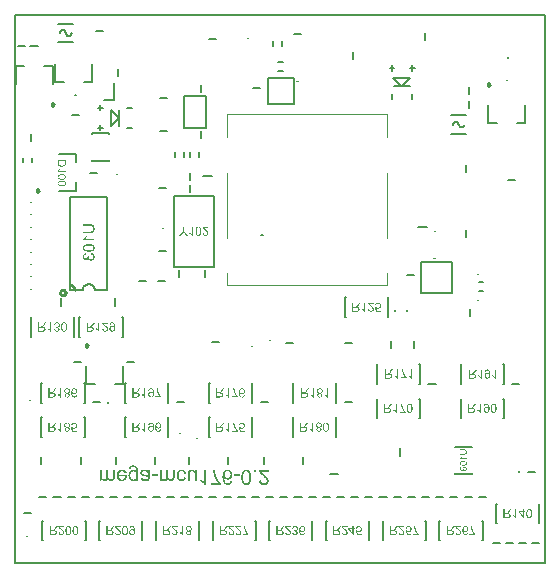
<source format=gbo>
G04*
G04 #@! TF.GenerationSoftware,Altium Limited,Altium Designer,23.8.1 (32)*
G04*
G04 Layer_Color=32896*
%FSLAX25Y25*%
%MOIN*%
G70*
G04*
G04 #@! TF.SameCoordinates,C9C1B49D-FC50-48E7-82B8-0A043EE9E5D5*
G04*
G04*
G04 #@! TF.FilePolarity,Positive*
G04*
G01*
G75*
%ADD10C,0.00394*%
%ADD13C,0.00984*%
%ADD14C,0.00787*%
%ADD15C,0.00669*%
%ADD124C,0.00300*%
%ADD125C,0.00500*%
%ADD126C,0.00800*%
%ADD127C,0.00394*%
G36*
X40136Y32917D02*
X40316Y32895D01*
X40398Y32879D01*
X40469Y32862D01*
X40540Y32846D01*
X40606Y32824D01*
X40666Y32802D01*
X40715Y32786D01*
X40759Y32769D01*
X40797Y32753D01*
X40824Y32737D01*
X40846Y32731D01*
X40857Y32720D01*
X40862D01*
X40993Y32638D01*
X41108Y32546D01*
X41201Y32453D01*
X41277Y32360D01*
X41337Y32283D01*
X41381Y32218D01*
X41397Y32191D01*
X41408Y32174D01*
X41414Y32163D01*
Y32158D01*
X41447Y32087D01*
X41474Y32005D01*
X41496Y31912D01*
X41517Y31819D01*
X41545Y31617D01*
X41567Y31421D01*
X41572Y31328D01*
X41578Y31241D01*
X41583Y31159D01*
X41589Y31088D01*
Y31033D01*
Y30989D01*
Y30962D01*
Y30951D01*
Y27795D01*
X41021D01*
Y28243D01*
X40939Y28150D01*
X40857Y28068D01*
X40764Y27997D01*
X40677Y27937D01*
X40584Y27883D01*
X40497Y27844D01*
X40409Y27806D01*
X40327Y27779D01*
X40251Y27757D01*
X40180Y27741D01*
X40114Y27730D01*
X40060Y27719D01*
X40016D01*
X39978Y27713D01*
X39863D01*
X39776Y27724D01*
X39617Y27752D01*
X39476Y27790D01*
X39410Y27812D01*
X39350Y27834D01*
X39295Y27861D01*
X39252Y27883D01*
X39208Y27904D01*
X39175Y27921D01*
X39148Y27937D01*
X39126Y27948D01*
X39115Y27954D01*
X39110Y27959D01*
X38984Y28057D01*
X38870Y28167D01*
X38777Y28281D01*
X38700Y28390D01*
X38640Y28489D01*
X38613Y28532D01*
X38596Y28571D01*
X38580Y28598D01*
X38569Y28620D01*
X38558Y28636D01*
Y28642D01*
X38498Y28811D01*
X38449Y28980D01*
X38416Y29138D01*
X38394Y29286D01*
X38389Y29357D01*
X38383Y29417D01*
X38378Y29466D01*
Y29515D01*
X38373Y29553D01*
Y29581D01*
Y29597D01*
Y29603D01*
X38378Y29744D01*
X38389Y29876D01*
X38411Y30007D01*
X38438Y30127D01*
X38465Y30241D01*
X38504Y30351D01*
X38542Y30449D01*
X38580Y30542D01*
X38618Y30624D01*
X38651Y30695D01*
X38689Y30760D01*
X38717Y30809D01*
X38744Y30853D01*
X38766Y30880D01*
X38777Y30902D01*
X38782Y30907D01*
X38864Y31000D01*
X38951Y31088D01*
X39044Y31159D01*
X39143Y31219D01*
X39235Y31273D01*
X39334Y31317D01*
X39432Y31350D01*
X39525Y31383D01*
X39612Y31404D01*
X39689Y31421D01*
X39765Y31432D01*
X39825Y31437D01*
X39880Y31443D01*
X39918Y31448D01*
X39950D01*
X40060Y31443D01*
X40169Y31426D01*
X40267Y31404D01*
X40360Y31372D01*
X40453Y31339D01*
X40535Y31295D01*
X40611Y31257D01*
X40682Y31208D01*
X40742Y31164D01*
X40802Y31120D01*
X40846Y31082D01*
X40890Y31049D01*
X40917Y31017D01*
X40944Y30995D01*
X40955Y30979D01*
X40961Y30973D01*
Y31082D01*
Y31181D01*
X40955Y31268D01*
Y31350D01*
X40950Y31421D01*
Y31486D01*
X40944Y31541D01*
X40939Y31590D01*
X40933Y31634D01*
Y31666D01*
X40928Y31699D01*
X40922Y31721D01*
Y31737D01*
X40917Y31748D01*
Y31759D01*
X40879Y31868D01*
X40830Y31967D01*
X40775Y32049D01*
X40726Y32114D01*
X40671Y32169D01*
X40633Y32207D01*
X40606Y32234D01*
X40600Y32240D01*
X40595D01*
X40502Y32300D01*
X40393Y32338D01*
X40284Y32371D01*
X40180Y32393D01*
X40082Y32403D01*
X40043Y32409D01*
X40005D01*
X39978Y32414D01*
X39934D01*
X39792Y32409D01*
X39667Y32387D01*
X39563Y32360D01*
X39470Y32327D01*
X39399Y32294D01*
X39350Y32267D01*
X39317Y32245D01*
X39306Y32240D01*
X39246Y32185D01*
X39202Y32120D01*
X39164Y32054D01*
X39137Y31983D01*
X39121Y31923D01*
X39110Y31874D01*
X39099Y31841D01*
Y31836D01*
Y31830D01*
X38498Y31748D01*
Y31857D01*
X38509Y31956D01*
X38526Y32049D01*
X38553Y32136D01*
X38580Y32212D01*
X38613Y32289D01*
X38646Y32354D01*
X38684Y32409D01*
X38722Y32464D01*
X38755Y32507D01*
X38787Y32546D01*
X38820Y32578D01*
X38842Y32600D01*
X38864Y32616D01*
X38875Y32627D01*
X38880Y32633D01*
X38957Y32682D01*
X39044Y32731D01*
X39126Y32769D01*
X39219Y32802D01*
X39394Y32857D01*
X39563Y32890D01*
X39639Y32900D01*
X39710Y32911D01*
X39776Y32917D01*
X39830Y32922D01*
X39874Y32928D01*
X39940D01*
X40136Y32917D01*
D02*
G37*
G36*
X80966Y30744D02*
X80262D01*
Y31448D01*
X80966D01*
Y30744D01*
D02*
G37*
G36*
X36342Y31525D02*
X36456Y31519D01*
X36560Y31503D01*
X36658Y31481D01*
X36751Y31459D01*
X36833Y31432D01*
X36915Y31404D01*
X36986Y31377D01*
X37051Y31350D01*
X37106Y31323D01*
X37155Y31295D01*
X37199Y31273D01*
X37226Y31251D01*
X37253Y31235D01*
X37264Y31230D01*
X37270Y31224D01*
X37346Y31164D01*
X37412Y31099D01*
X37472Y31028D01*
X37532Y30957D01*
X37630Y30809D01*
X37707Y30673D01*
X37734Y30607D01*
X37761Y30547D01*
X37783Y30492D01*
X37799Y30443D01*
X37816Y30405D01*
X37827Y30378D01*
X37832Y30356D01*
Y30351D01*
X37188Y30269D01*
X37133Y30405D01*
X37068Y30525D01*
X37002Y30629D01*
X36942Y30705D01*
X36887Y30771D01*
X36844Y30815D01*
X36816Y30836D01*
X36811Y30847D01*
X36806D01*
X36713Y30907D01*
X36615Y30946D01*
X36516Y30979D01*
X36429Y31000D01*
X36347Y31011D01*
X36281Y31017D01*
X36260Y31022D01*
X36227D01*
X36145Y31017D01*
X36063Y31006D01*
X35987Y30995D01*
X35916Y30973D01*
X35785Y30924D01*
X35675Y30864D01*
X35626Y30836D01*
X35583Y30804D01*
X35550Y30777D01*
X35517Y30755D01*
X35495Y30733D01*
X35479Y30716D01*
X35468Y30711D01*
X35462Y30705D01*
X35408Y30640D01*
X35359Y30574D01*
X35320Y30498D01*
X35282Y30427D01*
X35222Y30269D01*
X35179Y30121D01*
X35162Y30050D01*
X35151Y29985D01*
X35140Y29930D01*
X35135Y29876D01*
X35129Y29837D01*
X35124Y29805D01*
Y29783D01*
Y29777D01*
X37848D01*
X37854Y29706D01*
Y29652D01*
Y29624D01*
Y29614D01*
X37848Y29450D01*
X37832Y29297D01*
X37810Y29149D01*
X37783Y29013D01*
X37745Y28887D01*
X37707Y28773D01*
X37663Y28669D01*
X37625Y28576D01*
X37581Y28494D01*
X37537Y28418D01*
X37499Y28358D01*
X37461Y28308D01*
X37433Y28265D01*
X37412Y28238D01*
X37395Y28221D01*
X37390Y28216D01*
X37302Y28128D01*
X37204Y28052D01*
X37106Y27981D01*
X37008Y27926D01*
X36909Y27877D01*
X36806Y27834D01*
X36713Y27801D01*
X36620Y27773D01*
X36533Y27757D01*
X36451Y27741D01*
X36380Y27730D01*
X36314Y27719D01*
X36265D01*
X36227Y27713D01*
X36194D01*
X36057Y27719D01*
X35921Y27735D01*
X35801Y27762D01*
X35681Y27795D01*
X35572Y27834D01*
X35468Y27877D01*
X35375Y27921D01*
X35293Y27970D01*
X35217Y28019D01*
X35151Y28063D01*
X35091Y28106D01*
X35047Y28145D01*
X35009Y28177D01*
X34982Y28205D01*
X34966Y28221D01*
X34960Y28227D01*
X34878Y28325D01*
X34807Y28434D01*
X34742Y28549D01*
X34687Y28663D01*
X34643Y28784D01*
X34605Y28904D01*
X34572Y29018D01*
X34551Y29133D01*
X34529Y29237D01*
X34518Y29340D01*
X34507Y29428D01*
X34496Y29504D01*
Y29570D01*
X34490Y29619D01*
Y29646D01*
Y29657D01*
X34496Y29821D01*
X34512Y29974D01*
X34534Y30116D01*
X34561Y30247D01*
X34600Y30372D01*
X34638Y30487D01*
X34682Y30591D01*
X34725Y30684D01*
X34764Y30766D01*
X34807Y30836D01*
X34845Y30897D01*
X34884Y30946D01*
X34911Y30989D01*
X34933Y31017D01*
X34949Y31033D01*
X34955Y31038D01*
X35047Y31126D01*
X35146Y31202D01*
X35244Y31268D01*
X35353Y31323D01*
X35457Y31372D01*
X35566Y31410D01*
X35670Y31443D01*
X35768Y31470D01*
X35861Y31486D01*
X35948Y31503D01*
X36025Y31514D01*
X36096Y31525D01*
X36150D01*
X36194Y31530D01*
X36227D01*
X36342Y31525D01*
D02*
G37*
G36*
X56232D02*
X56336Y31514D01*
X56434Y31497D01*
X56533Y31475D01*
X56620Y31448D01*
X56702Y31415D01*
X56778Y31388D01*
X56849Y31350D01*
X56909Y31317D01*
X56969Y31290D01*
X57013Y31257D01*
X57057Y31230D01*
X57084Y31208D01*
X57111Y31191D01*
X57122Y31181D01*
X57128Y31175D01*
X57199Y31104D01*
X57270Y31033D01*
X57330Y30951D01*
X57379Y30869D01*
X57428Y30787D01*
X57472Y30705D01*
X57537Y30553D01*
X57565Y30476D01*
X57586Y30411D01*
X57603Y30351D01*
X57619Y30296D01*
X57630Y30252D01*
X57635Y30220D01*
X57641Y30198D01*
Y30192D01*
X57035Y30110D01*
X57019Y30198D01*
X57002Y30274D01*
X56980Y30351D01*
X56958Y30416D01*
X56931Y30482D01*
X56909Y30536D01*
X56882Y30585D01*
X56855Y30634D01*
X56827Y30673D01*
X56806Y30705D01*
X56762Y30760D01*
X56735Y30793D01*
X56729Y30798D01*
X56724Y30804D01*
X56625Y30875D01*
X56527Y30929D01*
X56423Y30968D01*
X56331Y30995D01*
X56243Y31011D01*
X56210Y31017D01*
X56178D01*
X56150Y31022D01*
X56118D01*
X56036Y31017D01*
X55954Y31006D01*
X55883Y30989D01*
X55812Y30968D01*
X55686Y30918D01*
X55577Y30853D01*
X55533Y30826D01*
X55495Y30793D01*
X55462Y30766D01*
X55430Y30738D01*
X55408Y30722D01*
X55391Y30705D01*
X55386Y30695D01*
X55380Y30689D01*
X55331Y30624D01*
X55288Y30547D01*
X55250Y30465D01*
X55222Y30383D01*
X55168Y30203D01*
X55135Y30028D01*
X55124Y29947D01*
X55118Y29870D01*
X55113Y29799D01*
X55107Y29739D01*
X55102Y29690D01*
Y29652D01*
Y29624D01*
Y29619D01*
X55107Y29488D01*
X55113Y29362D01*
X55129Y29253D01*
X55146Y29149D01*
X55168Y29051D01*
X55195Y28964D01*
X55222Y28887D01*
X55250Y28816D01*
X55271Y28756D01*
X55299Y28702D01*
X55326Y28658D01*
X55348Y28625D01*
X55364Y28593D01*
X55380Y28576D01*
X55386Y28565D01*
X55391Y28560D01*
X55446Y28500D01*
X55506Y28451D01*
X55572Y28401D01*
X55632Y28363D01*
X55697Y28330D01*
X55757Y28303D01*
X55877Y28265D01*
X55986Y28238D01*
X56030Y28232D01*
X56074Y28227D01*
X56107Y28221D01*
X56150D01*
X56260Y28227D01*
X56363Y28249D01*
X56451Y28281D01*
X56527Y28314D01*
X56587Y28352D01*
X56636Y28379D01*
X56664Y28401D01*
X56674Y28412D01*
X56751Y28489D01*
X56817Y28576D01*
X56866Y28669D01*
X56909Y28756D01*
X56942Y28838D01*
X56964Y28904D01*
X56969Y28931D01*
X56975Y28947D01*
X56980Y28958D01*
Y28964D01*
X57581Y28871D01*
X57559Y28773D01*
X57526Y28674D01*
X57494Y28587D01*
X57461Y28505D01*
X57423Y28429D01*
X57379Y28358D01*
X57341Y28298D01*
X57297Y28238D01*
X57259Y28188D01*
X57221Y28145D01*
X57188Y28106D01*
X57155Y28074D01*
X57133Y28052D01*
X57111Y28036D01*
X57100Y28025D01*
X57095Y28019D01*
X57024Y27965D01*
X56947Y27915D01*
X56866Y27877D01*
X56784Y27844D01*
X56620Y27790D01*
X56467Y27752D01*
X56396Y27741D01*
X56331Y27730D01*
X56270Y27724D01*
X56221Y27719D01*
X56183Y27713D01*
X56123D01*
X55954Y27724D01*
X55790Y27746D01*
X55643Y27784D01*
X55577Y27806D01*
X55511Y27823D01*
X55457Y27844D01*
X55408Y27866D01*
X55364Y27883D01*
X55326Y27904D01*
X55293Y27915D01*
X55271Y27926D01*
X55260Y27937D01*
X55255D01*
X55113Y28030D01*
X54993Y28134D01*
X54889Y28249D01*
X54807Y28352D01*
X54742Y28451D01*
X54720Y28494D01*
X54698Y28532D01*
X54682Y28560D01*
X54671Y28582D01*
X54660Y28598D01*
Y28603D01*
X54594Y28773D01*
X54551Y28953D01*
X54518Y29127D01*
X54491Y29286D01*
X54485Y29362D01*
X54480Y29428D01*
X54474Y29488D01*
Y29542D01*
X54469Y29581D01*
Y29614D01*
Y29635D01*
Y29641D01*
X54474Y29805D01*
X54491Y29963D01*
X54512Y30110D01*
X54540Y30247D01*
X54572Y30372D01*
X54611Y30487D01*
X54654Y30591D01*
X54698Y30684D01*
X54736Y30766D01*
X54780Y30842D01*
X54818Y30902D01*
X54851Y30951D01*
X54878Y30995D01*
X54900Y31022D01*
X54916Y31038D01*
X54922Y31044D01*
X55009Y31131D01*
X55102Y31202D01*
X55200Y31268D01*
X55299Y31323D01*
X55402Y31372D01*
X55501Y31410D01*
X55599Y31443D01*
X55692Y31470D01*
X55779Y31492D01*
X55861Y31503D01*
X55937Y31514D01*
X55998Y31525D01*
X56052D01*
X56090Y31530D01*
X56123D01*
X56232Y31525D01*
D02*
G37*
G36*
X75490Y29313D02*
X73584D01*
Y29936D01*
X75490D01*
Y29313D01*
D02*
G37*
G36*
X48102D02*
X46197D01*
Y29936D01*
X48102D01*
Y29313D01*
D02*
G37*
G36*
X53732Y28942D02*
X53726Y28827D01*
X53721Y28723D01*
X53704Y28625D01*
X53688Y28532D01*
X53666Y28451D01*
X53639Y28374D01*
X53611Y28308D01*
X53584Y28249D01*
X53557Y28194D01*
X53530Y28145D01*
X53508Y28106D01*
X53480Y28074D01*
X53464Y28052D01*
X53448Y28036D01*
X53442Y28025D01*
X53437Y28019D01*
X53382Y27965D01*
X53317Y27915D01*
X53251Y27877D01*
X53186Y27844D01*
X53044Y27790D01*
X52913Y27752D01*
X52847Y27741D01*
X52787Y27730D01*
X52738Y27724D01*
X52689Y27719D01*
X52656Y27713D01*
X52601D01*
X52476Y27719D01*
X52356Y27741D01*
X52241Y27773D01*
X52132Y27812D01*
X52034Y27861D01*
X51941Y27915D01*
X51853Y27975D01*
X51777Y28030D01*
X51706Y28090D01*
X51646Y28150D01*
X51591Y28205D01*
X51553Y28254D01*
X51515Y28292D01*
X51493Y28325D01*
X51477Y28347D01*
X51471Y28352D01*
X51422Y28243D01*
X51367Y28150D01*
X51307Y28074D01*
X51247Y28003D01*
X51187Y27954D01*
X51143Y27915D01*
X51111Y27888D01*
X51105Y27883D01*
X51100D01*
X50996Y27828D01*
X50887Y27784D01*
X50778Y27757D01*
X50674Y27735D01*
X50581Y27724D01*
X50543Y27719D01*
X50505Y27713D01*
X50439D01*
X50308Y27719D01*
X50183Y27741D01*
X50073Y27762D01*
X49975Y27795D01*
X49899Y27823D01*
X49866Y27839D01*
X49839Y27850D01*
X49817Y27861D01*
X49800Y27872D01*
X49795Y27877D01*
X49789D01*
X49686Y27943D01*
X49598Y28014D01*
X49522Y28085D01*
X49456Y28156D01*
X49402Y28216D01*
X49364Y28265D01*
X49342Y28298D01*
X49331Y28303D01*
Y27795D01*
X48779D01*
Y31448D01*
X49396D01*
Y29553D01*
Y29461D01*
X49402Y29379D01*
X49407Y29297D01*
X49413Y29226D01*
X49418Y29155D01*
X49429Y29095D01*
X49435Y29040D01*
X49446Y28986D01*
X49456Y28942D01*
X49462Y28904D01*
X49473Y28871D01*
X49478Y28844D01*
X49484Y28822D01*
X49489Y28805D01*
X49495Y28800D01*
Y28795D01*
X49538Y28702D01*
X49587Y28620D01*
X49642Y28549D01*
X49697Y28494D01*
X49740Y28445D01*
X49779Y28418D01*
X49806Y28396D01*
X49817Y28390D01*
X49904Y28341D01*
X49986Y28308D01*
X50068Y28281D01*
X50144Y28265D01*
X50210Y28254D01*
X50259Y28249D01*
X50303D01*
X50423Y28259D01*
X50526Y28281D01*
X50608Y28314D01*
X50679Y28352D01*
X50729Y28390D01*
X50767Y28423D01*
X50789Y28445D01*
X50794Y28456D01*
X50843Y28543D01*
X50881Y28642D01*
X50909Y28745D01*
X50931Y28844D01*
X50941Y28936D01*
Y28975D01*
X50947Y29007D01*
Y29040D01*
Y29062D01*
Y29073D01*
Y29078D01*
Y31448D01*
X51564D01*
Y29330D01*
X51569Y29226D01*
X51575Y29133D01*
X51586Y29040D01*
X51602Y28958D01*
X51624Y28887D01*
X51646Y28816D01*
X51668Y28756D01*
X51695Y28702D01*
X51717Y28658D01*
X51739Y28614D01*
X51761Y28582D01*
X51782Y28554D01*
X51799Y28532D01*
X51810Y28516D01*
X51821Y28511D01*
Y28505D01*
X51870Y28461D01*
X51924Y28418D01*
X52028Y28358D01*
X52137Y28308D01*
X52241Y28281D01*
X52328Y28259D01*
X52367Y28254D01*
X52399D01*
X52427Y28249D01*
X52465D01*
X52541Y28254D01*
X52612Y28265D01*
X52678Y28281D01*
X52732Y28298D01*
X52776Y28319D01*
X52809Y28336D01*
X52831Y28347D01*
X52836Y28352D01*
X52891Y28390D01*
X52940Y28434D01*
X52973Y28478D01*
X53005Y28521D01*
X53027Y28560D01*
X53044Y28587D01*
X53054Y28609D01*
Y28614D01*
X53076Y28685D01*
X53087Y28767D01*
X53098Y28855D01*
X53109Y28942D01*
Y29024D01*
X53115Y29089D01*
Y29111D01*
Y29133D01*
Y29144D01*
Y29149D01*
Y31448D01*
X53732D01*
Y28942D01*
D02*
G37*
G36*
X33781D02*
X33775Y28827D01*
X33770Y28723D01*
X33753Y28625D01*
X33737Y28532D01*
X33715Y28451D01*
X33688Y28374D01*
X33661Y28308D01*
X33633Y28249D01*
X33606Y28194D01*
X33579Y28145D01*
X33557Y28106D01*
X33530Y28074D01*
X33513Y28052D01*
X33497Y28036D01*
X33491Y28025D01*
X33486Y28019D01*
X33431Y27965D01*
X33366Y27915D01*
X33300Y27877D01*
X33235Y27844D01*
X33093Y27790D01*
X32962Y27752D01*
X32896Y27741D01*
X32836Y27730D01*
X32787Y27724D01*
X32738Y27719D01*
X32705Y27713D01*
X32651D01*
X32525Y27719D01*
X32405Y27741D01*
X32290Y27773D01*
X32181Y27812D01*
X32083Y27861D01*
X31990Y27915D01*
X31903Y27975D01*
X31826Y28030D01*
X31755Y28090D01*
X31695Y28150D01*
X31640Y28205D01*
X31602Y28254D01*
X31564Y28292D01*
X31542Y28325D01*
X31526Y28347D01*
X31520Y28352D01*
X31471Y28243D01*
X31417Y28150D01*
X31356Y28074D01*
X31296Y28003D01*
X31236Y27954D01*
X31193Y27915D01*
X31160Y27888D01*
X31155Y27883D01*
X31149D01*
X31045Y27828D01*
X30936Y27784D01*
X30827Y27757D01*
X30723Y27735D01*
X30630Y27724D01*
X30592Y27719D01*
X30554Y27713D01*
X30488D01*
X30357Y27719D01*
X30232Y27741D01*
X30123Y27762D01*
X30024Y27795D01*
X29948Y27823D01*
X29915Y27839D01*
X29888Y27850D01*
X29866Y27861D01*
X29849Y27872D01*
X29844Y27877D01*
X29839D01*
X29735Y27943D01*
X29647Y28014D01*
X29571Y28085D01*
X29506Y28156D01*
X29451Y28216D01*
X29413Y28265D01*
X29391Y28298D01*
X29380Y28303D01*
Y27795D01*
X28828D01*
Y31448D01*
X29445D01*
Y29553D01*
Y29461D01*
X29451Y29379D01*
X29456Y29297D01*
X29462Y29226D01*
X29467Y29155D01*
X29478Y29095D01*
X29484Y29040D01*
X29495Y28986D01*
X29506Y28942D01*
X29511Y28904D01*
X29522Y28871D01*
X29527Y28844D01*
X29533Y28822D01*
X29538Y28805D01*
X29544Y28800D01*
Y28795D01*
X29588Y28702D01*
X29637Y28620D01*
X29691Y28549D01*
X29746Y28494D01*
X29790Y28445D01*
X29828Y28418D01*
X29855Y28396D01*
X29866Y28390D01*
X29953Y28341D01*
X30035Y28308D01*
X30117Y28281D01*
X30193Y28265D01*
X30259Y28254D01*
X30308Y28249D01*
X30352D01*
X30472Y28259D01*
X30576Y28281D01*
X30658Y28314D01*
X30729Y28352D01*
X30778Y28390D01*
X30816Y28423D01*
X30838Y28445D01*
X30843Y28456D01*
X30892Y28543D01*
X30931Y28642D01*
X30958Y28745D01*
X30980Y28844D01*
X30991Y28936D01*
Y28975D01*
X30996Y29007D01*
Y29040D01*
Y29062D01*
Y29073D01*
Y29078D01*
Y31448D01*
X31613D01*
Y29330D01*
X31619Y29226D01*
X31624Y29133D01*
X31635Y29040D01*
X31651Y28958D01*
X31673Y28887D01*
X31695Y28816D01*
X31717Y28756D01*
X31744Y28702D01*
X31766Y28658D01*
X31788Y28614D01*
X31810Y28582D01*
X31831Y28554D01*
X31848Y28532D01*
X31859Y28516D01*
X31870Y28511D01*
Y28505D01*
X31919Y28461D01*
X31973Y28418D01*
X32077Y28358D01*
X32186Y28308D01*
X32290Y28281D01*
X32377Y28259D01*
X32416Y28254D01*
X32449D01*
X32476Y28249D01*
X32514D01*
X32590Y28254D01*
X32661Y28265D01*
X32727Y28281D01*
X32781Y28298D01*
X32825Y28319D01*
X32858Y28336D01*
X32880Y28347D01*
X32885Y28352D01*
X32940Y28390D01*
X32989Y28434D01*
X33022Y28478D01*
X33055Y28521D01*
X33076Y28560D01*
X33093Y28587D01*
X33104Y28609D01*
Y28614D01*
X33125Y28685D01*
X33136Y28767D01*
X33147Y28855D01*
X33158Y28942D01*
Y29024D01*
X33164Y29089D01*
Y29111D01*
Y29133D01*
Y29144D01*
Y29149D01*
Y31448D01*
X33781D01*
Y28942D01*
D02*
G37*
G36*
X43701Y31525D02*
X43827Y31514D01*
X43942Y31492D01*
X44045Y31470D01*
X44127Y31448D01*
X44166Y31437D01*
X44193Y31426D01*
X44215Y31421D01*
X44231Y31415D01*
X44242Y31410D01*
X44248D01*
X44368Y31355D01*
X44488Y31295D01*
X44597Y31224D01*
X44701Y31153D01*
X44788Y31093D01*
X44821Y31060D01*
X44854Y31038D01*
X44881Y31017D01*
X44897Y31000D01*
X44908Y30995D01*
X44914Y30989D01*
X44925Y31088D01*
X44941Y31175D01*
X44963Y31251D01*
X44985Y31317D01*
X45001Y31372D01*
X45017Y31415D01*
X45028Y31437D01*
X45034Y31448D01*
X45678D01*
X45640Y31372D01*
X45607Y31290D01*
X45580Y31219D01*
X45558Y31153D01*
X45542Y31093D01*
X45531Y31049D01*
X45525Y31022D01*
Y31011D01*
X45520Y30962D01*
X45514Y30897D01*
X45509Y30826D01*
X45503Y30744D01*
X45498Y30656D01*
Y30564D01*
X45492Y30378D01*
Y30290D01*
X45487Y30203D01*
Y30127D01*
Y30056D01*
Y30001D01*
Y29958D01*
Y29930D01*
Y29919D01*
Y29095D01*
Y29018D01*
Y28953D01*
X45482Y28893D01*
Y28833D01*
X45476Y28734D01*
X45471Y28658D01*
X45465Y28598D01*
X45460Y28560D01*
X45454Y28532D01*
Y28527D01*
X45432Y28434D01*
X45400Y28352D01*
X45367Y28281D01*
X45334Y28221D01*
X45307Y28172D01*
X45279Y28134D01*
X45263Y28112D01*
X45258Y28106D01*
X45198Y28047D01*
X45132Y27992D01*
X45061Y27943D01*
X44990Y27904D01*
X44925Y27872D01*
X44875Y27850D01*
X44854Y27839D01*
X44837Y27834D01*
X44832Y27828D01*
X44826D01*
X44712Y27790D01*
X44586Y27762D01*
X44460Y27741D01*
X44340Y27730D01*
X44237Y27719D01*
X44188D01*
X44149Y27713D01*
X44073D01*
X43904Y27719D01*
X43745Y27735D01*
X43603Y27757D01*
X43538Y27768D01*
X43483Y27779D01*
X43429Y27790D01*
X43379Y27801D01*
X43341Y27812D01*
X43308Y27823D01*
X43281Y27834D01*
X43259Y27839D01*
X43248Y27844D01*
X43243D01*
X43117Y27899D01*
X43008Y27959D01*
X42915Y28019D01*
X42839Y28079D01*
X42779Y28134D01*
X42735Y28177D01*
X42708Y28205D01*
X42697Y28210D01*
Y28216D01*
X42631Y28308D01*
X42577Y28412D01*
X42533Y28516D01*
X42495Y28614D01*
X42468Y28702D01*
X42457Y28740D01*
X42446Y28773D01*
X42440Y28800D01*
X42435Y28822D01*
X42429Y28833D01*
Y28838D01*
X43035Y28920D01*
X43057Y28849D01*
X43079Y28784D01*
X43123Y28674D01*
X43177Y28576D01*
X43227Y28505D01*
X43270Y28451D01*
X43308Y28407D01*
X43330Y28385D01*
X43341Y28379D01*
X43429Y28330D01*
X43532Y28292D01*
X43636Y28265D01*
X43740Y28243D01*
X43838Y28232D01*
X43876D01*
X43914Y28227D01*
X43986D01*
X44149Y28238D01*
X44291Y28259D01*
X44411Y28292D01*
X44510Y28330D01*
X44586Y28374D01*
X44613Y28390D01*
X44641Y28407D01*
X44662Y28418D01*
X44673Y28429D01*
X44684Y28440D01*
X44744Y28505D01*
X44788Y28587D01*
X44821Y28674D01*
X44843Y28762D01*
X44854Y28844D01*
X44864Y28909D01*
Y28931D01*
Y28953D01*
Y28964D01*
Y28969D01*
Y28986D01*
Y29007D01*
Y29062D01*
X44859Y29084D01*
Y29106D01*
Y29122D01*
Y29127D01*
X44788Y29149D01*
X44712Y29171D01*
X44624Y29193D01*
X44537Y29215D01*
X44357Y29253D01*
X44177Y29286D01*
X44089Y29297D01*
X44013Y29308D01*
X43942Y29319D01*
X43876Y29330D01*
X43827Y29335D01*
X43789Y29340D01*
X43767Y29346D01*
X43756D01*
X43625Y29362D01*
X43516Y29379D01*
X43418Y29395D01*
X43341Y29406D01*
X43281Y29422D01*
X43238Y29428D01*
X43216Y29439D01*
X43205D01*
X43117Y29466D01*
X43030Y29499D01*
X42954Y29532D01*
X42888Y29564D01*
X42833Y29592D01*
X42795Y29619D01*
X42768Y29635D01*
X42757Y29641D01*
X42686Y29695D01*
X42626Y29750D01*
X42571Y29810D01*
X42528Y29865D01*
X42489Y29919D01*
X42462Y29958D01*
X42446Y29985D01*
X42440Y29996D01*
X42402Y30083D01*
X42369Y30165D01*
X42347Y30247D01*
X42336Y30323D01*
X42326Y30389D01*
X42320Y30443D01*
Y30476D01*
Y30482D01*
Y30487D01*
X42326Y30569D01*
X42336Y30651D01*
X42347Y30727D01*
X42369Y30798D01*
X42424Y30929D01*
X42484Y31033D01*
X42511Y31082D01*
X42539Y31120D01*
X42566Y31159D01*
X42593Y31186D01*
X42615Y31208D01*
X42626Y31224D01*
X42637Y31235D01*
X42642Y31241D01*
X42708Y31290D01*
X42773Y31333D01*
X42850Y31377D01*
X42921Y31410D01*
X43074Y31459D01*
X43227Y31492D01*
X43292Y31508D01*
X43358Y31514D01*
X43418Y31519D01*
X43467Y31525D01*
X43505Y31530D01*
X43565D01*
X43701Y31525D01*
D02*
G37*
G36*
X71624Y31519D02*
X71777Y31497D01*
X71919Y31464D01*
X72039Y31421D01*
X72088Y31404D01*
X72137Y31383D01*
X72176Y31366D01*
X72208Y31350D01*
X72236Y31339D01*
X72257Y31328D01*
X72268Y31317D01*
X72274D01*
X72399Y31230D01*
X72514Y31126D01*
X72612Y31022D01*
X72689Y30924D01*
X72754Y30831D01*
X72776Y30793D01*
X72798Y30760D01*
X72814Y30733D01*
X72825Y30711D01*
X72836Y30700D01*
Y30695D01*
X72907Y30536D01*
X72956Y30383D01*
X72994Y30236D01*
X73016Y30099D01*
X73027Y30039D01*
X73033Y29979D01*
X73038Y29930D01*
Y29892D01*
X73044Y29854D01*
Y29832D01*
Y29816D01*
Y29810D01*
X73038Y29679D01*
X73027Y29553D01*
X73005Y29433D01*
X72978Y29324D01*
X72940Y29220D01*
X72907Y29122D01*
X72863Y29035D01*
X72825Y28953D01*
X72787Y28882D01*
X72743Y28816D01*
X72711Y28762D01*
X72678Y28718D01*
X72645Y28680D01*
X72623Y28658D01*
X72612Y28642D01*
X72607Y28636D01*
X72525Y28554D01*
X72438Y28483D01*
X72350Y28423D01*
X72257Y28369D01*
X72170Y28325D01*
X72083Y28287D01*
X71995Y28259D01*
X71919Y28232D01*
X71842Y28216D01*
X71771Y28199D01*
X71711Y28194D01*
X71657Y28183D01*
X71613D01*
X71580Y28177D01*
X71553D01*
X71422Y28183D01*
X71296Y28205D01*
X71182Y28232D01*
X71078Y28259D01*
X70991Y28292D01*
X70958Y28308D01*
X70925Y28319D01*
X70903Y28330D01*
X70887Y28341D01*
X70876Y28347D01*
X70871D01*
X70756Y28418D01*
X70652Y28494D01*
X70559Y28576D01*
X70477Y28658D01*
X70417Y28734D01*
X70368Y28795D01*
X70352Y28816D01*
X70341Y28833D01*
X70330Y28843D01*
X70335Y28713D01*
X70341Y28582D01*
X70346Y28461D01*
X70357Y28352D01*
X70374Y28249D01*
X70390Y28150D01*
X70401Y28063D01*
X70417Y27986D01*
X70434Y27921D01*
X70450Y27861D01*
X70467Y27806D01*
X70477Y27768D01*
X70488Y27735D01*
X70499Y27708D01*
X70505Y27697D01*
Y27692D01*
X70576Y27550D01*
X70647Y27424D01*
X70723Y27315D01*
X70799Y27228D01*
X70865Y27156D01*
X70914Y27107D01*
X70936Y27091D01*
X70952Y27080D01*
X70958Y27069D01*
X70963D01*
X71051Y27014D01*
X71138Y26971D01*
X71225Y26943D01*
X71307Y26922D01*
X71378Y26911D01*
X71438Y26900D01*
X71487D01*
X71553Y26905D01*
X71618Y26911D01*
X71739Y26943D01*
X71848Y26982D01*
X71935Y27031D01*
X72012Y27080D01*
X72066Y27124D01*
X72083Y27140D01*
X72099Y27156D01*
X72105Y27162D01*
X72110Y27167D01*
X72164Y27238D01*
X72208Y27320D01*
X72252Y27408D01*
X72285Y27495D01*
X72312Y27571D01*
X72328Y27637D01*
X72334Y27664D01*
X72339Y27681D01*
X72345Y27692D01*
Y27697D01*
X72962Y27648D01*
X72945Y27539D01*
X72918Y27440D01*
X72891Y27348D01*
X72858Y27260D01*
X72820Y27178D01*
X72781Y27102D01*
X72743Y27031D01*
X72705Y26971D01*
X72667Y26916D01*
X72629Y26867D01*
X72596Y26823D01*
X72563Y26791D01*
X72541Y26763D01*
X72519Y26747D01*
X72509Y26736D01*
X72503Y26731D01*
X72427Y26671D01*
X72350Y26621D01*
X72274Y26572D01*
X72192Y26534D01*
X72105Y26501D01*
X72028Y26474D01*
X71870Y26436D01*
X71799Y26419D01*
X71733Y26408D01*
X71673Y26403D01*
X71624Y26397D01*
X71586Y26392D01*
X71526D01*
X71378Y26397D01*
X71242Y26419D01*
X71111Y26447D01*
X70991Y26485D01*
X70876Y26529D01*
X70772Y26578D01*
X70674Y26627D01*
X70587Y26682D01*
X70510Y26736D01*
X70445Y26785D01*
X70385Y26834D01*
X70341Y26878D01*
X70303Y26916D01*
X70275Y26943D01*
X70259Y26965D01*
X70253Y26971D01*
X70161Y27102D01*
X70073Y27249D01*
X70002Y27413D01*
X69942Y27582D01*
X69888Y27757D01*
X69844Y27932D01*
X69811Y28106D01*
X69779Y28281D01*
X69757Y28445D01*
X69740Y28598D01*
X69729Y28734D01*
X69724Y28855D01*
X69718Y28909D01*
Y28953D01*
X69713Y28997D01*
Y29029D01*
Y29057D01*
Y29078D01*
Y29089D01*
Y29095D01*
X69718Y29330D01*
X69735Y29548D01*
X69757Y29750D01*
X69789Y29936D01*
X69828Y30105D01*
X69866Y30258D01*
X69910Y30394D01*
X69959Y30514D01*
X70002Y30624D01*
X70046Y30716D01*
X70084Y30793D01*
X70122Y30853D01*
X70155Y30902D01*
X70177Y30935D01*
X70193Y30957D01*
X70199Y30962D01*
X70292Y31060D01*
X70395Y31148D01*
X70494Y31224D01*
X70603Y31290D01*
X70707Y31344D01*
X70811Y31393D01*
X70914Y31426D01*
X71013Y31459D01*
X71105Y31481D01*
X71187Y31497D01*
X71264Y31514D01*
X71329Y31519D01*
X71384Y31525D01*
X71427Y31530D01*
X71460D01*
X71624Y31519D01*
D02*
G37*
G36*
X59536Y31525D02*
X59661Y31503D01*
X59776Y31475D01*
X59890Y31432D01*
X59994Y31388D01*
X60087Y31333D01*
X60174Y31279D01*
X60256Y31219D01*
X60327Y31164D01*
X60387Y31109D01*
X60442Y31055D01*
X60486Y31011D01*
X60518Y30968D01*
X60540Y30940D01*
X60557Y30918D01*
X60562Y30913D01*
Y31448D01*
X61114D01*
Y27795D01*
X60496D01*
Y29755D01*
X60491Y29919D01*
X60480Y30061D01*
X60464Y30181D01*
X60447Y30285D01*
X60436Y30329D01*
X60426Y30362D01*
X60415Y30394D01*
X60409Y30422D01*
X60404Y30438D01*
X60398Y30454D01*
X60393Y30460D01*
Y30465D01*
X60349Y30553D01*
X60295Y30629D01*
X60234Y30695D01*
X60180Y30749D01*
X60125Y30793D01*
X60082Y30826D01*
X60054Y30847D01*
X60049Y30853D01*
X60043D01*
X59951Y30902D01*
X59863Y30935D01*
X59776Y30962D01*
X59694Y30979D01*
X59623Y30989D01*
X59574Y30995D01*
X59525D01*
X59426Y30989D01*
X59333Y30973D01*
X59252Y30951D01*
X59186Y30924D01*
X59131Y30902D01*
X59088Y30880D01*
X59066Y30864D01*
X59055Y30858D01*
X58990Y30804D01*
X58935Y30738D01*
X58891Y30678D01*
X58859Y30618D01*
X58831Y30564D01*
X58815Y30514D01*
X58809Y30487D01*
X58804Y30476D01*
X58798Y30443D01*
X58793Y30400D01*
X58788Y30301D01*
X58777Y30192D01*
Y30083D01*
X58771Y29985D01*
Y29941D01*
Y29897D01*
Y29865D01*
Y29843D01*
Y29826D01*
Y29821D01*
Y27795D01*
X58154D01*
Y30061D01*
Y30198D01*
X58160Y30318D01*
X58165Y30416D01*
X58171Y30498D01*
X58176Y30558D01*
X58182Y30607D01*
X58187Y30629D01*
Y30640D01*
X58214Y30738D01*
X58241Y30826D01*
X58274Y30902D01*
X58307Y30968D01*
X58334Y31022D01*
X58356Y31066D01*
X58373Y31088D01*
X58378Y31099D01*
X58433Y31164D01*
X58498Y31224D01*
X58569Y31279D01*
X58635Y31323D01*
X58700Y31361D01*
X58749Y31388D01*
X58782Y31404D01*
X58788Y31410D01*
X58793D01*
X58902Y31448D01*
X59006Y31481D01*
X59110Y31503D01*
X59202Y31514D01*
X59284Y31525D01*
X59344Y31530D01*
X59399D01*
X59536Y31525D01*
D02*
G37*
G36*
X64242Y26392D02*
X63844D01*
X63772Y26518D01*
X63691Y26638D01*
X63598Y26752D01*
X63505Y26851D01*
X63423Y26943D01*
X63385Y26976D01*
X63358Y27009D01*
X63330Y27036D01*
X63308Y27053D01*
X63297Y27064D01*
X63292Y27069D01*
X63145Y27195D01*
X62986Y27304D01*
X62833Y27408D01*
X62691Y27495D01*
X62631Y27528D01*
X62571Y27560D01*
X62517Y27593D01*
X62473Y27615D01*
X62435Y27632D01*
X62407Y27648D01*
X62391Y27653D01*
X62386Y27659D01*
Y28254D01*
X62495Y28210D01*
X62609Y28161D01*
X62719Y28106D01*
X62817Y28057D01*
X62904Y28008D01*
X62943Y27992D01*
X62975Y27970D01*
X63003Y27959D01*
X63019Y27948D01*
X63030Y27937D01*
X63035D01*
X63166Y27855D01*
X63281Y27779D01*
X63385Y27708D01*
X63467Y27642D01*
X63538Y27588D01*
X63587Y27550D01*
X63614Y27522D01*
X63625Y27511D01*
Y31448D01*
X64242D01*
Y26392D01*
D02*
G37*
G36*
X85121Y30853D02*
X82637D01*
X82724Y30733D01*
X82768Y30678D01*
X82811Y30629D01*
X82850Y30585D01*
X82877Y30553D01*
X82899Y30531D01*
X82904Y30525D01*
X82937Y30492D01*
X82981Y30449D01*
X83030Y30405D01*
X83084Y30356D01*
X83199Y30247D01*
X83319Y30143D01*
X83434Y30045D01*
X83483Y30001D01*
X83532Y29963D01*
X83565Y29930D01*
X83598Y29908D01*
X83614Y29892D01*
X83620Y29886D01*
X83740Y29783D01*
X83854Y29684D01*
X83958Y29597D01*
X84051Y29510D01*
X84138Y29433D01*
X84215Y29357D01*
X84286Y29291D01*
X84351Y29231D01*
X84406Y29182D01*
X84449Y29133D01*
X84488Y29095D01*
X84521Y29062D01*
X84542Y29035D01*
X84564Y29018D01*
X84570Y29007D01*
X84575Y29002D01*
X84679Y28882D01*
X84761Y28773D01*
X84832Y28669D01*
X84892Y28576D01*
X84935Y28500D01*
X84968Y28440D01*
X84979Y28418D01*
X84985Y28401D01*
X84990Y28396D01*
Y28390D01*
X85034Y28281D01*
X85061Y28172D01*
X85083Y28074D01*
X85099Y27981D01*
X85110Y27904D01*
X85116Y27844D01*
Y27823D01*
Y27806D01*
Y27801D01*
Y27795D01*
X85110Y27686D01*
X85099Y27582D01*
X85077Y27484D01*
X85050Y27386D01*
X85017Y27298D01*
X84979Y27217D01*
X84941Y27140D01*
X84903Y27075D01*
X84864Y27009D01*
X84826Y26954D01*
X84788Y26905D01*
X84755Y26867D01*
X84728Y26840D01*
X84706Y26812D01*
X84695Y26802D01*
X84690Y26796D01*
X84608Y26725D01*
X84521Y26665D01*
X84428Y26610D01*
X84329Y26561D01*
X84237Y26523D01*
X84138Y26490D01*
X84045Y26463D01*
X83953Y26441D01*
X83871Y26425D01*
X83789Y26414D01*
X83718Y26403D01*
X83658Y26397D01*
X83609Y26392D01*
X83538D01*
X83407Y26397D01*
X83281Y26408D01*
X83166Y26425D01*
X83057Y26452D01*
X82954Y26479D01*
X82861Y26512D01*
X82773Y26545D01*
X82697Y26578D01*
X82626Y26616D01*
X82566Y26649D01*
X82511Y26682D01*
X82468Y26709D01*
X82435Y26736D01*
X82413Y26752D01*
X82397Y26763D01*
X82391Y26769D01*
X82315Y26840D01*
X82249Y26922D01*
X82189Y27004D01*
X82134Y27096D01*
X82091Y27184D01*
X82047Y27271D01*
X82014Y27364D01*
X81987Y27446D01*
X81960Y27528D01*
X81943Y27604D01*
X81927Y27675D01*
X81916Y27735D01*
X81911Y27784D01*
X81905Y27817D01*
X81900Y27839D01*
Y27850D01*
X82533Y27915D01*
X82538Y27828D01*
X82544Y27746D01*
X82577Y27604D01*
X82620Y27473D01*
X82642Y27419D01*
X82670Y27369D01*
X82691Y27326D01*
X82719Y27288D01*
X82740Y27255D01*
X82757Y27228D01*
X82779Y27206D01*
X82790Y27189D01*
X82795Y27184D01*
X82801Y27178D01*
X82855Y27129D01*
X82910Y27086D01*
X82970Y27053D01*
X83030Y27020D01*
X83150Y26971D01*
X83265Y26938D01*
X83363Y26922D01*
X83407Y26911D01*
X83445D01*
X83478Y26905D01*
X83598D01*
X83674Y26916D01*
X83811Y26943D01*
X83925Y26987D01*
X84029Y27031D01*
X84106Y27080D01*
X84138Y27102D01*
X84166Y27124D01*
X84188Y27140D01*
X84204Y27151D01*
X84209Y27156D01*
X84215Y27162D01*
X84264Y27211D01*
X84302Y27260D01*
X84340Y27309D01*
X84368Y27364D01*
X84417Y27468D01*
X84449Y27566D01*
X84466Y27648D01*
X84477Y27686D01*
Y27719D01*
X84482Y27741D01*
Y27762D01*
Y27773D01*
Y27779D01*
X84477Y27844D01*
X84471Y27910D01*
X84439Y28041D01*
X84390Y28167D01*
X84335Y28281D01*
X84280Y28379D01*
X84258Y28418D01*
X84231Y28456D01*
X84215Y28483D01*
X84198Y28505D01*
X84193Y28516D01*
X84188Y28521D01*
X84127Y28598D01*
X84056Y28680D01*
X83974Y28767D01*
X83887Y28855D01*
X83707Y29035D01*
X83521Y29204D01*
X83434Y29286D01*
X83347Y29357D01*
X83270Y29422D01*
X83205Y29477D01*
X83150Y29526D01*
X83112Y29559D01*
X83084Y29586D01*
X83074Y29592D01*
X82975Y29673D01*
X82888Y29750D01*
X82801Y29821D01*
X82724Y29892D01*
X82648Y29958D01*
X82582Y30023D01*
X82522Y30078D01*
X82468Y30132D01*
X82418Y30181D01*
X82380Y30225D01*
X82342Y30263D01*
X82315Y30290D01*
X82287Y30318D01*
X82271Y30334D01*
X82266Y30345D01*
X82260Y30351D01*
X82162Y30471D01*
X82080Y30591D01*
X82009Y30705D01*
X81954Y30809D01*
X81911Y30897D01*
X81894Y30935D01*
X81878Y30962D01*
X81867Y30989D01*
X81862Y31006D01*
X81856Y31017D01*
Y31022D01*
X81829Y31099D01*
X81812Y31175D01*
X81796Y31246D01*
X81791Y31312D01*
X81785Y31366D01*
Y31410D01*
Y31437D01*
Y31448D01*
X85121D01*
Y30853D01*
D02*
G37*
G36*
X67229Y31175D02*
X67245Y31044D01*
X67267Y30918D01*
X67283Y30798D01*
X67305Y30684D01*
X67321Y30574D01*
X67343Y30476D01*
X67360Y30389D01*
X67382Y30307D01*
X67398Y30236D01*
X67414Y30176D01*
X67425Y30132D01*
X67436Y30094D01*
X67442Y30072D01*
Y30067D01*
X67545Y29734D01*
X67605Y29570D01*
X67665Y29412D01*
X67725Y29264D01*
X67786Y29117D01*
X67846Y28980D01*
X67900Y28855D01*
X67955Y28740D01*
X68004Y28636D01*
X68053Y28543D01*
X68091Y28467D01*
X68124Y28401D01*
X68146Y28358D01*
X68162Y28330D01*
X68168Y28319D01*
X68255Y28167D01*
X68348Y28019D01*
X68435Y27877D01*
X68517Y27752D01*
X68599Y27632D01*
X68681Y27517D01*
X68757Y27413D01*
X68828Y27320D01*
X68894Y27238D01*
X68949Y27167D01*
X69003Y27107D01*
X69047Y27053D01*
X69080Y27014D01*
X69107Y26982D01*
X69123Y26965D01*
X69129Y26960D01*
Y26474D01*
X65869D01*
Y27069D01*
X68337D01*
X68250Y27173D01*
X68162Y27282D01*
X67999Y27506D01*
X67846Y27724D01*
X67775Y27834D01*
X67709Y27932D01*
X67655Y28030D01*
X67600Y28117D01*
X67556Y28194D01*
X67513Y28259D01*
X67485Y28314D01*
X67463Y28358D01*
X67447Y28379D01*
X67442Y28390D01*
X67294Y28685D01*
X67169Y28975D01*
X67109Y29111D01*
X67059Y29248D01*
X67010Y29379D01*
X66967Y29499D01*
X66928Y29608D01*
X66896Y29706D01*
X66868Y29799D01*
X66847Y29876D01*
X66825Y29936D01*
X66814Y29979D01*
X66808Y30007D01*
X66803Y30018D01*
X66765Y30170D01*
X66726Y30318D01*
X66699Y30460D01*
X66672Y30596D01*
X66650Y30722D01*
X66634Y30842D01*
X66617Y30946D01*
X66606Y31049D01*
X66595Y31137D01*
X66590Y31219D01*
X66584Y31284D01*
X66579Y31344D01*
X66574Y31388D01*
Y31421D01*
Y31443D01*
Y31448D01*
X67207D01*
X67229Y31175D01*
D02*
G37*
G36*
X77745Y31525D02*
X77838Y31519D01*
X77930Y31503D01*
X78018Y31486D01*
X78100Y31459D01*
X78171Y31437D01*
X78241Y31410D01*
X78302Y31383D01*
X78362Y31355D01*
X78411Y31328D01*
X78454Y31301D01*
X78487Y31279D01*
X78514Y31262D01*
X78536Y31246D01*
X78547Y31241D01*
X78553Y31235D01*
X78618Y31175D01*
X78684Y31115D01*
X78793Y30979D01*
X78886Y30842D01*
X78962Y30705D01*
X78995Y30640D01*
X79022Y30580D01*
X79044Y30531D01*
X79066Y30482D01*
X79082Y30449D01*
X79088Y30416D01*
X79099Y30400D01*
Y30394D01*
X79132Y30290D01*
X79159Y30176D01*
X79208Y29941D01*
X79241Y29701D01*
X79252Y29586D01*
X79263Y29471D01*
X79268Y29368D01*
X79273Y29269D01*
X79279Y29188D01*
X79284Y29111D01*
Y29051D01*
Y29002D01*
Y28975D01*
Y28964D01*
Y28827D01*
X79279Y28696D01*
X79273Y28576D01*
X79268Y28461D01*
X79257Y28358D01*
X79246Y28259D01*
X79235Y28172D01*
X79230Y28090D01*
X79219Y28019D01*
X79208Y27959D01*
X79197Y27904D01*
X79186Y27861D01*
X79181Y27823D01*
X79175Y27801D01*
X79170Y27784D01*
Y27779D01*
X79126Y27621D01*
X79071Y27473D01*
X79022Y27348D01*
X78973Y27238D01*
X78946Y27195D01*
X78930Y27151D01*
X78908Y27113D01*
X78891Y27086D01*
X78875Y27064D01*
X78869Y27047D01*
X78859Y27036D01*
Y27031D01*
X78782Y26922D01*
X78695Y26823D01*
X78613Y26741D01*
X78531Y26676D01*
X78460Y26621D01*
X78405Y26589D01*
X78383Y26572D01*
X78367Y26561D01*
X78356Y26556D01*
X78351D01*
X78231Y26501D01*
X78110Y26463D01*
X77990Y26430D01*
X77881Y26414D01*
X77783Y26403D01*
X77745Y26397D01*
X77706Y26392D01*
X77641D01*
X77543Y26397D01*
X77444Y26403D01*
X77351Y26419D01*
X77264Y26436D01*
X77188Y26458D01*
X77111Y26485D01*
X77040Y26512D01*
X76980Y26539D01*
X76920Y26567D01*
X76871Y26594D01*
X76827Y26616D01*
X76795Y26643D01*
X76767Y26660D01*
X76745Y26676D01*
X76735Y26682D01*
X76729Y26687D01*
X76664Y26747D01*
X76604Y26807D01*
X76494Y26943D01*
X76396Y27080D01*
X76320Y27217D01*
X76287Y27282D01*
X76259Y27337D01*
X76238Y27391D01*
X76216Y27435D01*
X76205Y27473D01*
X76194Y27506D01*
X76183Y27522D01*
Y27528D01*
X76150Y27632D01*
X76123Y27746D01*
X76079Y27981D01*
X76047Y28221D01*
X76036Y28336D01*
X76025Y28451D01*
X76019Y28554D01*
X76014Y28653D01*
X76008Y28740D01*
Y28816D01*
X76003Y28876D01*
Y28925D01*
Y28953D01*
Y28964D01*
X76008Y29220D01*
X76025Y29461D01*
X76047Y29679D01*
X76079Y29881D01*
X76118Y30067D01*
X76161Y30236D01*
X76205Y30383D01*
X76254Y30520D01*
X76298Y30634D01*
X76341Y30738D01*
X76385Y30820D01*
X76423Y30891D01*
X76456Y30946D01*
X76478Y30984D01*
X76494Y31006D01*
X76500Y31011D01*
X76582Y31104D01*
X76669Y31181D01*
X76762Y31251D01*
X76855Y31312D01*
X76947Y31361D01*
X77046Y31404D01*
X77139Y31437D01*
X77226Y31464D01*
X77313Y31486D01*
X77390Y31503D01*
X77461Y31514D01*
X77521Y31519D01*
X77570Y31525D01*
X77608Y31530D01*
X77641D01*
X77745Y31525D01*
D02*
G37*
G36*
X146559Y11891D02*
X146500Y11806D01*
X146441Y11727D01*
X146385Y11658D01*
X146336Y11599D01*
X146293Y11553D01*
X146274Y11534D01*
X146257Y11517D01*
X146244Y11504D01*
X146234Y11494D01*
X146231Y11491D01*
X146228Y11488D01*
X146195Y11462D01*
X146156Y11432D01*
X146116Y11409D01*
X146077Y11386D01*
X146041Y11366D01*
X146011Y11350D01*
X145992Y11340D01*
X145988Y11337D01*
X145985D01*
X146064Y11324D01*
X146139Y11307D01*
X146208Y11288D01*
X146271Y11268D01*
X146329Y11245D01*
X146382Y11222D01*
X146428Y11199D01*
X146471Y11176D01*
X146510Y11153D01*
X146543Y11130D01*
X146569Y11111D01*
X146592Y11094D01*
X146608Y11078D01*
X146622Y11068D01*
X146628Y11061D01*
X146631Y11058D01*
X146667Y11016D01*
X146700Y10973D01*
X146730Y10927D01*
X146753Y10881D01*
X146772Y10835D01*
X146789Y10789D01*
X146815Y10704D01*
X146825Y10665D01*
X146831Y10628D01*
X146835Y10596D01*
X146838Y10566D01*
X146841Y10546D01*
Y10527D01*
Y10517D01*
Y10514D01*
X146835Y10422D01*
X146821Y10336D01*
X146802Y10261D01*
X146779Y10192D01*
X146766Y10163D01*
X146753Y10136D01*
X146743Y10114D01*
X146733Y10094D01*
X146726Y10077D01*
X146720Y10068D01*
X146713Y10061D01*
Y10058D01*
X146664Y9985D01*
X146608Y9927D01*
X146553Y9874D01*
X146497Y9835D01*
X146451Y9805D01*
X146412Y9786D01*
X146395Y9779D01*
X146385Y9772D01*
X146379Y9769D01*
X146376D01*
X146333Y9756D01*
X146290Y9743D01*
X146192Y9723D01*
X146090Y9707D01*
X145992Y9697D01*
X145942Y9694D01*
X145900Y9690D01*
X145864D01*
X145828Y9687D01*
X144421D01*
Y12715D01*
X144821D01*
Y11370D01*
X145336D01*
X145382Y11373D01*
X145421Y11376D01*
X145454D01*
X145477Y11379D01*
X145493Y11383D01*
X145503Y11386D01*
X145506D01*
X145542Y11396D01*
X145575Y11409D01*
X145605Y11422D01*
X145634Y11435D01*
X145657Y11448D01*
X145674Y11458D01*
X145687Y11465D01*
X145690Y11468D01*
X145723Y11491D01*
X145759Y11524D01*
X145795Y11557D01*
X145824Y11590D01*
X145854Y11619D01*
X145874Y11645D01*
X145887Y11662D01*
X145893Y11665D01*
Y11668D01*
X145939Y11727D01*
X145988Y11793D01*
X146034Y11862D01*
X146080Y11931D01*
X146120Y11990D01*
X146139Y12016D01*
X146152Y12039D01*
X146166Y12059D01*
X146175Y12072D01*
X146179Y12082D01*
X146182Y12085D01*
X146582Y12715D01*
X147084D01*
X146559Y11891D01*
D02*
G37*
G36*
X150800Y12757D02*
X150892Y12744D01*
X150977Y12724D01*
X151049Y12698D01*
X151079Y12688D01*
X151109Y12675D01*
X151131Y12665D01*
X151151Y12655D01*
X151168Y12649D01*
X151181Y12642D01*
X151187Y12636D01*
X151190D01*
X151266Y12583D01*
X151335Y12521D01*
X151394Y12459D01*
X151440Y12400D01*
X151479Y12344D01*
X151492Y12321D01*
X151505Y12301D01*
X151515Y12285D01*
X151522Y12272D01*
X151528Y12265D01*
Y12262D01*
X151571Y12167D01*
X151601Y12075D01*
X151623Y11986D01*
X151637Y11904D01*
X151643Y11868D01*
X151646Y11832D01*
X151650Y11803D01*
Y11780D01*
X151653Y11757D01*
Y11744D01*
Y11734D01*
Y11731D01*
X151650Y11652D01*
X151643Y11576D01*
X151630Y11504D01*
X151614Y11439D01*
X151591Y11376D01*
X151571Y11317D01*
X151545Y11265D01*
X151522Y11215D01*
X151499Y11173D01*
X151473Y11134D01*
X151453Y11101D01*
X151433Y11074D01*
X151414Y11051D01*
X151400Y11038D01*
X151394Y11029D01*
X151391Y11025D01*
X151341Y10976D01*
X151289Y10933D01*
X151236Y10897D01*
X151181Y10865D01*
X151128Y10838D01*
X151076Y10815D01*
X151023Y10799D01*
X150977Y10783D01*
X150931Y10773D01*
X150889Y10763D01*
X150853Y10760D01*
X150820Y10753D01*
X150794D01*
X150774Y10750D01*
X150758D01*
X150679Y10753D01*
X150603Y10766D01*
X150534Y10783D01*
X150472Y10799D01*
X150420Y10819D01*
X150400Y10829D01*
X150380Y10835D01*
X150367Y10842D01*
X150357Y10848D01*
X150351Y10852D01*
X150347D01*
X150279Y10894D01*
X150216Y10940D01*
X150161Y10989D01*
X150111Y11038D01*
X150075Y11084D01*
X150046Y11120D01*
X150036Y11134D01*
X150029Y11143D01*
X150023Y11150D01*
X150023Y11153D01*
Y11150D01*
X150023Y11150D01*
X150026Y11071D01*
X150029Y10993D01*
X150033Y10920D01*
X150039Y10855D01*
X150049Y10792D01*
X150059Y10733D01*
X150066Y10681D01*
X150075Y10635D01*
X150085Y10596D01*
X150095Y10560D01*
X150105Y10527D01*
X150111Y10504D01*
X150118Y10484D01*
X150125Y10468D01*
X150128Y10461D01*
Y10458D01*
X150170Y10373D01*
X150213Y10297D01*
X150259Y10232D01*
X150305Y10179D01*
X150344Y10136D01*
X150374Y10107D01*
X150387Y10097D01*
X150397Y10091D01*
X150400Y10084D01*
X150403D01*
X150456Y10051D01*
X150508Y10025D01*
X150561Y10008D01*
X150610Y9995D01*
X150653Y9989D01*
X150689Y9982D01*
X150718D01*
X150758Y9985D01*
X150797Y9989D01*
X150869Y10008D01*
X150935Y10031D01*
X150987Y10061D01*
X151033Y10091D01*
X151066Y10117D01*
X151076Y10127D01*
X151085Y10136D01*
X151089Y10140D01*
X151092Y10143D01*
X151125Y10186D01*
X151151Y10235D01*
X151177Y10287D01*
X151197Y10340D01*
X151213Y10386D01*
X151223Y10425D01*
X151227Y10441D01*
X151230Y10451D01*
X151233Y10458D01*
Y10461D01*
X151604Y10432D01*
X151594Y10366D01*
X151577Y10307D01*
X151561Y10251D01*
X151541Y10199D01*
X151518Y10149D01*
X151496Y10104D01*
X151473Y10061D01*
X151450Y10025D01*
X151427Y9992D01*
X151404Y9963D01*
X151384Y9936D01*
X151364Y9917D01*
X151351Y9900D01*
X151338Y9890D01*
X151331Y9884D01*
X151328Y9881D01*
X151282Y9844D01*
X151236Y9815D01*
X151190Y9786D01*
X151141Y9763D01*
X151089Y9743D01*
X151043Y9726D01*
X150948Y9703D01*
X150905Y9694D01*
X150866Y9687D01*
X150830Y9684D01*
X150800Y9680D01*
X150777Y9677D01*
X150741D01*
X150653Y9680D01*
X150571Y9694D01*
X150492Y9710D01*
X150420Y9733D01*
X150351Y9759D01*
X150288Y9789D01*
X150229Y9818D01*
X150177Y9851D01*
X150131Y9884D01*
X150092Y9913D01*
X150056Y9943D01*
X150029Y9969D01*
X150006Y9992D01*
X149990Y10008D01*
X149980Y10022D01*
X149977Y10025D01*
X149921Y10104D01*
X149869Y10192D01*
X149826Y10291D01*
X149790Y10392D01*
X149757Y10497D01*
X149731Y10602D01*
X149711Y10707D01*
X149691Y10812D01*
X149678Y10910D01*
X149669Y11002D01*
X149662Y11084D01*
X149659Y11157D01*
X149655Y11189D01*
Y11215D01*
X149652Y11242D01*
Y11261D01*
Y11278D01*
Y11291D01*
Y11298D01*
Y11301D01*
X149655Y11442D01*
X149665Y11573D01*
X149678Y11694D01*
X149698Y11806D01*
X149721Y11908D01*
X149744Y11999D01*
X149770Y12082D01*
X149800Y12154D01*
X149826Y12219D01*
X149852Y12275D01*
X149875Y12321D01*
X149898Y12357D01*
X149918Y12387D01*
X149931Y12406D01*
X149941Y12419D01*
X149944Y12423D01*
X150000Y12482D01*
X150062Y12534D01*
X150121Y12580D01*
X150187Y12619D01*
X150249Y12652D01*
X150311Y12682D01*
X150374Y12701D01*
X150433Y12721D01*
X150489Y12734D01*
X150538Y12744D01*
X150584Y12754D01*
X150623Y12757D01*
X150656Y12760D01*
X150682Y12764D01*
X150702D01*
X150800Y12757D01*
D02*
G37*
G36*
X149272Y12357D02*
X147779D01*
X147832Y12285D01*
X147858Y12252D01*
X147884Y12223D01*
X147907Y12196D01*
X147924Y12177D01*
X147937Y12163D01*
X147940Y12160D01*
X147960Y12140D01*
X147986Y12114D01*
X148015Y12088D01*
X148048Y12059D01*
X148117Y11993D01*
X148189Y11931D01*
X148258Y11872D01*
X148288Y11845D01*
X148317Y11822D01*
X148337Y11803D01*
X148357Y11789D01*
X148366Y11780D01*
X148370Y11776D01*
X148442Y11714D01*
X148511Y11655D01*
X148573Y11603D01*
X148629Y11550D01*
X148681Y11504D01*
X148727Y11458D01*
X148770Y11419D01*
X148809Y11383D01*
X148842Y11353D01*
X148868Y11324D01*
X148891Y11301D01*
X148911Y11281D01*
X148924Y11265D01*
X148937Y11255D01*
X148940Y11248D01*
X148944Y11245D01*
X149006Y11173D01*
X149055Y11107D01*
X149098Y11045D01*
X149134Y10989D01*
X149160Y10943D01*
X149180Y10907D01*
X149186Y10894D01*
X149190Y10884D01*
X149193Y10881D01*
Y10878D01*
X149219Y10812D01*
X149236Y10746D01*
X149249Y10688D01*
X149259Y10632D01*
X149265Y10586D01*
X149268Y10550D01*
Y10537D01*
Y10527D01*
Y10524D01*
Y10520D01*
X149265Y10455D01*
X149259Y10392D01*
X149246Y10333D01*
X149229Y10274D01*
X149209Y10222D01*
X149186Y10172D01*
X149163Y10127D01*
X149141Y10087D01*
X149118Y10048D01*
X149095Y10015D01*
X149072Y9985D01*
X149052Y9963D01*
X149036Y9946D01*
X149022Y9930D01*
X149016Y9923D01*
X149013Y9920D01*
X148963Y9877D01*
X148911Y9841D01*
X148855Y9808D01*
X148796Y9779D01*
X148740Y9756D01*
X148681Y9736D01*
X148626Y9720D01*
X148570Y9707D01*
X148521Y9697D01*
X148471Y9690D01*
X148429Y9684D01*
X148393Y9680D01*
X148363Y9677D01*
X148320D01*
X148242Y9680D01*
X148166Y9687D01*
X148098Y9697D01*
X148032Y9713D01*
X147969Y9730D01*
X147914Y9749D01*
X147861Y9769D01*
X147815Y9789D01*
X147773Y9812D01*
X147737Y9831D01*
X147704Y9851D01*
X147678Y9867D01*
X147658Y9884D01*
X147645Y9894D01*
X147635Y9900D01*
X147632Y9904D01*
X147586Y9946D01*
X147546Y9995D01*
X147510Y10045D01*
X147477Y10100D01*
X147451Y10153D01*
X147425Y10205D01*
X147405Y10261D01*
X147389Y10310D01*
X147373Y10360D01*
X147363Y10405D01*
X147353Y10448D01*
X147346Y10484D01*
X147343Y10514D01*
X147340Y10533D01*
X147336Y10546D01*
Y10553D01*
X147717Y10592D01*
X147720Y10540D01*
X147723Y10491D01*
X147743Y10405D01*
X147769Y10327D01*
X147783Y10294D01*
X147799Y10264D01*
X147812Y10238D01*
X147828Y10215D01*
X147842Y10195D01*
X147851Y10179D01*
X147865Y10166D01*
X147871Y10156D01*
X147874Y10153D01*
X147878Y10149D01*
X147910Y10120D01*
X147943Y10094D01*
X147979Y10074D01*
X148015Y10054D01*
X148088Y10025D01*
X148156Y10005D01*
X148215Y9995D01*
X148242Y9989D01*
X148265D01*
X148284Y9985D01*
X148357D01*
X148403Y9992D01*
X148485Y10008D01*
X148553Y10035D01*
X148616Y10061D01*
X148662Y10091D01*
X148681Y10104D01*
X148698Y10117D01*
X148711Y10127D01*
X148721Y10133D01*
X148724Y10136D01*
X148727Y10140D01*
X148757Y10169D01*
X148780Y10199D01*
X148803Y10228D01*
X148819Y10261D01*
X148849Y10323D01*
X148868Y10382D01*
X148878Y10432D01*
X148885Y10455D01*
Y10474D01*
X148888Y10487D01*
Y10501D01*
Y10507D01*
Y10510D01*
X148885Y10550D01*
X148881Y10589D01*
X148862Y10668D01*
X148832Y10743D01*
X148799Y10812D01*
X148767Y10871D01*
X148753Y10894D01*
X148737Y10917D01*
X148727Y10933D01*
X148717Y10947D01*
X148714Y10953D01*
X148711Y10956D01*
X148675Y11002D01*
X148632Y11051D01*
X148583Y11104D01*
X148530Y11157D01*
X148422Y11265D01*
X148311Y11366D01*
X148258Y11416D01*
X148206Y11458D01*
X148160Y11498D01*
X148120Y11530D01*
X148088Y11560D01*
X148065Y11580D01*
X148048Y11596D01*
X148042Y11599D01*
X147983Y11648D01*
X147930Y11694D01*
X147878Y11737D01*
X147832Y11780D01*
X147786Y11819D01*
X147747Y11858D01*
X147710Y11891D01*
X147678Y11924D01*
X147648Y11953D01*
X147625Y11980D01*
X147602Y12003D01*
X147586Y12019D01*
X147569Y12036D01*
X147559Y12045D01*
X147556Y12052D01*
X147553Y12055D01*
X147494Y12127D01*
X147445Y12200D01*
X147402Y12268D01*
X147369Y12331D01*
X147343Y12383D01*
X147333Y12406D01*
X147323Y12423D01*
X147317Y12439D01*
X147313Y12449D01*
X147310Y12455D01*
Y12459D01*
X147294Y12505D01*
X147284Y12551D01*
X147274Y12593D01*
X147271Y12632D01*
X147268Y12665D01*
Y12691D01*
Y12708D01*
Y12715D01*
X149272D01*
Y12357D01*
D02*
G37*
G36*
X152863Y12551D02*
X152873Y12472D01*
X152886Y12396D01*
X152896Y12324D01*
X152909Y12255D01*
X152919Y12190D01*
X152932Y12131D01*
X152942Y12078D01*
X152955Y12029D01*
X152965Y11986D01*
X152975Y11950D01*
X152981Y11924D01*
X152988Y11901D01*
X152991Y11888D01*
Y11885D01*
X153053Y11685D01*
X153090Y11586D01*
X153126Y11491D01*
X153162Y11402D01*
X153198Y11314D01*
X153234Y11232D01*
X153267Y11157D01*
X153299Y11088D01*
X153329Y11025D01*
X153359Y10970D01*
X153382Y10924D01*
X153401Y10884D01*
X153414Y10858D01*
X153424Y10842D01*
X153427Y10835D01*
X153480Y10743D01*
X153536Y10655D01*
X153588Y10569D01*
X153637Y10494D01*
X153687Y10422D01*
X153736Y10353D01*
X153782Y10291D01*
X153824Y10235D01*
X153864Y10186D01*
X153896Y10143D01*
X153929Y10107D01*
X153955Y10074D01*
X153975Y10051D01*
X153992Y10031D01*
X154001Y10022D01*
X154005Y10018D01*
Y9726D01*
X152047D01*
Y10084D01*
X153529D01*
X153477Y10146D01*
X153424Y10212D01*
X153326Y10346D01*
X153234Y10477D01*
X153191Y10543D01*
X153152Y10602D01*
X153119Y10661D01*
X153086Y10714D01*
X153060Y10760D01*
X153034Y10799D01*
X153017Y10832D01*
X153004Y10858D01*
X152995Y10871D01*
X152991Y10878D01*
X152903Y11055D01*
X152827Y11229D01*
X152791Y11311D01*
X152762Y11393D01*
X152732Y11471D01*
X152706Y11543D01*
X152683Y11609D01*
X152663Y11668D01*
X152647Y11724D01*
X152634Y11770D01*
X152621Y11806D01*
X152614Y11832D01*
X152611Y11849D01*
X152607Y11855D01*
X152585Y11947D01*
X152561Y12036D01*
X152545Y12121D01*
X152529Y12203D01*
X152516Y12278D01*
X152506Y12350D01*
X152496Y12413D01*
X152489Y12475D01*
X152483Y12528D01*
X152480Y12577D01*
X152476Y12616D01*
X152473Y12652D01*
X152470Y12678D01*
Y12698D01*
Y12711D01*
Y12715D01*
X152850D01*
X152863Y12551D01*
D02*
G37*
G36*
X150285Y38271D02*
X150345Y38269D01*
X150399Y38261D01*
X150450Y38256D01*
X150497Y38249D01*
X150539Y38241D01*
X150578Y38232D01*
X150613Y38224D01*
X150642Y38217D01*
X150669Y38210D01*
X150689Y38202D01*
X150706Y38197D01*
X150718Y38192D01*
X150726Y38190D01*
X150728D01*
X150765Y38173D01*
X150802Y38153D01*
X150866Y38109D01*
X150920Y38062D01*
X150964Y38013D01*
X150984Y37991D01*
X150999Y37971D01*
X151014Y37951D01*
X151026Y37934D01*
X151033Y37922D01*
X151041Y37912D01*
X151043Y37905D01*
X151046Y37902D01*
X151065Y37863D01*
X151080Y37821D01*
X151107Y37735D01*
X151127Y37646D01*
X151139Y37563D01*
X151144Y37526D01*
X151149Y37489D01*
X151152Y37459D01*
Y37432D01*
X151154Y37410D01*
Y37378D01*
X151152Y37319D01*
X151149Y37262D01*
X151142Y37208D01*
X151134Y37157D01*
X151124Y37110D01*
X151115Y37066D01*
X151102Y37026D01*
X151090Y36992D01*
X151080Y36957D01*
X151068Y36930D01*
X151058Y36906D01*
X151048Y36886D01*
X151041Y36869D01*
X151033Y36859D01*
X151031Y36852D01*
X151029Y36849D01*
X151004Y36812D01*
X150979Y36778D01*
X150952Y36748D01*
X150925Y36719D01*
X150898Y36694D01*
X150869Y36670D01*
X150844Y36650D01*
X150817Y36633D01*
X150773Y36603D01*
X150753Y36593D01*
X150736Y36584D01*
X150721Y36576D01*
X150711Y36571D01*
X150704Y36569D01*
X150701D01*
X150662Y36554D01*
X150620Y36542D01*
X150531Y36522D01*
X150441Y36510D01*
X150354Y36500D01*
X150313Y36497D01*
X150276Y36495D01*
X150244Y36492D01*
X150214Y36490D01*
X150190D01*
X150172D01*
X150163D01*
X150158D01*
X148846D01*
Y36790D01*
X150158D01*
X150234Y36793D01*
X150305Y36795D01*
X150369Y36802D01*
X150428Y36812D01*
X150480Y36822D01*
X150527Y36834D01*
X150568Y36849D01*
X150605Y36862D01*
X150637Y36874D01*
X150664Y36889D01*
X150687Y36901D01*
X150704Y36911D01*
X150716Y36920D01*
X150726Y36925D01*
X150731Y36930D01*
X150733Y36933D01*
X150760Y36962D01*
X150783Y36994D01*
X150802Y37029D01*
X150819Y37066D01*
X150834Y37105D01*
X150846Y37144D01*
X150864Y37221D01*
X150871Y37258D01*
X150876Y37292D01*
X150878Y37324D01*
X150881Y37351D01*
X150883Y37373D01*
Y37405D01*
X150881Y37474D01*
X150871Y37538D01*
X150859Y37595D01*
X150846Y37644D01*
X150839Y37663D01*
X150832Y37681D01*
X150827Y37698D01*
X150822Y37710D01*
X150817Y37720D01*
X150812Y37727D01*
X150810Y37732D01*
Y37735D01*
X150777Y37782D01*
X150743Y37821D01*
X150709Y37853D01*
X150672Y37877D01*
X150642Y37897D01*
X150615Y37912D01*
X150605Y37917D01*
X150598Y37919D01*
X150595Y37922D01*
X150593D01*
X150566Y37932D01*
X150534Y37939D01*
X150465Y37954D01*
X150394Y37964D01*
X150322Y37969D01*
X150291Y37971D01*
X150259Y37973D01*
X150231D01*
X150207Y37976D01*
X150185D01*
X150170D01*
X150160D01*
X150158D01*
X148846D01*
Y38276D01*
X150158D01*
X150224D01*
X150285Y38271D01*
D02*
G37*
G36*
X149658Y35841D02*
X149636Y35789D01*
X149611Y35740D01*
X149589Y35695D01*
X149567Y35656D01*
X149560Y35639D01*
X149550Y35624D01*
X149545Y35612D01*
X149540Y35604D01*
X149535Y35599D01*
Y35597D01*
X149498Y35538D01*
X149464Y35486D01*
X149432Y35440D01*
X149402Y35403D01*
X149378Y35371D01*
X149361Y35349D01*
X149348Y35336D01*
X149343Y35331D01*
X151117D01*
Y35053D01*
X148839D01*
Y35233D01*
X148896Y35265D01*
X148950Y35302D01*
X149001Y35344D01*
X149046Y35386D01*
X149088Y35422D01*
X149102Y35440D01*
X149117Y35452D01*
X149129Y35464D01*
X149137Y35474D01*
X149142Y35479D01*
X149144Y35481D01*
X149201Y35548D01*
X149250Y35619D01*
X149297Y35688D01*
X149336Y35752D01*
X149351Y35779D01*
X149365Y35806D01*
X149380Y35831D01*
X149390Y35850D01*
X149398Y35868D01*
X149405Y35880D01*
X149407Y35887D01*
X149410Y35890D01*
X149678D01*
X149658Y35841D01*
D02*
G37*
G36*
X150113Y34335D02*
X150222Y34328D01*
X150320Y34318D01*
X150411Y34303D01*
X150495Y34286D01*
X150571Y34266D01*
X150637Y34247D01*
X150699Y34224D01*
X150751Y34205D01*
X150797Y34185D01*
X150834Y34165D01*
X150866Y34148D01*
X150891Y34133D01*
X150908Y34124D01*
X150918Y34116D01*
X150920Y34114D01*
X150962Y34077D01*
X150996Y34037D01*
X151029Y33996D01*
X151056Y33954D01*
X151078Y33912D01*
X151097Y33868D01*
X151112Y33826D01*
X151124Y33786D01*
X151134Y33747D01*
X151142Y33713D01*
X151147Y33681D01*
X151149Y33654D01*
X151152Y33632D01*
X151154Y33614D01*
Y33599D01*
X151152Y33553D01*
X151149Y33511D01*
X151142Y33469D01*
X151134Y33430D01*
X151122Y33393D01*
X151112Y33361D01*
X151100Y33329D01*
X151087Y33302D01*
X151075Y33275D01*
X151063Y33253D01*
X151051Y33233D01*
X151041Y33218D01*
X151033Y33206D01*
X151026Y33196D01*
X151024Y33191D01*
X151021Y33189D01*
X150994Y33159D01*
X150967Y33130D01*
X150906Y33081D01*
X150844Y33039D01*
X150783Y33004D01*
X150753Y32989D01*
X150726Y32977D01*
X150704Y32967D01*
X150682Y32958D01*
X150667Y32950D01*
X150652Y32948D01*
X150645Y32943D01*
X150642D01*
X150595Y32928D01*
X150544Y32916D01*
X150438Y32893D01*
X150330Y32879D01*
X150278Y32874D01*
X150226Y32869D01*
X150180Y32866D01*
X150136Y32864D01*
X150099Y32862D01*
X150064Y32859D01*
X150037D01*
X150015D01*
X150003D01*
X149998D01*
X149936D01*
X149877Y32862D01*
X149823Y32864D01*
X149771Y32866D01*
X149725Y32871D01*
X149680Y32876D01*
X149641Y32881D01*
X149604Y32884D01*
X149572Y32889D01*
X149545Y32893D01*
X149521Y32898D01*
X149501Y32903D01*
X149484Y32906D01*
X149474Y32908D01*
X149466Y32911D01*
X149464D01*
X149393Y32930D01*
X149326Y32955D01*
X149270Y32977D01*
X149220Y32999D01*
X149201Y33012D01*
X149181Y33019D01*
X149164Y33029D01*
X149152Y33036D01*
X149142Y33044D01*
X149134Y33046D01*
X149129Y33051D01*
X149127D01*
X149078Y33085D01*
X149033Y33125D01*
X148996Y33162D01*
X148967Y33198D01*
X148942Y33231D01*
X148928Y33255D01*
X148920Y33265D01*
X148915Y33272D01*
X148913Y33277D01*
Y33280D01*
X148888Y33334D01*
X148871Y33388D01*
X148856Y33442D01*
X148849Y33491D01*
X148844Y33536D01*
X148842Y33553D01*
X148839Y33570D01*
Y33599D01*
X148842Y33644D01*
X148844Y33688D01*
X148851Y33730D01*
X148859Y33769D01*
X148869Y33804D01*
X148881Y33838D01*
X148893Y33870D01*
X148906Y33897D01*
X148918Y33924D01*
X148930Y33946D01*
X148940Y33966D01*
X148952Y33981D01*
X148960Y33993D01*
X148967Y34003D01*
X148969Y34008D01*
X148972Y34010D01*
X148999Y34040D01*
X149026Y34067D01*
X149088Y34116D01*
X149149Y34160D01*
X149211Y34195D01*
X149240Y34210D01*
X149265Y34222D01*
X149289Y34232D01*
X149309Y34242D01*
X149326Y34247D01*
X149341Y34251D01*
X149348Y34256D01*
X149351D01*
X149398Y34271D01*
X149449Y34283D01*
X149555Y34303D01*
X149663Y34318D01*
X149715Y34323D01*
X149767Y34328D01*
X149813Y34330D01*
X149857Y34333D01*
X149897Y34335D01*
X149931D01*
X149958Y34337D01*
X149980D01*
X149993D01*
X149998D01*
X150113Y34335D01*
D02*
G37*
G36*
X149668Y32571D02*
X149725Y32566D01*
X149781Y32557D01*
X149833Y32544D01*
X149880Y32529D01*
X149924Y32512D01*
X149966Y32495D01*
X150000Y32475D01*
X150035Y32458D01*
X150064Y32441D01*
X150089Y32424D01*
X150108Y32409D01*
X150123Y32397D01*
X150136Y32387D01*
X150143Y32382D01*
X150145Y32379D01*
X150180Y32342D01*
X150212Y32303D01*
X150239Y32264D01*
X150261Y32222D01*
X150281Y32182D01*
X150298Y32143D01*
X150310Y32106D01*
X150322Y32069D01*
X150330Y32035D01*
X150337Y32003D01*
X150340Y31976D01*
X150345Y31951D01*
Y31932D01*
X150347Y31917D01*
Y31905D01*
X150345Y31843D01*
X150335Y31784D01*
X150322Y31730D01*
X150305Y31683D01*
X150291Y31644D01*
X150285Y31629D01*
X150278Y31614D01*
X150273Y31604D01*
X150268Y31597D01*
X150266Y31592D01*
Y31590D01*
X150231Y31538D01*
X150197Y31494D01*
X150160Y31454D01*
X150126Y31420D01*
X150096Y31395D01*
X150072Y31376D01*
X150062Y31368D01*
X150054Y31366D01*
X150052Y31361D01*
X150074D01*
X150091D01*
X150101D01*
X150106D01*
X150170Y31363D01*
X150231Y31368D01*
X150288Y31373D01*
X150340Y31381D01*
X150362Y31385D01*
X150384Y31390D01*
X150401Y31393D01*
X150416Y31395D01*
X150428Y31398D01*
X150438Y31400D01*
X150443Y31403D01*
X150445D01*
X150505Y31420D01*
X150559Y31437D01*
X150603Y31454D01*
X150640Y31469D01*
X150672Y31484D01*
X150694Y31496D01*
X150706Y31504D01*
X150711Y31506D01*
X150746Y31531D01*
X150777Y31558D01*
X150805Y31585D01*
X150827Y31609D01*
X150844Y31631D01*
X150859Y31649D01*
X150866Y31661D01*
X150869Y31666D01*
X150888Y31703D01*
X150900Y31742D01*
X150910Y31779D01*
X150918Y31813D01*
X150923Y31843D01*
X150925Y31868D01*
Y31890D01*
X150923Y31944D01*
X150913Y31991D01*
X150898Y32032D01*
X150883Y32069D01*
X150869Y32096D01*
X150854Y32119D01*
X150844Y32131D01*
X150841Y32136D01*
X150824Y32153D01*
X150805Y32168D01*
X150763Y32197D01*
X150718Y32219D01*
X150674Y32237D01*
X150632Y32249D01*
X150615Y32254D01*
X150600Y32256D01*
X150586Y32261D01*
X150576D01*
X150571Y32264D01*
X150568D01*
X150591Y32532D01*
X150640Y32524D01*
X150687Y32515D01*
X150728Y32502D01*
X150768Y32488D01*
X150805Y32470D01*
X150839Y32456D01*
X150871Y32438D01*
X150898Y32421D01*
X150923Y32404D01*
X150945Y32387D01*
X150964Y32372D01*
X150979Y32360D01*
X150992Y32347D01*
X150999Y32340D01*
X151004Y32335D01*
X151006Y32333D01*
X151033Y32301D01*
X151056Y32266D01*
X151075Y32229D01*
X151092Y32192D01*
X151105Y32155D01*
X151117Y32121D01*
X151134Y32052D01*
X151142Y32020D01*
X151147Y31991D01*
X151149Y31964D01*
X151152Y31942D01*
X151154Y31922D01*
Y31897D01*
X151152Y31850D01*
X151149Y31806D01*
X151134Y31723D01*
X151122Y31683D01*
X151112Y31649D01*
X151100Y31614D01*
X151087Y31585D01*
X151075Y31555D01*
X151063Y31531D01*
X151051Y31511D01*
X151041Y31491D01*
X151033Y31479D01*
X151026Y31467D01*
X151024Y31462D01*
X151021Y31459D01*
X150994Y31425D01*
X150964Y31393D01*
X150903Y31336D01*
X150837Y31287D01*
X150775Y31248D01*
X150746Y31233D01*
X150718Y31218D01*
X150694Y31206D01*
X150672Y31196D01*
X150654Y31189D01*
X150642Y31184D01*
X150632Y31179D01*
X150630D01*
X150578Y31162D01*
X150527Y31147D01*
X150414Y31122D01*
X150298Y31105D01*
X150241Y31100D01*
X150187Y31095D01*
X150136Y31090D01*
X150089Y31088D01*
X150045Y31085D01*
X150008D01*
X149978Y31083D01*
X149956D01*
X149941D01*
X149936D01*
X149860D01*
X149789Y31088D01*
X149722Y31093D01*
X149661Y31098D01*
X149604Y31105D01*
X149550Y31113D01*
X149503Y31122D01*
X149461Y31130D01*
X149422Y31139D01*
X149390Y31149D01*
X149363Y31157D01*
X149341Y31164D01*
X149321Y31169D01*
X149309Y31174D01*
X149302Y31179D01*
X149299D01*
X149260Y31199D01*
X149220Y31218D01*
X149186Y31240D01*
X149152Y31262D01*
X149122Y31287D01*
X149095Y31309D01*
X149068Y31334D01*
X149046Y31356D01*
X149026Y31376D01*
X149009Y31395D01*
X148994Y31413D01*
X148982Y31430D01*
X148972Y31442D01*
X148965Y31452D01*
X148962Y31457D01*
X148960Y31459D01*
X148937Y31494D01*
X148920Y31528D01*
X148903Y31565D01*
X148891Y31600D01*
X148869Y31666D01*
X148854Y31730D01*
X148849Y31757D01*
X148846Y31784D01*
X148842Y31806D01*
Y31826D01*
X148839Y31841D01*
Y31863D01*
X148842Y31919D01*
X148849Y31971D01*
X148859Y32023D01*
X148871Y32072D01*
X148888Y32116D01*
X148906Y32158D01*
X148925Y32197D01*
X148945Y32232D01*
X148965Y32264D01*
X148984Y32291D01*
X149001Y32315D01*
X149019Y32335D01*
X149031Y32350D01*
X149041Y32362D01*
X149048Y32370D01*
X149051Y32372D01*
X149092Y32406D01*
X149134Y32438D01*
X149181Y32465D01*
X149228Y32488D01*
X149272Y32507D01*
X149319Y32524D01*
X149365Y32537D01*
X149407Y32549D01*
X149449Y32557D01*
X149486Y32564D01*
X149521Y32566D01*
X149550Y32571D01*
X149572D01*
X149592Y32574D01*
X149602D01*
X149607D01*
X149668Y32571D01*
D02*
G37*
G36*
X25605Y113353D02*
X25705Y113349D01*
X25796Y113336D01*
X25884Y113328D01*
X25963Y113315D01*
X26034Y113303D01*
X26100Y113286D01*
X26158Y113274D01*
X26208Y113261D01*
X26254Y113249D01*
X26287Y113236D01*
X26316Y113228D01*
X26337Y113220D01*
X26350Y113216D01*
X26354D01*
X26416Y113187D01*
X26479Y113153D01*
X26587Y113078D01*
X26678Y112999D01*
X26753Y112916D01*
X26787Y112879D01*
X26812Y112845D01*
X26836Y112812D01*
X26857Y112783D01*
X26870Y112762D01*
X26882Y112746D01*
X26886Y112733D01*
X26891Y112729D01*
X26924Y112662D01*
X26949Y112592D01*
X26995Y112446D01*
X27028Y112296D01*
X27049Y112155D01*
X27057Y112092D01*
X27065Y112030D01*
X27070Y111980D01*
Y111934D01*
X27074Y111897D01*
Y111843D01*
X27070Y111743D01*
X27065Y111647D01*
X27053Y111556D01*
X27040Y111468D01*
X27024Y111389D01*
X27007Y111314D01*
X26986Y111248D01*
X26965Y111190D01*
X26949Y111132D01*
X26928Y111086D01*
X26911Y111044D01*
X26895Y111011D01*
X26882Y110982D01*
X26870Y110965D01*
X26866Y110953D01*
X26862Y110948D01*
X26820Y110886D01*
X26778Y110828D01*
X26733Y110778D01*
X26687Y110728D01*
X26641Y110686D01*
X26591Y110645D01*
X26550Y110611D01*
X26504Y110582D01*
X26429Y110532D01*
X26395Y110516D01*
X26366Y110499D01*
X26341Y110487D01*
X26325Y110478D01*
X26312Y110474D01*
X26308D01*
X26242Y110449D01*
X26171Y110428D01*
X26021Y110395D01*
X25867Y110374D01*
X25722Y110358D01*
X25651Y110354D01*
X25589Y110349D01*
X25534Y110345D01*
X25484Y110341D01*
X25443D01*
X25414D01*
X25397D01*
X25389D01*
X23171D01*
Y110849D01*
X25389D01*
X25518Y110853D01*
X25638Y110857D01*
X25747Y110869D01*
X25846Y110886D01*
X25934Y110903D01*
X26013Y110924D01*
X26083Y110948D01*
X26146Y110969D01*
X26200Y110990D01*
X26246Y111015D01*
X26283Y111036D01*
X26312Y111052D01*
X26333Y111069D01*
X26350Y111077D01*
X26358Y111086D01*
X26362Y111090D01*
X26408Y111140D01*
X26445Y111194D01*
X26479Y111252D01*
X26508Y111314D01*
X26533Y111381D01*
X26554Y111448D01*
X26583Y111577D01*
X26595Y111639D01*
X26603Y111697D01*
X26608Y111751D01*
X26612Y111797D01*
X26616Y111835D01*
Y111889D01*
X26612Y112005D01*
X26595Y112113D01*
X26574Y112209D01*
X26554Y112292D01*
X26541Y112325D01*
X26529Y112355D01*
X26520Y112384D01*
X26512Y112404D01*
X26504Y112421D01*
X26495Y112434D01*
X26491Y112442D01*
Y112446D01*
X26437Y112525D01*
X26379Y112592D01*
X26321Y112646D01*
X26258Y112687D01*
X26208Y112721D01*
X26163Y112746D01*
X26146Y112754D01*
X26133Y112758D01*
X26129Y112762D01*
X26125D01*
X26079Y112779D01*
X26025Y112791D01*
X25909Y112816D01*
X25788Y112833D01*
X25668Y112841D01*
X25613Y112845D01*
X25559Y112849D01*
X25514D01*
X25472Y112854D01*
X25435D01*
X25410D01*
X25393D01*
X25389D01*
X23171D01*
Y113361D01*
X25389D01*
X25501D01*
X25605Y113353D01*
D02*
G37*
G36*
X24544Y109243D02*
X24507Y109155D01*
X24465Y109072D01*
X24428Y108997D01*
X24390Y108931D01*
X24378Y108902D01*
X24361Y108877D01*
X24353Y108856D01*
X24345Y108844D01*
X24336Y108835D01*
Y108831D01*
X24274Y108731D01*
X24216Y108644D01*
X24162Y108565D01*
X24112Y108502D01*
X24070Y108448D01*
X24041Y108411D01*
X24020Y108390D01*
X24012Y108382D01*
X27011D01*
Y107912D01*
X23159D01*
Y108215D01*
X23255Y108269D01*
X23346Y108332D01*
X23434Y108403D01*
X23508Y108473D01*
X23579Y108536D01*
X23604Y108565D01*
X23629Y108586D01*
X23650Y108606D01*
X23662Y108623D01*
X23671Y108631D01*
X23675Y108635D01*
X23771Y108748D01*
X23854Y108868D01*
X23933Y108985D01*
X23999Y109093D01*
X24024Y109139D01*
X24049Y109185D01*
X24074Y109226D01*
X24091Y109259D01*
X24103Y109289D01*
X24116Y109309D01*
X24120Y109322D01*
X24124Y109326D01*
X24578D01*
X24544Y109243D01*
D02*
G37*
G36*
X25314Y106697D02*
X25497Y106684D01*
X25663Y106668D01*
X25817Y106643D01*
X25959Y106614D01*
X26088Y106580D01*
X26200Y106547D01*
X26304Y106510D01*
X26391Y106476D01*
X26470Y106443D01*
X26533Y106410D01*
X26587Y106381D01*
X26629Y106356D01*
X26658Y106339D01*
X26674Y106327D01*
X26678Y106323D01*
X26749Y106260D01*
X26807Y106194D01*
X26862Y106123D01*
X26907Y106052D01*
X26945Y105981D01*
X26978Y105906D01*
X27003Y105836D01*
X27024Y105769D01*
X27040Y105703D01*
X27053Y105644D01*
X27061Y105590D01*
X27065Y105545D01*
X27070Y105507D01*
X27074Y105478D01*
Y105453D01*
X27070Y105374D01*
X27065Y105303D01*
X27053Y105233D01*
X27040Y105166D01*
X27020Y105104D01*
X27003Y105050D01*
X26982Y104996D01*
X26961Y104950D01*
X26941Y104904D01*
X26920Y104867D01*
X26899Y104833D01*
X26882Y104808D01*
X26870Y104788D01*
X26857Y104771D01*
X26853Y104762D01*
X26849Y104758D01*
X26803Y104708D01*
X26757Y104658D01*
X26653Y104575D01*
X26550Y104505D01*
X26445Y104446D01*
X26395Y104421D01*
X26350Y104401D01*
X26312Y104384D01*
X26275Y104367D01*
X26250Y104355D01*
X26225Y104351D01*
X26212Y104342D01*
X26208D01*
X26129Y104317D01*
X26042Y104297D01*
X25863Y104259D01*
X25680Y104234D01*
X25593Y104226D01*
X25505Y104218D01*
X25426Y104213D01*
X25351Y104209D01*
X25289Y104205D01*
X25231Y104201D01*
X25185D01*
X25148D01*
X25127D01*
X25118D01*
X25014D01*
X24915Y104205D01*
X24823Y104209D01*
X24736Y104213D01*
X24657Y104222D01*
X24582Y104230D01*
X24515Y104238D01*
X24453Y104243D01*
X24399Y104251D01*
X24353Y104259D01*
X24311Y104268D01*
X24278Y104276D01*
X24249Y104280D01*
X24232Y104284D01*
X24220Y104288D01*
X24216D01*
X24095Y104322D01*
X23983Y104363D01*
X23887Y104401D01*
X23804Y104438D01*
X23771Y104459D01*
X23737Y104471D01*
X23708Y104488D01*
X23687Y104500D01*
X23671Y104513D01*
X23658Y104517D01*
X23650Y104525D01*
X23646D01*
X23563Y104584D01*
X23488Y104650D01*
X23425Y104713D01*
X23375Y104775D01*
X23334Y104829D01*
X23309Y104871D01*
X23296Y104887D01*
X23288Y104900D01*
X23284Y104908D01*
Y104912D01*
X23242Y105004D01*
X23213Y105095D01*
X23188Y105187D01*
X23176Y105270D01*
X23167Y105345D01*
X23163Y105374D01*
X23159Y105403D01*
Y105453D01*
X23163Y105528D01*
X23167Y105603D01*
X23180Y105674D01*
X23192Y105740D01*
X23209Y105798D01*
X23230Y105857D01*
X23251Y105911D01*
X23271Y105956D01*
X23292Y106002D01*
X23313Y106040D01*
X23330Y106073D01*
X23350Y106098D01*
X23363Y106119D01*
X23375Y106135D01*
X23380Y106144D01*
X23384Y106148D01*
X23429Y106198D01*
X23475Y106244D01*
X23579Y106327D01*
X23683Y106402D01*
X23787Y106460D01*
X23837Y106485D01*
X23879Y106506D01*
X23920Y106522D01*
X23954Y106539D01*
X23983Y106547D01*
X24008Y106555D01*
X24020Y106564D01*
X24024D01*
X24103Y106589D01*
X24191Y106609D01*
X24370Y106643D01*
X24553Y106668D01*
X24640Y106676D01*
X24727Y106684D01*
X24806Y106689D01*
X24881Y106693D01*
X24948Y106697D01*
X25006D01*
X25052Y106701D01*
X25089D01*
X25110D01*
X25118D01*
X25314Y106697D01*
D02*
G37*
G36*
X26083Y103706D02*
X26167Y103689D01*
X26246Y103664D01*
X26321Y103639D01*
X26391Y103610D01*
X26454Y103577D01*
X26516Y103544D01*
X26566Y103510D01*
X26616Y103477D01*
X26658Y103448D01*
X26695Y103419D01*
X26724Y103394D01*
X26749Y103369D01*
X26766Y103352D01*
X26774Y103344D01*
X26778Y103340D01*
X26832Y103277D01*
X26878Y103207D01*
X26915Y103140D01*
X26953Y103069D01*
X26982Y102999D01*
X27003Y102928D01*
X27024Y102861D01*
X27040Y102795D01*
X27053Y102732D01*
X27061Y102678D01*
X27070Y102628D01*
X27074Y102583D01*
Y102549D01*
X27078Y102520D01*
Y102499D01*
X27074Y102395D01*
X27061Y102300D01*
X27044Y102208D01*
X27024Y102121D01*
X26999Y102038D01*
X26970Y101963D01*
X26936Y101892D01*
X26903Y101830D01*
X26874Y101771D01*
X26841Y101722D01*
X26812Y101676D01*
X26787Y101643D01*
X26766Y101613D01*
X26749Y101593D01*
X26737Y101580D01*
X26733Y101576D01*
X26666Y101509D01*
X26595Y101455D01*
X26524Y101405D01*
X26450Y101364D01*
X26379Y101326D01*
X26308Y101297D01*
X26242Y101272D01*
X26175Y101251D01*
X26113Y101235D01*
X26059Y101226D01*
X26009Y101218D01*
X25963Y101210D01*
X25930D01*
X25901Y101206D01*
X25884D01*
X25880D01*
X25813D01*
X25747Y101214D01*
X25626Y101235D01*
X25522Y101268D01*
X25476Y101285D01*
X25435Y101301D01*
X25393Y101318D01*
X25360Y101335D01*
X25331Y101351D01*
X25310Y101368D01*
X25289Y101380D01*
X25276Y101389D01*
X25268Y101393D01*
X25264Y101397D01*
X25177Y101472D01*
X25106Y101559D01*
X25052Y101647D01*
X25006Y101730D01*
X24973Y101809D01*
X24960Y101842D01*
X24952Y101867D01*
X24944Y101892D01*
X24939Y101909D01*
X24935Y101921D01*
Y101925D01*
X24885Y101834D01*
X24836Y101755D01*
X24781Y101684D01*
X24727Y101630D01*
X24682Y101584D01*
X24644Y101555D01*
X24619Y101534D01*
X24615Y101530D01*
X24611D01*
X24532Y101484D01*
X24453Y101451D01*
X24378Y101426D01*
X24307Y101410D01*
X24249Y101401D01*
X24199Y101393D01*
X24182D01*
X24170D01*
X24162D01*
X24158D01*
X24062Y101397D01*
X23970Y101414D01*
X23887Y101439D01*
X23812Y101464D01*
X23750Y101489D01*
X23725Y101501D01*
X23704Y101514D01*
X23687Y101522D01*
X23671Y101530D01*
X23667Y101534D01*
X23662D01*
X23579Y101593D01*
X23508Y101659D01*
X23446Y101726D01*
X23392Y101792D01*
X23350Y101850D01*
X23321Y101896D01*
X23309Y101917D01*
X23301Y101929D01*
X23296Y101938D01*
Y101942D01*
X23251Y102042D01*
X23217Y102142D01*
X23192Y102242D01*
X23176Y102329D01*
X23167Y102408D01*
X23163Y102437D01*
X23159Y102466D01*
Y102520D01*
X23163Y102603D01*
X23171Y102682D01*
X23184Y102757D01*
X23201Y102832D01*
X23221Y102899D01*
X23242Y102961D01*
X23267Y103019D01*
X23288Y103069D01*
X23313Y103119D01*
X23338Y103161D01*
X23359Y103194D01*
X23380Y103227D01*
X23396Y103248D01*
X23409Y103269D01*
X23417Y103277D01*
X23421Y103281D01*
X23471Y103336D01*
X23529Y103385D01*
X23587Y103431D01*
X23646Y103473D01*
X23708Y103510D01*
X23766Y103540D01*
X23887Y103594D01*
X23941Y103614D01*
X23991Y103631D01*
X24037Y103644D01*
X24074Y103656D01*
X24107Y103664D01*
X24133Y103668D01*
X24149Y103673D01*
X24153D01*
X24237Y103202D01*
X24116Y103177D01*
X24012Y103144D01*
X23920Y103107D01*
X23850Y103065D01*
X23791Y103032D01*
X23754Y102999D01*
X23729Y102978D01*
X23721Y102970D01*
X23662Y102895D01*
X23621Y102820D01*
X23587Y102741D01*
X23567Y102670D01*
X23554Y102603D01*
X23550Y102578D01*
Y102553D01*
X23546Y102533D01*
Y102508D01*
X23554Y102408D01*
X23571Y102321D01*
X23600Y102242D01*
X23629Y102175D01*
X23662Y102125D01*
X23692Y102088D01*
X23708Y102063D01*
X23717Y102054D01*
X23750Y102021D01*
X23783Y101996D01*
X23858Y101950D01*
X23929Y101917D01*
X23995Y101896D01*
X24058Y101884D01*
X24103Y101880D01*
X24124Y101875D01*
X24137D01*
X24145D01*
X24149D01*
X24207Y101880D01*
X24261Y101888D01*
X24316Y101896D01*
X24361Y101913D01*
X24444Y101954D01*
X24511Y101996D01*
X24565Y102042D01*
X24603Y102084D01*
X24615Y102100D01*
X24623Y102108D01*
X24632Y102117D01*
Y102121D01*
X24686Y102212D01*
X24723Y102308D01*
X24752Y102400D01*
X24769Y102483D01*
X24781Y102553D01*
X24786Y102583D01*
Y102612D01*
X24790Y102633D01*
Y102687D01*
X24786Y102712D01*
X24781Y102732D01*
Y102741D01*
X25193Y102791D01*
X25177Y102720D01*
X25164Y102653D01*
X25156Y102599D01*
X25148Y102549D01*
Y102512D01*
X25143Y102483D01*
Y102458D01*
X25148Y102400D01*
X25152Y102341D01*
X25177Y102237D01*
X25210Y102146D01*
X25247Y102067D01*
X25289Y102004D01*
X25306Y101979D01*
X25322Y101959D01*
X25335Y101942D01*
X25347Y101929D01*
X25351Y101925D01*
X25355Y101921D01*
X25397Y101884D01*
X25439Y101850D01*
X25480Y101821D01*
X25526Y101796D01*
X25613Y101759D01*
X25701Y101730D01*
X25776Y101717D01*
X25805Y101713D01*
X25834Y101709D01*
X25855Y101705D01*
X25875D01*
X25884D01*
X25888D01*
X25950Y101709D01*
X26009Y101713D01*
X26121Y101742D01*
X26217Y101776D01*
X26300Y101817D01*
X26337Y101842D01*
X26366Y101863D01*
X26395Y101880D01*
X26416Y101896D01*
X26433Y101913D01*
X26445Y101925D01*
X26454Y101929D01*
X26458Y101934D01*
X26500Y101979D01*
X26533Y102025D01*
X26562Y102071D01*
X26591Y102117D01*
X26633Y102212D01*
X26658Y102304D01*
X26674Y102379D01*
X26678Y102416D01*
X26683Y102441D01*
X26687Y102466D01*
Y102499D01*
X26678Y102599D01*
X26658Y102695D01*
X26633Y102774D01*
X26599Y102845D01*
X26566Y102903D01*
X26541Y102945D01*
X26529Y102957D01*
X26520Y102970D01*
X26512Y102974D01*
Y102978D01*
X26475Y103011D01*
X26437Y103044D01*
X26350Y103103D01*
X26254Y103148D01*
X26158Y103186D01*
X26071Y103215D01*
X26034Y103223D01*
X26000Y103232D01*
X25971Y103240D01*
X25950Y103244D01*
X25938Y103248D01*
X25934D01*
X25996Y103718D01*
X26083Y103706D01*
D02*
G37*
G36*
X165506Y17577D02*
X165446Y17491D01*
X165387Y17413D01*
X165332Y17344D01*
X165282Y17285D01*
X165240Y17239D01*
X165220Y17219D01*
X165204Y17203D01*
X165191Y17190D01*
X165181Y17180D01*
X165178Y17176D01*
X165174Y17173D01*
X165141Y17147D01*
X165102Y17118D01*
X165063Y17095D01*
X165023Y17072D01*
X164987Y17052D01*
X164958Y17036D01*
X164938Y17026D01*
X164935Y17022D01*
X164931D01*
X165010Y17009D01*
X165086Y16993D01*
X165155Y16973D01*
X165217Y16953D01*
X165276Y16930D01*
X165328Y16908D01*
X165374Y16885D01*
X165417Y16862D01*
X165456Y16839D01*
X165489Y16816D01*
X165515Y16796D01*
X165538Y16780D01*
X165555Y16763D01*
X165568Y16753D01*
X165574Y16747D01*
X165578Y16744D01*
X165614Y16701D01*
X165647Y16658D01*
X165676Y16612D01*
X165699Y16567D01*
X165719Y16521D01*
X165735Y16475D01*
X165761Y16389D01*
X165771Y16350D01*
X165778Y16314D01*
X165781Y16281D01*
X165784Y16252D01*
X165788Y16232D01*
Y16212D01*
Y16202D01*
Y16199D01*
X165781Y16107D01*
X165768Y16022D01*
X165748Y15947D01*
X165725Y15878D01*
X165712Y15848D01*
X165699Y15822D01*
X165689Y15799D01*
X165679Y15779D01*
X165673Y15763D01*
X165666Y15753D01*
X165660Y15746D01*
Y15743D01*
X165611Y15671D01*
X165555Y15612D01*
X165499Y15560D01*
X165443Y15520D01*
X165397Y15491D01*
X165358Y15471D01*
X165341Y15464D01*
X165332Y15458D01*
X165325Y15454D01*
X165322D01*
X165279Y15441D01*
X165237Y15428D01*
X165138Y15409D01*
X165036Y15392D01*
X164938Y15382D01*
X164889Y15379D01*
X164846Y15376D01*
X164810D01*
X164774Y15372D01*
X163367D01*
Y18400D01*
X163767D01*
Y17055D01*
X164282D01*
X164328Y17059D01*
X164367Y17062D01*
X164400D01*
X164423Y17065D01*
X164439Y17068D01*
X164449Y17072D01*
X164453D01*
X164489Y17081D01*
X164522Y17095D01*
X164551Y17108D01*
X164581Y17121D01*
X164603Y17134D01*
X164620Y17144D01*
X164633Y17150D01*
X164636Y17154D01*
X164669Y17176D01*
X164705Y17209D01*
X164741Y17242D01*
X164771Y17275D01*
X164800Y17304D01*
X164820Y17331D01*
X164833Y17347D01*
X164840Y17350D01*
Y17354D01*
X164886Y17413D01*
X164935Y17478D01*
X164981Y17547D01*
X165027Y17616D01*
X165066Y17675D01*
X165086Y17701D01*
X165099Y17724D01*
X165112Y17744D01*
X165122Y17757D01*
X165125Y17767D01*
X165128Y17770D01*
X165529Y18400D01*
X166030D01*
X165506Y17577D01*
D02*
G37*
G36*
X167664Y15363D02*
X167424D01*
X167382Y15438D01*
X167332Y15510D01*
X167277Y15579D01*
X167221Y15638D01*
X167172Y15694D01*
X167149Y15714D01*
X167132Y15733D01*
X167116Y15750D01*
X167103Y15760D01*
X167096Y15766D01*
X167093Y15769D01*
X167005Y15845D01*
X166909Y15911D01*
X166817Y15973D01*
X166732Y16025D01*
X166696Y16045D01*
X166660Y16065D01*
X166627Y16084D01*
X166601Y16097D01*
X166578Y16107D01*
X166562Y16117D01*
X166552Y16120D01*
X166549Y16124D01*
Y16481D01*
X166614Y16455D01*
X166683Y16425D01*
X166749Y16393D01*
X166808Y16363D01*
X166860Y16334D01*
X166883Y16324D01*
X166903Y16311D01*
X166919Y16304D01*
X166929Y16297D01*
X166936Y16291D01*
X166939D01*
X167018Y16242D01*
X167087Y16196D01*
X167149Y16153D01*
X167198Y16114D01*
X167241Y16081D01*
X167270Y16058D01*
X167287Y16042D01*
X167293Y16035D01*
Y18400D01*
X167664D01*
Y15363D01*
D02*
G37*
G36*
X170179Y17675D02*
X170589D01*
Y17334D01*
X170179D01*
Y15372D01*
X169875D01*
X168490Y17334D01*
Y17675D01*
X169809D01*
Y18400D01*
X170179D01*
Y17675D01*
D02*
G37*
G36*
X172016Y18446D02*
X172072Y18443D01*
X172128Y18433D01*
X172180Y18423D01*
X172230Y18406D01*
X172272Y18393D01*
X172315Y18377D01*
X172351Y18361D01*
X172387Y18344D01*
X172416Y18328D01*
X172443Y18311D01*
X172462Y18298D01*
X172479Y18289D01*
X172492Y18279D01*
X172499Y18275D01*
X172502Y18272D01*
X172541Y18236D01*
X172581Y18200D01*
X172646Y18118D01*
X172702Y18036D01*
X172748Y17954D01*
X172767Y17914D01*
X172784Y17878D01*
X172797Y17849D01*
X172810Y17819D01*
X172820Y17800D01*
X172823Y17780D01*
X172830Y17770D01*
Y17767D01*
X172849Y17705D01*
X172866Y17636D01*
X172895Y17495D01*
X172915Y17350D01*
X172922Y17281D01*
X172928Y17213D01*
X172931Y17150D01*
X172935Y17091D01*
X172938Y17042D01*
X172941Y16996D01*
Y16960D01*
Y16930D01*
Y16914D01*
Y16908D01*
Y16826D01*
X172938Y16747D01*
X172935Y16675D01*
X172931Y16606D01*
X172925Y16544D01*
X172918Y16485D01*
X172912Y16432D01*
X172908Y16383D01*
X172902Y16340D01*
X172895Y16304D01*
X172889Y16271D01*
X172882Y16245D01*
X172879Y16222D01*
X172876Y16209D01*
X172872Y16199D01*
Y16196D01*
X172846Y16101D01*
X172813Y16012D01*
X172784Y15937D01*
X172754Y15871D01*
X172738Y15845D01*
X172728Y15819D01*
X172715Y15796D01*
X172705Y15779D01*
X172695Y15766D01*
X172692Y15756D01*
X172685Y15750D01*
Y15746D01*
X172640Y15681D01*
X172587Y15622D01*
X172538Y15573D01*
X172489Y15533D01*
X172446Y15500D01*
X172413Y15481D01*
X172400Y15471D01*
X172390Y15464D01*
X172384Y15461D01*
X172380D01*
X172308Y15428D01*
X172236Y15405D01*
X172164Y15386D01*
X172098Y15376D01*
X172039Y15369D01*
X172016Y15366D01*
X171993Y15363D01*
X171954D01*
X171895Y15366D01*
X171836Y15369D01*
X171780Y15379D01*
X171728Y15389D01*
X171682Y15402D01*
X171636Y15418D01*
X171593Y15435D01*
X171557Y15451D01*
X171521Y15468D01*
X171492Y15484D01*
X171465Y15497D01*
X171446Y15514D01*
X171429Y15523D01*
X171416Y15533D01*
X171409Y15537D01*
X171406Y15540D01*
X171367Y15576D01*
X171331Y15612D01*
X171265Y15694D01*
X171206Y15776D01*
X171160Y15858D01*
X171141Y15897D01*
X171124Y15930D01*
X171111Y15963D01*
X171098Y15989D01*
X171091Y16012D01*
X171085Y16032D01*
X171078Y16042D01*
Y16045D01*
X171058Y16107D01*
X171042Y16176D01*
X171016Y16317D01*
X170996Y16462D01*
X170990Y16530D01*
X170983Y16599D01*
X170980Y16662D01*
X170976Y16721D01*
X170973Y16773D01*
Y16819D01*
X170970Y16855D01*
Y16885D01*
Y16901D01*
Y16908D01*
X170973Y17062D01*
X170983Y17206D01*
X170996Y17337D01*
X171016Y17459D01*
X171039Y17570D01*
X171065Y17672D01*
X171091Y17760D01*
X171121Y17842D01*
X171147Y17911D01*
X171173Y17974D01*
X171200Y18023D01*
X171223Y18065D01*
X171242Y18098D01*
X171255Y18121D01*
X171265Y18134D01*
X171268Y18138D01*
X171318Y18193D01*
X171370Y18239D01*
X171426Y18282D01*
X171482Y18318D01*
X171537Y18348D01*
X171597Y18374D01*
X171652Y18393D01*
X171705Y18410D01*
X171757Y18423D01*
X171803Y18433D01*
X171846Y18439D01*
X171882Y18443D01*
X171911Y18446D01*
X171934Y18449D01*
X171954D01*
X172016Y18446D01*
D02*
G37*
G36*
X127639Y11877D02*
X127579Y11791D01*
X127521Y11713D01*
X127465Y11644D01*
X127416Y11585D01*
X127373Y11539D01*
X127353Y11519D01*
X127337Y11503D01*
X127324Y11490D01*
X127314Y11480D01*
X127311Y11477D01*
X127307Y11473D01*
X127275Y11447D01*
X127235Y11417D01*
X127196Y11394D01*
X127156Y11372D01*
X127120Y11352D01*
X127091Y11336D01*
X127071Y11326D01*
X127068Y11322D01*
X127065D01*
X127143Y11309D01*
X127219Y11293D01*
X127288Y11273D01*
X127350Y11253D01*
X127409Y11231D01*
X127461Y11208D01*
X127507Y11185D01*
X127550Y11162D01*
X127589Y11139D01*
X127622Y11116D01*
X127648Y11096D01*
X127671Y11080D01*
X127688Y11063D01*
X127701Y11053D01*
X127707Y11047D01*
X127711Y11044D01*
X127747Y11001D01*
X127780Y10958D01*
X127809Y10912D01*
X127832Y10866D01*
X127852Y10820D01*
X127868Y10775D01*
X127894Y10689D01*
X127904Y10650D01*
X127911Y10614D01*
X127914Y10581D01*
X127917Y10552D01*
X127921Y10532D01*
Y10512D01*
Y10502D01*
Y10499D01*
X127914Y10407D01*
X127901Y10322D01*
X127881Y10246D01*
X127858Y10178D01*
X127845Y10148D01*
X127832Y10122D01*
X127822Y10099D01*
X127812Y10079D01*
X127806Y10063D01*
X127799Y10053D01*
X127793Y10046D01*
Y10043D01*
X127743Y9971D01*
X127688Y9912D01*
X127632Y9860D01*
X127576Y9820D01*
X127530Y9791D01*
X127491Y9771D01*
X127475Y9764D01*
X127465Y9758D01*
X127458Y9754D01*
X127455D01*
X127412Y9741D01*
X127370Y9728D01*
X127271Y9709D01*
X127170Y9692D01*
X127071Y9682D01*
X127022Y9679D01*
X126979Y9676D01*
X126943D01*
X126907Y9673D01*
X125500D01*
Y12700D01*
X125900D01*
Y11355D01*
X126415D01*
X126461Y11359D01*
X126500Y11362D01*
X126533D01*
X126556Y11365D01*
X126573Y11368D01*
X126582Y11372D01*
X126586D01*
X126622Y11381D01*
X126655Y11394D01*
X126684Y11408D01*
X126714Y11421D01*
X126737Y11434D01*
X126753Y11444D01*
X126766Y11450D01*
X126769Y11454D01*
X126802Y11477D01*
X126838Y11509D01*
X126874Y11542D01*
X126904Y11575D01*
X126933Y11604D01*
X126953Y11631D01*
X126966Y11647D01*
X126973Y11650D01*
Y11654D01*
X127019Y11713D01*
X127068Y11778D01*
X127114Y11847D01*
X127160Y11916D01*
X127199Y11975D01*
X127219Y12001D01*
X127232Y12024D01*
X127245Y12044D01*
X127255Y12057D01*
X127258Y12067D01*
X127261Y12070D01*
X127662Y12700D01*
X128163D01*
X127639Y11877D01*
D02*
G37*
G36*
X131814Y12746D02*
X131899Y12733D01*
X131981Y12716D01*
X132057Y12690D01*
X132129Y12664D01*
X132194Y12634D01*
X132254Y12598D01*
X132306Y12565D01*
X132355Y12533D01*
X132398Y12497D01*
X132434Y12467D01*
X132463Y12438D01*
X132486Y12415D01*
X132503Y12398D01*
X132513Y12385D01*
X132516Y12382D01*
X132559Y12326D01*
X132595Y12267D01*
X132627Y12205D01*
X132654Y12146D01*
X132677Y12087D01*
X132696Y12028D01*
X132713Y11969D01*
X132726Y11916D01*
X132736Y11864D01*
X132742Y11818D01*
X132749Y11778D01*
X132752Y11742D01*
X132755Y11713D01*
Y11693D01*
Y11677D01*
Y11673D01*
X132752Y11595D01*
X132742Y11519D01*
X132729Y11447D01*
X132713Y11381D01*
X132693Y11316D01*
X132667Y11260D01*
X132644Y11204D01*
X132618Y11155D01*
X132591Y11112D01*
X132568Y11076D01*
X132545Y11040D01*
X132522Y11014D01*
X132506Y10994D01*
X132493Y10978D01*
X132483Y10968D01*
X132480Y10965D01*
X132427Y10916D01*
X132372Y10873D01*
X132316Y10837D01*
X132260Y10804D01*
X132204Y10778D01*
X132149Y10755D01*
X132096Y10739D01*
X132044Y10722D01*
X131998Y10712D01*
X131952Y10702D01*
X131912Y10699D01*
X131880Y10693D01*
X131853D01*
X131830Y10689D01*
X131814D01*
X131758Y10693D01*
X131702Y10696D01*
X131650Y10706D01*
X131597Y10719D01*
X131502Y10748D01*
X131456Y10768D01*
X131417Y10785D01*
X131378Y10801D01*
X131345Y10820D01*
X131315Y10837D01*
X131289Y10850D01*
X131270Y10863D01*
X131256Y10870D01*
X131247Y10876D01*
X131243Y10880D01*
X131404Y10066D01*
X132614D01*
Y9712D01*
X131109D01*
X130817Y11267D01*
X131165Y11316D01*
X131197Y11270D01*
X131233Y11227D01*
X131273Y11191D01*
X131306Y11158D01*
X131338Y11135D01*
X131365Y11116D01*
X131381Y11106D01*
X131388Y11103D01*
X131443Y11073D01*
X131499Y11053D01*
X131555Y11037D01*
X131607Y11027D01*
X131650Y11021D01*
X131686Y11017D01*
X131716D01*
X131768Y11021D01*
X131817Y11024D01*
X131867Y11034D01*
X131909Y11047D01*
X131991Y11076D01*
X132024Y11093D01*
X132057Y11109D01*
X132086Y11129D01*
X132109Y11145D01*
X132132Y11162D01*
X132149Y11175D01*
X132162Y11188D01*
X132175Y11198D01*
X132178Y11201D01*
X132181Y11204D01*
X132214Y11240D01*
X132240Y11280D01*
X132267Y11319D01*
X132286Y11359D01*
X132319Y11444D01*
X132339Y11523D01*
X132345Y11562D01*
X132352Y11595D01*
X132355Y11627D01*
X132359Y11654D01*
X132362Y11677D01*
Y11693D01*
Y11703D01*
Y11706D01*
X132359Y11768D01*
X132355Y11824D01*
X132345Y11880D01*
X132332Y11932D01*
X132319Y11978D01*
X132303Y12024D01*
X132286Y12064D01*
X132270Y12100D01*
X132250Y12133D01*
X132234Y12162D01*
X132217Y12185D01*
X132204Y12208D01*
X132191Y12224D01*
X132181Y12234D01*
X132178Y12241D01*
X132175Y12244D01*
X132139Y12280D01*
X132103Y12310D01*
X132067Y12336D01*
X132027Y12359D01*
X131988Y12378D01*
X131952Y12395D01*
X131880Y12418D01*
X131817Y12434D01*
X131791Y12438D01*
X131768Y12441D01*
X131748Y12444D01*
X131722D01*
X131679Y12441D01*
X131640Y12438D01*
X131568Y12421D01*
X131502Y12398D01*
X131447Y12372D01*
X131401Y12349D01*
X131368Y12326D01*
X131355Y12316D01*
X131345Y12310D01*
X131342Y12303D01*
X131338D01*
X131312Y12274D01*
X131286Y12244D01*
X131243Y12178D01*
X131207Y12106D01*
X131181Y12037D01*
X131165Y11975D01*
X131155Y11946D01*
X131151Y11923D01*
X131148Y11903D01*
X131145Y11890D01*
X131142Y11880D01*
Y11877D01*
X130751Y11906D01*
X130761Y11975D01*
X130774Y12044D01*
X130791Y12106D01*
X130814Y12165D01*
X130837Y12218D01*
X130859Y12270D01*
X130886Y12316D01*
X130912Y12356D01*
X130938Y12395D01*
X130961Y12428D01*
X130984Y12454D01*
X131007Y12477D01*
X131024Y12497D01*
X131037Y12510D01*
X131043Y12516D01*
X131046Y12520D01*
X131099Y12559D01*
X131151Y12595D01*
X131207Y12625D01*
X131263Y12651D01*
X131319Y12674D01*
X131375Y12693D01*
X131430Y12710D01*
X131483Y12720D01*
X131532Y12730D01*
X131578Y12736D01*
X131617Y12743D01*
X131653Y12746D01*
X131683Y12749D01*
X131722D01*
X131814Y12746D01*
D02*
G37*
G36*
X130351Y12342D02*
X128859D01*
X128911Y12270D01*
X128937Y12237D01*
X128964Y12208D01*
X128987Y12182D01*
X129003Y12162D01*
X129016Y12149D01*
X129019Y12146D01*
X129039Y12126D01*
X129065Y12100D01*
X129095Y12073D01*
X129128Y12044D01*
X129197Y11978D01*
X129269Y11916D01*
X129338Y11857D01*
X129367Y11831D01*
X129397Y11808D01*
X129416Y11788D01*
X129436Y11775D01*
X129446Y11765D01*
X129449Y11762D01*
X129521Y11700D01*
X129590Y11641D01*
X129653Y11588D01*
X129708Y11536D01*
X129761Y11490D01*
X129807Y11444D01*
X129849Y11404D01*
X129889Y11368D01*
X129921Y11339D01*
X129948Y11309D01*
X129971Y11286D01*
X129990Y11267D01*
X130003Y11250D01*
X130017Y11240D01*
X130020Y11234D01*
X130023Y11231D01*
X130085Y11158D01*
X130135Y11093D01*
X130177Y11030D01*
X130213Y10975D01*
X130240Y10929D01*
X130259Y10893D01*
X130266Y10880D01*
X130269Y10870D01*
X130272Y10866D01*
Y10863D01*
X130299Y10798D01*
X130315Y10732D01*
X130328Y10673D01*
X130338Y10617D01*
X130345Y10571D01*
X130348Y10535D01*
Y10522D01*
Y10512D01*
Y10509D01*
Y10506D01*
X130345Y10440D01*
X130338Y10378D01*
X130325Y10319D01*
X130308Y10260D01*
X130289Y10207D01*
X130266Y10158D01*
X130243Y10112D01*
X130220Y10073D01*
X130197Y10033D01*
X130174Y10001D01*
X130151Y9971D01*
X130131Y9948D01*
X130115Y9932D01*
X130102Y9915D01*
X130095Y9909D01*
X130092Y9905D01*
X130043Y9863D01*
X129990Y9827D01*
X129935Y9794D01*
X129876Y9764D01*
X129820Y9741D01*
X129761Y9722D01*
X129705Y9705D01*
X129649Y9692D01*
X129600Y9682D01*
X129551Y9676D01*
X129508Y9669D01*
X129472Y9666D01*
X129443Y9663D01*
X129400D01*
X129321Y9666D01*
X129246Y9673D01*
X129177Y9682D01*
X129111Y9699D01*
X129049Y9715D01*
X128993Y9735D01*
X128941Y9754D01*
X128895Y9774D01*
X128852Y9797D01*
X128816Y9817D01*
X128783Y9837D01*
X128757Y9853D01*
X128737Y9869D01*
X128724Y9879D01*
X128714Y9886D01*
X128711Y9889D01*
X128665Y9932D01*
X128626Y9981D01*
X128590Y10030D01*
X128557Y10086D01*
X128531Y10138D01*
X128505Y10191D01*
X128485Y10246D01*
X128468Y10296D01*
X128452Y10345D01*
X128442Y10391D01*
X128432Y10434D01*
X128426Y10470D01*
X128422Y10499D01*
X128419Y10519D01*
X128416Y10532D01*
Y10538D01*
X128796Y10578D01*
X128800Y10525D01*
X128803Y10476D01*
X128823Y10391D01*
X128849Y10312D01*
X128862Y10279D01*
X128878Y10250D01*
X128892Y10224D01*
X128908Y10201D01*
X128921Y10181D01*
X128931Y10165D01*
X128944Y10151D01*
X128951Y10142D01*
X128954Y10138D01*
X128957Y10135D01*
X128990Y10106D01*
X129023Y10079D01*
X129059Y10060D01*
X129095Y10040D01*
X129167Y10010D01*
X129236Y9991D01*
X129295Y9981D01*
X129321Y9974D01*
X129344D01*
X129364Y9971D01*
X129436D01*
X129482Y9978D01*
X129564Y9994D01*
X129633Y10020D01*
X129695Y10046D01*
X129741Y10076D01*
X129761Y10089D01*
X129777Y10102D01*
X129790Y10112D01*
X129800Y10119D01*
X129803Y10122D01*
X129807Y10125D01*
X129836Y10155D01*
X129859Y10184D01*
X129882Y10214D01*
X129899Y10246D01*
X129928Y10309D01*
X129948Y10368D01*
X129957Y10417D01*
X129964Y10440D01*
Y10460D01*
X129967Y10473D01*
Y10486D01*
Y10492D01*
Y10496D01*
X129964Y10535D01*
X129961Y10575D01*
X129941Y10653D01*
X129912Y10729D01*
X129879Y10798D01*
X129846Y10857D01*
X129833Y10880D01*
X129816Y10903D01*
X129807Y10919D01*
X129797Y10932D01*
X129794Y10939D01*
X129790Y10942D01*
X129754Y10988D01*
X129711Y11037D01*
X129662Y11090D01*
X129610Y11142D01*
X129502Y11250D01*
X129390Y11352D01*
X129338Y11401D01*
X129285Y11444D01*
X129239Y11483D01*
X129200Y11516D01*
X129167Y11545D01*
X129144Y11565D01*
X129128Y11581D01*
X129121Y11585D01*
X129062Y11634D01*
X129010Y11680D01*
X128957Y11722D01*
X128911Y11765D01*
X128865Y11805D01*
X128826Y11844D01*
X128790Y11877D01*
X128757Y11909D01*
X128727Y11939D01*
X128705Y11965D01*
X128682Y11988D01*
X128665Y12005D01*
X128649Y12021D01*
X128639Y12031D01*
X128636Y12037D01*
X128632Y12041D01*
X128573Y12113D01*
X128524Y12185D01*
X128481Y12254D01*
X128449Y12316D01*
X128422Y12369D01*
X128413Y12392D01*
X128403Y12408D01*
X128396Y12425D01*
X128393Y12434D01*
X128390Y12441D01*
Y12444D01*
X128373Y12490D01*
X128363Y12536D01*
X128354Y12579D01*
X128350Y12618D01*
X128347Y12651D01*
Y12677D01*
Y12693D01*
Y12700D01*
X130351D01*
Y12342D01*
D02*
G37*
G36*
X133943Y12536D02*
X133953Y12457D01*
X133966Y12382D01*
X133976Y12310D01*
X133989Y12241D01*
X133999Y12175D01*
X134012Y12116D01*
X134021Y12064D01*
X134035Y12015D01*
X134044Y11972D01*
X134054Y11936D01*
X134061Y11909D01*
X134067Y11886D01*
X134071Y11873D01*
Y11870D01*
X134133Y11670D01*
X134169Y11572D01*
X134205Y11477D01*
X134241Y11388D01*
X134277Y11299D01*
X134313Y11217D01*
X134346Y11142D01*
X134379Y11073D01*
X134408Y11011D01*
X134438Y10955D01*
X134461Y10909D01*
X134481Y10870D01*
X134494Y10843D01*
X134504Y10827D01*
X134507Y10820D01*
X134559Y10729D01*
X134615Y10640D01*
X134668Y10555D01*
X134717Y10479D01*
X134766Y10407D01*
X134815Y10338D01*
X134861Y10276D01*
X134904Y10220D01*
X134943Y10171D01*
X134976Y10129D01*
X135009Y10092D01*
X135035Y10060D01*
X135055Y10037D01*
X135071Y10017D01*
X135081Y10007D01*
X135084Y10004D01*
Y9712D01*
X133126D01*
Y10069D01*
X134609D01*
X134556Y10132D01*
X134504Y10197D01*
X134405Y10332D01*
X134313Y10463D01*
X134271Y10529D01*
X134231Y10588D01*
X134199Y10647D01*
X134166Y10699D01*
X134140Y10745D01*
X134113Y10785D01*
X134097Y10817D01*
X134084Y10843D01*
X134074Y10857D01*
X134071Y10863D01*
X133982Y11040D01*
X133907Y11214D01*
X133871Y11296D01*
X133841Y11378D01*
X133811Y11457D01*
X133785Y11529D01*
X133762Y11595D01*
X133743Y11654D01*
X133726Y11709D01*
X133713Y11755D01*
X133700Y11791D01*
X133693Y11818D01*
X133690Y11834D01*
X133687Y11841D01*
X133664Y11932D01*
X133641Y12021D01*
X133625Y12106D01*
X133608Y12188D01*
X133595Y12264D01*
X133585Y12336D01*
X133575Y12398D01*
X133569Y12461D01*
X133562Y12513D01*
X133559Y12562D01*
X133556Y12602D01*
X133552Y12638D01*
X133549Y12664D01*
Y12684D01*
Y12697D01*
Y12700D01*
X133930D01*
X133943Y12536D01*
D02*
G37*
G36*
X108739Y11877D02*
X108679Y11791D01*
X108621Y11713D01*
X108565Y11644D01*
X108516Y11585D01*
X108473Y11539D01*
X108453Y11519D01*
X108437Y11503D01*
X108424Y11490D01*
X108414Y11480D01*
X108411Y11477D01*
X108407Y11473D01*
X108375Y11447D01*
X108335Y11417D01*
X108296Y11394D01*
X108256Y11372D01*
X108220Y11352D01*
X108191Y11336D01*
X108171Y11326D01*
X108168Y11322D01*
X108165D01*
X108243Y11309D01*
X108319Y11293D01*
X108388Y11273D01*
X108450Y11253D01*
X108509Y11231D01*
X108561Y11208D01*
X108607Y11185D01*
X108650Y11162D01*
X108689Y11139D01*
X108722Y11116D01*
X108748Y11096D01*
X108771Y11080D01*
X108788Y11063D01*
X108801Y11053D01*
X108807Y11047D01*
X108811Y11044D01*
X108847Y11001D01*
X108880Y10958D01*
X108909Y10912D01*
X108932Y10866D01*
X108952Y10820D01*
X108968Y10775D01*
X108994Y10689D01*
X109004Y10650D01*
X109011Y10614D01*
X109014Y10581D01*
X109017Y10552D01*
X109021Y10532D01*
Y10512D01*
Y10502D01*
Y10499D01*
X109014Y10407D01*
X109001Y10322D01*
X108981Y10246D01*
X108958Y10178D01*
X108945Y10148D01*
X108932Y10122D01*
X108922Y10099D01*
X108912Y10079D01*
X108906Y10063D01*
X108899Y10053D01*
X108893Y10046D01*
Y10043D01*
X108844Y9971D01*
X108788Y9912D01*
X108732Y9860D01*
X108676Y9820D01*
X108630Y9791D01*
X108591Y9771D01*
X108575Y9764D01*
X108565Y9758D01*
X108558Y9754D01*
X108555D01*
X108512Y9741D01*
X108470Y9728D01*
X108371Y9709D01*
X108270Y9692D01*
X108171Y9682D01*
X108122Y9679D01*
X108079Y9676D01*
X108043D01*
X108007Y9673D01*
X106600D01*
Y12700D01*
X107000D01*
Y11355D01*
X107515D01*
X107561Y11359D01*
X107600Y11362D01*
X107633D01*
X107656Y11365D01*
X107673Y11368D01*
X107682Y11372D01*
X107686D01*
X107722Y11381D01*
X107755Y11394D01*
X107784Y11408D01*
X107814Y11421D01*
X107837Y11434D01*
X107853Y11444D01*
X107866Y11450D01*
X107869Y11454D01*
X107902Y11477D01*
X107938Y11509D01*
X107974Y11542D01*
X108004Y11575D01*
X108033Y11604D01*
X108053Y11631D01*
X108066Y11647D01*
X108073Y11650D01*
Y11654D01*
X108119Y11713D01*
X108168Y11778D01*
X108214Y11847D01*
X108260Y11916D01*
X108299Y11975D01*
X108319Y12001D01*
X108332Y12024D01*
X108345Y12044D01*
X108355Y12057D01*
X108358Y12067D01*
X108361Y12070D01*
X108762Y12700D01*
X109263D01*
X108739Y11877D01*
D02*
G37*
G36*
X115266Y12746D02*
X115351Y12733D01*
X115433Y12716D01*
X115508Y12690D01*
X115581Y12664D01*
X115646Y12634D01*
X115705Y12598D01*
X115758Y12565D01*
X115807Y12533D01*
X115850Y12497D01*
X115886Y12467D01*
X115915Y12438D01*
X115938Y12415D01*
X115955Y12398D01*
X115964Y12385D01*
X115968Y12382D01*
X116010Y12326D01*
X116046Y12267D01*
X116079Y12205D01*
X116105Y12146D01*
X116128Y12087D01*
X116148Y12028D01*
X116165Y11969D01*
X116178Y11916D01*
X116187Y11864D01*
X116194Y11818D01*
X116201Y11778D01*
X116204Y11742D01*
X116207Y11713D01*
Y11693D01*
Y11677D01*
Y11673D01*
X116204Y11595D01*
X116194Y11519D01*
X116181Y11447D01*
X116165Y11381D01*
X116145Y11316D01*
X116119Y11260D01*
X116096Y11204D01*
X116069Y11155D01*
X116043Y11112D01*
X116020Y11076D01*
X115997Y11040D01*
X115974Y11014D01*
X115958Y10994D01*
X115945Y10978D01*
X115935Y10968D01*
X115932Y10965D01*
X115879Y10916D01*
X115823Y10873D01*
X115768Y10837D01*
X115712Y10804D01*
X115656Y10778D01*
X115600Y10755D01*
X115548Y10739D01*
X115495Y10722D01*
X115449Y10712D01*
X115403Y10702D01*
X115364Y10699D01*
X115331Y10693D01*
X115305D01*
X115282Y10689D01*
X115266D01*
X115210Y10693D01*
X115154Y10696D01*
X115102Y10706D01*
X115049Y10719D01*
X114954Y10748D01*
X114908Y10768D01*
X114869Y10785D01*
X114830Y10801D01*
X114797Y10820D01*
X114767Y10837D01*
X114741Y10850D01*
X114721Y10863D01*
X114708Y10870D01*
X114698Y10876D01*
X114695Y10880D01*
X114856Y10066D01*
X116066D01*
Y9712D01*
X114561D01*
X114269Y11267D01*
X114616Y11316D01*
X114649Y11270D01*
X114685Y11227D01*
X114725Y11191D01*
X114757Y11158D01*
X114790Y11135D01*
X114816Y11116D01*
X114833Y11106D01*
X114839Y11103D01*
X114895Y11073D01*
X114951Y11053D01*
X115007Y11037D01*
X115059Y11027D01*
X115102Y11021D01*
X115138Y11017D01*
X115167D01*
X115220Y11021D01*
X115269Y11024D01*
X115318Y11034D01*
X115361Y11047D01*
X115443Y11076D01*
X115476Y11093D01*
X115508Y11109D01*
X115538Y11129D01*
X115561Y11145D01*
X115584Y11162D01*
X115600Y11175D01*
X115613Y11188D01*
X115627Y11198D01*
X115630Y11201D01*
X115633Y11204D01*
X115666Y11240D01*
X115692Y11280D01*
X115718Y11319D01*
X115738Y11359D01*
X115771Y11444D01*
X115791Y11523D01*
X115797Y11562D01*
X115804Y11595D01*
X115807Y11627D01*
X115810Y11654D01*
X115814Y11677D01*
Y11693D01*
Y11703D01*
Y11706D01*
X115810Y11768D01*
X115807Y11824D01*
X115797Y11880D01*
X115784Y11932D01*
X115771Y11978D01*
X115754Y12024D01*
X115738Y12064D01*
X115722Y12100D01*
X115702Y12133D01*
X115686Y12162D01*
X115669Y12185D01*
X115656Y12208D01*
X115643Y12224D01*
X115633Y12234D01*
X115630Y12241D01*
X115627Y12244D01*
X115591Y12280D01*
X115554Y12310D01*
X115518Y12336D01*
X115479Y12359D01*
X115440Y12378D01*
X115403Y12395D01*
X115331Y12418D01*
X115269Y12434D01*
X115243Y12438D01*
X115220Y12441D01*
X115200Y12444D01*
X115174D01*
X115131Y12441D01*
X115092Y12438D01*
X115020Y12421D01*
X114954Y12398D01*
X114898Y12372D01*
X114852Y12349D01*
X114820Y12326D01*
X114807Y12316D01*
X114797Y12310D01*
X114793Y12303D01*
X114790D01*
X114764Y12274D01*
X114738Y12244D01*
X114695Y12178D01*
X114659Y12106D01*
X114633Y12037D01*
X114616Y11975D01*
X114606Y11946D01*
X114603Y11923D01*
X114600Y11903D01*
X114597Y11890D01*
X114593Y11880D01*
Y11877D01*
X114203Y11906D01*
X114213Y11975D01*
X114226Y12044D01*
X114242Y12106D01*
X114265Y12165D01*
X114288Y12218D01*
X114311Y12270D01*
X114338Y12316D01*
X114364Y12356D01*
X114390Y12395D01*
X114413Y12428D01*
X114436Y12454D01*
X114459Y12477D01*
X114475Y12497D01*
X114488Y12510D01*
X114495Y12516D01*
X114498Y12520D01*
X114551Y12559D01*
X114603Y12595D01*
X114659Y12625D01*
X114715Y12651D01*
X114770Y12674D01*
X114826Y12693D01*
X114882Y12710D01*
X114935Y12720D01*
X114984Y12730D01*
X115030Y12736D01*
X115069Y12743D01*
X115105Y12746D01*
X115135Y12749D01*
X115174D01*
X115266Y12746D01*
D02*
G37*
G36*
X111451Y12342D02*
X109959D01*
X110011Y12270D01*
X110037Y12237D01*
X110064Y12208D01*
X110087Y12182D01*
X110103Y12162D01*
X110116Y12149D01*
X110119Y12146D01*
X110139Y12126D01*
X110165Y12100D01*
X110195Y12073D01*
X110228Y12044D01*
X110297Y11978D01*
X110369Y11916D01*
X110438Y11857D01*
X110467Y11831D01*
X110497Y11808D01*
X110516Y11788D01*
X110536Y11775D01*
X110546Y11765D01*
X110549Y11762D01*
X110621Y11700D01*
X110690Y11641D01*
X110752Y11588D01*
X110808Y11536D01*
X110861Y11490D01*
X110907Y11444D01*
X110949Y11404D01*
X110989Y11368D01*
X111021Y11339D01*
X111048Y11309D01*
X111071Y11286D01*
X111090Y11267D01*
X111103Y11250D01*
X111117Y11240D01*
X111120Y11234D01*
X111123Y11231D01*
X111185Y11158D01*
X111235Y11093D01*
X111277Y11030D01*
X111313Y10975D01*
X111340Y10929D01*
X111359Y10893D01*
X111366Y10880D01*
X111369Y10870D01*
X111372Y10866D01*
Y10863D01*
X111399Y10798D01*
X111415Y10732D01*
X111428Y10673D01*
X111438Y10617D01*
X111445Y10571D01*
X111448Y10535D01*
Y10522D01*
Y10512D01*
Y10509D01*
Y10506D01*
X111445Y10440D01*
X111438Y10378D01*
X111425Y10319D01*
X111408Y10260D01*
X111389Y10207D01*
X111366Y10158D01*
X111343Y10112D01*
X111320Y10073D01*
X111297Y10033D01*
X111274Y10001D01*
X111251Y9971D01*
X111231Y9948D01*
X111215Y9932D01*
X111202Y9915D01*
X111195Y9909D01*
X111192Y9905D01*
X111143Y9863D01*
X111090Y9827D01*
X111035Y9794D01*
X110976Y9764D01*
X110920Y9741D01*
X110861Y9722D01*
X110805Y9705D01*
X110749Y9692D01*
X110700Y9682D01*
X110651Y9676D01*
X110608Y9669D01*
X110572Y9666D01*
X110543Y9663D01*
X110500D01*
X110421Y9666D01*
X110346Y9673D01*
X110277Y9682D01*
X110211Y9699D01*
X110149Y9715D01*
X110093Y9735D01*
X110041Y9754D01*
X109995Y9774D01*
X109952Y9797D01*
X109916Y9817D01*
X109883Y9837D01*
X109857Y9853D01*
X109837Y9869D01*
X109824Y9879D01*
X109814Y9886D01*
X109811Y9889D01*
X109765Y9932D01*
X109726Y9981D01*
X109690Y10030D01*
X109657Y10086D01*
X109631Y10138D01*
X109605Y10191D01*
X109585Y10246D01*
X109568Y10296D01*
X109552Y10345D01*
X109542Y10391D01*
X109532Y10434D01*
X109526Y10470D01*
X109522Y10499D01*
X109519Y10519D01*
X109516Y10532D01*
Y10538D01*
X109896Y10578D01*
X109900Y10525D01*
X109903Y10476D01*
X109923Y10391D01*
X109949Y10312D01*
X109962Y10279D01*
X109978Y10250D01*
X109992Y10224D01*
X110008Y10201D01*
X110021Y10181D01*
X110031Y10165D01*
X110044Y10151D01*
X110051Y10142D01*
X110054Y10138D01*
X110057Y10135D01*
X110090Y10106D01*
X110123Y10079D01*
X110159Y10060D01*
X110195Y10040D01*
X110267Y10010D01*
X110336Y9991D01*
X110395Y9981D01*
X110421Y9974D01*
X110444D01*
X110464Y9971D01*
X110536D01*
X110582Y9978D01*
X110664Y9994D01*
X110733Y10020D01*
X110795Y10046D01*
X110841Y10076D01*
X110861Y10089D01*
X110877Y10102D01*
X110890Y10112D01*
X110900Y10119D01*
X110903Y10122D01*
X110907Y10125D01*
X110936Y10155D01*
X110959Y10184D01*
X110982Y10214D01*
X110998Y10246D01*
X111028Y10309D01*
X111048Y10368D01*
X111057Y10417D01*
X111064Y10440D01*
Y10460D01*
X111067Y10473D01*
Y10486D01*
Y10492D01*
Y10496D01*
X111064Y10535D01*
X111061Y10575D01*
X111041Y10653D01*
X111012Y10729D01*
X110979Y10798D01*
X110946Y10857D01*
X110933Y10880D01*
X110916Y10903D01*
X110907Y10919D01*
X110897Y10932D01*
X110893Y10939D01*
X110890Y10942D01*
X110854Y10988D01*
X110811Y11037D01*
X110762Y11090D01*
X110710Y11142D01*
X110602Y11250D01*
X110490Y11352D01*
X110438Y11401D01*
X110385Y11444D01*
X110339Y11483D01*
X110300Y11516D01*
X110267Y11545D01*
X110244Y11565D01*
X110228Y11581D01*
X110221Y11585D01*
X110162Y11634D01*
X110110Y11680D01*
X110057Y11722D01*
X110011Y11765D01*
X109965Y11805D01*
X109926Y11844D01*
X109890Y11877D01*
X109857Y11909D01*
X109827Y11939D01*
X109805Y11965D01*
X109782Y11988D01*
X109765Y12005D01*
X109749Y12021D01*
X109739Y12031D01*
X109736Y12037D01*
X109732Y12041D01*
X109673Y12113D01*
X109624Y12185D01*
X109581Y12254D01*
X109549Y12316D01*
X109522Y12369D01*
X109513Y12392D01*
X109503Y12408D01*
X109496Y12425D01*
X109493Y12434D01*
X109490Y12441D01*
Y12444D01*
X109473Y12490D01*
X109463Y12536D01*
X109454Y12579D01*
X109450Y12618D01*
X109447Y12651D01*
Y12677D01*
Y12693D01*
Y12700D01*
X111451D01*
Y12342D01*
D02*
G37*
G36*
X113413Y11975D02*
X113823D01*
Y11634D01*
X113413D01*
Y9673D01*
X113108D01*
X111723Y11634D01*
Y11975D01*
X113042D01*
Y12700D01*
X113413D01*
Y11975D01*
D02*
G37*
G36*
X89839Y11877D02*
X89780Y11791D01*
X89720Y11713D01*
X89665Y11644D01*
X89615Y11585D01*
X89573Y11539D01*
X89553Y11519D01*
X89537Y11503D01*
X89524Y11490D01*
X89514Y11480D01*
X89511Y11477D01*
X89507Y11473D01*
X89474Y11447D01*
X89435Y11417D01*
X89396Y11394D01*
X89356Y11372D01*
X89320Y11352D01*
X89291Y11336D01*
X89271Y11326D01*
X89268Y11322D01*
X89265D01*
X89343Y11309D01*
X89419Y11293D01*
X89488Y11273D01*
X89550Y11253D01*
X89609Y11231D01*
X89661Y11208D01*
X89707Y11185D01*
X89750Y11162D01*
X89789Y11139D01*
X89822Y11116D01*
X89848Y11096D01*
X89871Y11080D01*
X89888Y11063D01*
X89901Y11053D01*
X89907Y11047D01*
X89911Y11044D01*
X89947Y11001D01*
X89980Y10958D01*
X90009Y10912D01*
X90032Y10866D01*
X90052Y10820D01*
X90068Y10775D01*
X90094Y10689D01*
X90104Y10650D01*
X90111Y10614D01*
X90114Y10581D01*
X90117Y10552D01*
X90121Y10532D01*
Y10512D01*
Y10502D01*
Y10499D01*
X90114Y10407D01*
X90101Y10322D01*
X90081Y10246D01*
X90058Y10178D01*
X90045Y10148D01*
X90032Y10122D01*
X90022Y10099D01*
X90012Y10079D01*
X90006Y10063D01*
X89999Y10053D01*
X89993Y10046D01*
Y10043D01*
X89943Y9971D01*
X89888Y9912D01*
X89832Y9860D01*
X89776Y9820D01*
X89730Y9791D01*
X89691Y9771D01*
X89675Y9764D01*
X89665Y9758D01*
X89658Y9754D01*
X89655D01*
X89612Y9741D01*
X89570Y9728D01*
X89471Y9709D01*
X89369Y9692D01*
X89271Y9682D01*
X89222Y9679D01*
X89179Y9676D01*
X89143D01*
X89107Y9673D01*
X87700D01*
Y12700D01*
X88100D01*
Y11355D01*
X88615D01*
X88661Y11359D01*
X88700Y11362D01*
X88733D01*
X88756Y11365D01*
X88773Y11368D01*
X88782Y11372D01*
X88786D01*
X88822Y11381D01*
X88855Y11394D01*
X88884Y11408D01*
X88914Y11421D01*
X88937Y11434D01*
X88953Y11444D01*
X88966Y11450D01*
X88969Y11454D01*
X89002Y11477D01*
X89038Y11509D01*
X89074Y11542D01*
X89104Y11575D01*
X89133Y11604D01*
X89153Y11631D01*
X89166Y11647D01*
X89173Y11650D01*
Y11654D01*
X89219Y11713D01*
X89268Y11778D01*
X89314Y11847D01*
X89360Y11916D01*
X89399Y11975D01*
X89419Y12001D01*
X89432Y12024D01*
X89445Y12044D01*
X89455Y12057D01*
X89458Y12067D01*
X89461Y12070D01*
X89862Y12700D01*
X90363D01*
X89839Y11877D01*
D02*
G37*
G36*
X93994Y12749D02*
X94070Y12739D01*
X94142Y12726D01*
X94211Y12710D01*
X94276Y12690D01*
X94335Y12667D01*
X94391Y12641D01*
X94440Y12615D01*
X94486Y12592D01*
X94526Y12565D01*
X94562Y12542D01*
X94588Y12523D01*
X94611Y12506D01*
X94627Y12493D01*
X94637Y12483D01*
X94640Y12480D01*
X94693Y12428D01*
X94736Y12372D01*
X94775Y12316D01*
X94808Y12257D01*
X94837Y12201D01*
X94860Y12146D01*
X94880Y12093D01*
X94896Y12041D01*
X94909Y11992D01*
X94916Y11949D01*
X94923Y11909D01*
X94929Y11873D01*
Y11847D01*
X94932Y11824D01*
Y11811D01*
Y11808D01*
Y11755D01*
X94926Y11703D01*
X94909Y11608D01*
X94883Y11526D01*
X94870Y11490D01*
X94857Y11457D01*
X94844Y11424D01*
X94831Y11398D01*
X94818Y11375D01*
X94805Y11359D01*
X94795Y11342D01*
X94788Y11332D01*
X94785Y11326D01*
X94782Y11322D01*
X94722Y11253D01*
X94654Y11198D01*
X94585Y11155D01*
X94519Y11119D01*
X94457Y11093D01*
X94431Y11083D01*
X94411Y11076D01*
X94391Y11070D01*
X94378Y11067D01*
X94368Y11063D01*
X94365D01*
X94437Y11024D01*
X94499Y10984D01*
X94555Y10942D01*
X94598Y10899D01*
X94634Y10863D01*
X94657Y10834D01*
X94673Y10814D01*
X94677Y10811D01*
Y10807D01*
X94713Y10745D01*
X94739Y10683D01*
X94759Y10624D01*
X94772Y10568D01*
X94778Y10522D01*
X94785Y10483D01*
Y10470D01*
Y10460D01*
Y10453D01*
Y10450D01*
X94782Y10374D01*
X94768Y10302D01*
X94749Y10237D01*
X94729Y10178D01*
X94709Y10129D01*
X94700Y10109D01*
X94690Y10092D01*
X94683Y10079D01*
X94677Y10066D01*
X94673Y10063D01*
Y10060D01*
X94627Y9994D01*
X94575Y9938D01*
X94522Y9889D01*
X94470Y9846D01*
X94424Y9814D01*
X94388Y9791D01*
X94371Y9781D01*
X94362Y9774D01*
X94355Y9771D01*
X94352D01*
X94273Y9735D01*
X94194Y9709D01*
X94116Y9689D01*
X94047Y9676D01*
X93985Y9669D01*
X93962Y9666D01*
X93939Y9663D01*
X93896D01*
X93830Y9666D01*
X93768Y9673D01*
X93709Y9682D01*
X93650Y9696D01*
X93597Y9712D01*
X93548Y9728D01*
X93502Y9748D01*
X93463Y9764D01*
X93424Y9784D01*
X93391Y9804D01*
X93365Y9820D01*
X93338Y9837D01*
X93322Y9850D01*
X93305Y9860D01*
X93299Y9866D01*
X93296Y9869D01*
X93253Y9909D01*
X93214Y9955D01*
X93178Y10001D01*
X93145Y10046D01*
X93115Y10096D01*
X93092Y10142D01*
X93050Y10237D01*
X93033Y10279D01*
X93020Y10319D01*
X93010Y10355D01*
X93001Y10384D01*
X92994Y10411D01*
X92991Y10430D01*
X92987Y10443D01*
Y10447D01*
X93358Y10512D01*
X93378Y10417D01*
X93404Y10335D01*
X93433Y10263D01*
X93466Y10207D01*
X93493Y10161D01*
X93519Y10132D01*
X93535Y10112D01*
X93542Y10106D01*
X93601Y10060D01*
X93660Y10027D01*
X93722Y10001D01*
X93778Y9984D01*
X93830Y9974D01*
X93850Y9971D01*
X93870D01*
X93886Y9968D01*
X93906D01*
X93985Y9974D01*
X94053Y9987D01*
X94116Y10010D01*
X94168Y10033D01*
X94208Y10060D01*
X94237Y10082D01*
X94257Y10096D01*
X94263Y10102D01*
X94289Y10129D01*
X94309Y10155D01*
X94345Y10214D01*
X94371Y10270D01*
X94388Y10322D01*
X94398Y10371D01*
X94401Y10407D01*
X94404Y10424D01*
Y10434D01*
Y10440D01*
Y10443D01*
X94401Y10489D01*
X94394Y10532D01*
X94388Y10575D01*
X94375Y10611D01*
X94342Y10676D01*
X94309Y10729D01*
X94273Y10771D01*
X94240Y10801D01*
X94227Y10811D01*
X94221Y10817D01*
X94214Y10824D01*
X94211D01*
X94139Y10866D01*
X94063Y10896D01*
X93991Y10919D01*
X93925Y10932D01*
X93870Y10942D01*
X93847Y10945D01*
X93824D01*
X93807Y10949D01*
X93765D01*
X93745Y10945D01*
X93729Y10942D01*
X93722D01*
X93683Y11267D01*
X93739Y11253D01*
X93791Y11244D01*
X93834Y11237D01*
X93873Y11231D01*
X93902D01*
X93925Y11227D01*
X93945D01*
X93991Y11231D01*
X94037Y11234D01*
X94119Y11253D01*
X94191Y11280D01*
X94253Y11309D01*
X94303Y11342D01*
X94322Y11355D01*
X94339Y11368D01*
X94352Y11378D01*
X94362Y11388D01*
X94365Y11391D01*
X94368Y11394D01*
X94398Y11427D01*
X94424Y11460D01*
X94447Y11493D01*
X94467Y11529D01*
X94496Y11598D01*
X94519Y11667D01*
X94529Y11726D01*
X94532Y11749D01*
X94535Y11772D01*
X94539Y11788D01*
Y11805D01*
Y11811D01*
Y11814D01*
X94535Y11864D01*
X94532Y11909D01*
X94509Y11998D01*
X94483Y12073D01*
X94450Y12139D01*
X94431Y12169D01*
X94414Y12192D01*
X94401Y12214D01*
X94388Y12231D01*
X94375Y12244D01*
X94365Y12254D01*
X94362Y12261D01*
X94358Y12264D01*
X94322Y12297D01*
X94286Y12323D01*
X94250Y12346D01*
X94214Y12369D01*
X94139Y12402D01*
X94067Y12421D01*
X94007Y12434D01*
X93978Y12438D01*
X93958Y12441D01*
X93939Y12444D01*
X93912D01*
X93834Y12438D01*
X93758Y12421D01*
X93696Y12402D01*
X93640Y12375D01*
X93594Y12349D01*
X93561Y12329D01*
X93551Y12319D01*
X93542Y12313D01*
X93538Y12306D01*
X93535D01*
X93509Y12277D01*
X93483Y12247D01*
X93437Y12178D01*
X93401Y12103D01*
X93371Y12028D01*
X93348Y11959D01*
X93342Y11929D01*
X93335Y11903D01*
X93328Y11880D01*
X93325Y11864D01*
X93322Y11854D01*
Y11851D01*
X92951Y11900D01*
X92961Y11969D01*
X92974Y12034D01*
X92994Y12096D01*
X93014Y12156D01*
X93037Y12211D01*
X93063Y12261D01*
X93089Y12310D01*
X93115Y12349D01*
X93142Y12388D01*
X93164Y12421D01*
X93187Y12451D01*
X93207Y12474D01*
X93227Y12493D01*
X93240Y12506D01*
X93247Y12513D01*
X93250Y12516D01*
X93299Y12559D01*
X93355Y12595D01*
X93407Y12625D01*
X93463Y12654D01*
X93519Y12677D01*
X93575Y12693D01*
X93627Y12710D01*
X93679Y12723D01*
X93729Y12733D01*
X93771Y12739D01*
X93811Y12746D01*
X93847Y12749D01*
X93873D01*
X93896Y12753D01*
X93912D01*
X93994Y12749D01*
D02*
G37*
G36*
X96431Y12743D02*
X96523Y12730D01*
X96609Y12710D01*
X96681Y12684D01*
X96710Y12674D01*
X96740Y12661D01*
X96763Y12651D01*
X96782Y12641D01*
X96799Y12634D01*
X96812Y12628D01*
X96818Y12621D01*
X96822D01*
X96897Y12569D01*
X96966Y12506D01*
X97025Y12444D01*
X97071Y12385D01*
X97110Y12329D01*
X97123Y12306D01*
X97137Y12287D01*
X97146Y12270D01*
X97153Y12257D01*
X97159Y12251D01*
Y12247D01*
X97202Y12152D01*
X97232Y12060D01*
X97255Y11972D01*
X97268Y11890D01*
X97274Y11854D01*
X97278Y11818D01*
X97281Y11788D01*
Y11765D01*
X97284Y11742D01*
Y11729D01*
Y11719D01*
Y11716D01*
X97281Y11637D01*
X97274Y11562D01*
X97261Y11490D01*
X97245Y11424D01*
X97222Y11362D01*
X97202Y11303D01*
X97176Y11250D01*
X97153Y11201D01*
X97130Y11158D01*
X97104Y11119D01*
X97084Y11086D01*
X97064Y11060D01*
X97045Y11037D01*
X97032Y11024D01*
X97025Y11014D01*
X97022Y11011D01*
X96973Y10962D01*
X96920Y10919D01*
X96868Y10883D01*
X96812Y10850D01*
X96759Y10824D01*
X96707Y10801D01*
X96654Y10785D01*
X96609Y10768D01*
X96563Y10758D01*
X96520Y10748D01*
X96484Y10745D01*
X96451Y10739D01*
X96425D01*
X96405Y10735D01*
X96389D01*
X96310Y10739D01*
X96235Y10752D01*
X96166Y10768D01*
X96103Y10785D01*
X96051Y10804D01*
X96031Y10814D01*
X96012Y10820D01*
X95998Y10827D01*
X95989Y10834D01*
X95982Y10837D01*
X95979D01*
X95910Y10880D01*
X95847Y10926D01*
X95792Y10975D01*
X95743Y11024D01*
X95706Y11070D01*
X95677Y11106D01*
X95667Y11119D01*
X95661Y11129D01*
X95654Y11135D01*
X95654Y11139D01*
Y11135D01*
X95654Y11135D01*
X95657Y11057D01*
X95661Y10978D01*
X95664Y10906D01*
X95670Y10840D01*
X95680Y10778D01*
X95690Y10719D01*
X95697Y10666D01*
X95706Y10621D01*
X95716Y10581D01*
X95726Y10545D01*
X95736Y10512D01*
X95743Y10489D01*
X95749Y10470D01*
X95756Y10453D01*
X95759Y10447D01*
Y10443D01*
X95802Y10358D01*
X95844Y10283D01*
X95890Y10217D01*
X95936Y10165D01*
X95975Y10122D01*
X96005Y10092D01*
X96018Y10082D01*
X96028Y10076D01*
X96031Y10069D01*
X96034D01*
X96087Y10037D01*
X96139Y10010D01*
X96192Y9994D01*
X96241Y9981D01*
X96284Y9974D01*
X96320Y9968D01*
X96349D01*
X96389Y9971D01*
X96428Y9974D01*
X96500Y9994D01*
X96566Y10017D01*
X96618Y10046D01*
X96664Y10076D01*
X96697Y10102D01*
X96707Y10112D01*
X96717Y10122D01*
X96720Y10125D01*
X96723Y10129D01*
X96756Y10171D01*
X96782Y10220D01*
X96809Y10273D01*
X96828Y10325D01*
X96845Y10371D01*
X96855Y10411D01*
X96858Y10427D01*
X96861Y10437D01*
X96864Y10443D01*
Y10447D01*
X97235Y10417D01*
X97225Y10351D01*
X97209Y10293D01*
X97192Y10237D01*
X97173Y10184D01*
X97150Y10135D01*
X97127Y10089D01*
X97104Y10046D01*
X97081Y10010D01*
X97058Y9978D01*
X97035Y9948D01*
X97015Y9922D01*
X96996Y9902D01*
X96982Y9886D01*
X96969Y9876D01*
X96963Y9869D01*
X96959Y9866D01*
X96913Y9830D01*
X96868Y9800D01*
X96822Y9771D01*
X96772Y9748D01*
X96720Y9728D01*
X96674Y9712D01*
X96579Y9689D01*
X96536Y9679D01*
X96497Y9673D01*
X96461Y9669D01*
X96431Y9666D01*
X96408Y9663D01*
X96372D01*
X96284Y9666D01*
X96202Y9679D01*
X96123Y9696D01*
X96051Y9719D01*
X95982Y9745D01*
X95920Y9774D01*
X95861Y9804D01*
X95808Y9837D01*
X95762Y9869D01*
X95723Y9899D01*
X95687Y9928D01*
X95661Y9955D01*
X95638Y9978D01*
X95621Y9994D01*
X95611Y10007D01*
X95608Y10010D01*
X95552Y10089D01*
X95500Y10178D01*
X95457Y10276D01*
X95421Y10378D01*
X95388Y10483D01*
X95362Y10588D01*
X95342Y10693D01*
X95323Y10798D01*
X95310Y10896D01*
X95300Y10988D01*
X95293Y11070D01*
X95290Y11142D01*
X95287Y11175D01*
Y11201D01*
X95283Y11227D01*
Y11247D01*
Y11263D01*
Y11276D01*
Y11283D01*
Y11286D01*
X95287Y11427D01*
X95297Y11558D01*
X95310Y11680D01*
X95329Y11791D01*
X95352Y11893D01*
X95375Y11985D01*
X95401Y12067D01*
X95431Y12139D01*
X95457Y12205D01*
X95483Y12261D01*
X95506Y12306D01*
X95529Y12342D01*
X95549Y12372D01*
X95562Y12392D01*
X95572Y12405D01*
X95575Y12408D01*
X95631Y12467D01*
X95693Y12520D01*
X95752Y12565D01*
X95818Y12605D01*
X95880Y12638D01*
X95943Y12667D01*
X96005Y12687D01*
X96064Y12707D01*
X96120Y12720D01*
X96169Y12730D01*
X96215Y12739D01*
X96254Y12743D01*
X96287Y12746D01*
X96313Y12749D01*
X96333D01*
X96431Y12743D01*
D02*
G37*
G36*
X92551Y12342D02*
X91059D01*
X91111Y12270D01*
X91137Y12237D01*
X91164Y12208D01*
X91187Y12182D01*
X91203Y12162D01*
X91216Y12149D01*
X91219Y12146D01*
X91239Y12126D01*
X91265Y12100D01*
X91295Y12073D01*
X91328Y12044D01*
X91397Y11978D01*
X91469Y11916D01*
X91538Y11857D01*
X91567Y11831D01*
X91597Y11808D01*
X91616Y11788D01*
X91636Y11775D01*
X91646Y11765D01*
X91649Y11762D01*
X91721Y11700D01*
X91790Y11641D01*
X91852Y11588D01*
X91908Y11536D01*
X91961Y11490D01*
X92007Y11444D01*
X92049Y11404D01*
X92089Y11368D01*
X92121Y11339D01*
X92148Y11309D01*
X92171Y11286D01*
X92190Y11267D01*
X92203Y11250D01*
X92217Y11240D01*
X92220Y11234D01*
X92223Y11231D01*
X92285Y11158D01*
X92335Y11093D01*
X92377Y11030D01*
X92413Y10975D01*
X92440Y10929D01*
X92459Y10893D01*
X92466Y10880D01*
X92469Y10870D01*
X92472Y10866D01*
Y10863D01*
X92499Y10798D01*
X92515Y10732D01*
X92528Y10673D01*
X92538Y10617D01*
X92545Y10571D01*
X92548Y10535D01*
Y10522D01*
Y10512D01*
Y10509D01*
Y10506D01*
X92545Y10440D01*
X92538Y10378D01*
X92525Y10319D01*
X92509Y10260D01*
X92489Y10207D01*
X92466Y10158D01*
X92443Y10112D01*
X92420Y10073D01*
X92397Y10033D01*
X92374Y10001D01*
X92351Y9971D01*
X92331Y9948D01*
X92315Y9932D01*
X92302Y9915D01*
X92295Y9909D01*
X92292Y9905D01*
X92243Y9863D01*
X92190Y9827D01*
X92135Y9794D01*
X92076Y9764D01*
X92020Y9741D01*
X91961Y9722D01*
X91905Y9705D01*
X91849Y9692D01*
X91800Y9682D01*
X91751Y9676D01*
X91708Y9669D01*
X91672Y9666D01*
X91643Y9663D01*
X91600D01*
X91521Y9666D01*
X91446Y9673D01*
X91377Y9682D01*
X91311Y9699D01*
X91249Y9715D01*
X91193Y9735D01*
X91141Y9754D01*
X91095Y9774D01*
X91052Y9797D01*
X91016Y9817D01*
X90983Y9837D01*
X90957Y9853D01*
X90937Y9869D01*
X90924Y9879D01*
X90914Y9886D01*
X90911Y9889D01*
X90865Y9932D01*
X90826Y9981D01*
X90790Y10030D01*
X90757Y10086D01*
X90731Y10138D01*
X90705Y10191D01*
X90685Y10246D01*
X90668Y10296D01*
X90652Y10345D01*
X90642Y10391D01*
X90632Y10434D01*
X90626Y10470D01*
X90623Y10499D01*
X90619Y10519D01*
X90616Y10532D01*
Y10538D01*
X90996Y10578D01*
X91000Y10525D01*
X91003Y10476D01*
X91023Y10391D01*
X91049Y10312D01*
X91062Y10279D01*
X91078Y10250D01*
X91092Y10224D01*
X91108Y10201D01*
X91121Y10181D01*
X91131Y10165D01*
X91144Y10151D01*
X91151Y10142D01*
X91154Y10138D01*
X91157Y10135D01*
X91190Y10106D01*
X91223Y10079D01*
X91259Y10060D01*
X91295Y10040D01*
X91367Y10010D01*
X91436Y9991D01*
X91495Y9981D01*
X91521Y9974D01*
X91544D01*
X91564Y9971D01*
X91636D01*
X91682Y9978D01*
X91764Y9994D01*
X91833Y10020D01*
X91895Y10046D01*
X91941Y10076D01*
X91961Y10089D01*
X91977Y10102D01*
X91990Y10112D01*
X92000Y10119D01*
X92003Y10122D01*
X92007Y10125D01*
X92036Y10155D01*
X92059Y10184D01*
X92082Y10214D01*
X92098Y10246D01*
X92128Y10309D01*
X92148Y10368D01*
X92158Y10417D01*
X92164Y10440D01*
Y10460D01*
X92167Y10473D01*
Y10486D01*
Y10492D01*
Y10496D01*
X92164Y10535D01*
X92161Y10575D01*
X92141Y10653D01*
X92112Y10729D01*
X92079Y10798D01*
X92046Y10857D01*
X92033Y10880D01*
X92017Y10903D01*
X92007Y10919D01*
X91997Y10932D01*
X91993Y10939D01*
X91990Y10942D01*
X91954Y10988D01*
X91912Y11037D01*
X91862Y11090D01*
X91810Y11142D01*
X91702Y11250D01*
X91590Y11352D01*
X91538Y11401D01*
X91485Y11444D01*
X91439Y11483D01*
X91400Y11516D01*
X91367Y11545D01*
X91344Y11565D01*
X91328Y11581D01*
X91321Y11585D01*
X91262Y11634D01*
X91210Y11680D01*
X91157Y11722D01*
X91111Y11765D01*
X91065Y11805D01*
X91026Y11844D01*
X90990Y11877D01*
X90957Y11909D01*
X90927Y11939D01*
X90905Y11965D01*
X90882Y11988D01*
X90865Y12005D01*
X90849Y12021D01*
X90839Y12031D01*
X90836Y12037D01*
X90832Y12041D01*
X90773Y12113D01*
X90724Y12185D01*
X90681Y12254D01*
X90649Y12316D01*
X90623Y12369D01*
X90613Y12392D01*
X90603Y12408D01*
X90596Y12425D01*
X90593Y12434D01*
X90590Y12441D01*
Y12444D01*
X90573Y12490D01*
X90563Y12536D01*
X90554Y12579D01*
X90550Y12618D01*
X90547Y12651D01*
Y12677D01*
Y12693D01*
Y12700D01*
X92551D01*
Y12342D01*
D02*
G37*
G36*
X70939Y11877D02*
X70880Y11791D01*
X70820Y11713D01*
X70765Y11644D01*
X70715Y11585D01*
X70673Y11539D01*
X70653Y11519D01*
X70637Y11503D01*
X70624Y11490D01*
X70614Y11480D01*
X70611Y11477D01*
X70607Y11473D01*
X70574Y11447D01*
X70535Y11417D01*
X70496Y11394D01*
X70456Y11372D01*
X70420Y11352D01*
X70391Y11336D01*
X70371Y11326D01*
X70368Y11322D01*
X70365D01*
X70443Y11309D01*
X70519Y11293D01*
X70588Y11273D01*
X70650Y11253D01*
X70709Y11231D01*
X70761Y11208D01*
X70807Y11185D01*
X70850Y11162D01*
X70889Y11139D01*
X70922Y11116D01*
X70948Y11096D01*
X70971Y11080D01*
X70988Y11063D01*
X71001Y11053D01*
X71007Y11047D01*
X71011Y11044D01*
X71047Y11001D01*
X71080Y10958D01*
X71109Y10912D01*
X71132Y10866D01*
X71152Y10820D01*
X71168Y10775D01*
X71194Y10689D01*
X71204Y10650D01*
X71211Y10614D01*
X71214Y10581D01*
X71217Y10552D01*
X71221Y10532D01*
Y10512D01*
Y10502D01*
Y10499D01*
X71214Y10407D01*
X71201Y10322D01*
X71181Y10246D01*
X71158Y10178D01*
X71145Y10148D01*
X71132Y10122D01*
X71122Y10099D01*
X71112Y10079D01*
X71106Y10063D01*
X71099Y10053D01*
X71093Y10046D01*
Y10043D01*
X71043Y9971D01*
X70988Y9912D01*
X70932Y9860D01*
X70876Y9820D01*
X70830Y9791D01*
X70791Y9771D01*
X70775Y9764D01*
X70765Y9758D01*
X70758Y9754D01*
X70755D01*
X70712Y9741D01*
X70670Y9728D01*
X70571Y9709D01*
X70469Y9692D01*
X70371Y9682D01*
X70322Y9679D01*
X70279Y9676D01*
X70243D01*
X70207Y9673D01*
X68800D01*
Y12700D01*
X69200D01*
Y11355D01*
X69715D01*
X69761Y11359D01*
X69800Y11362D01*
X69833D01*
X69856Y11365D01*
X69873Y11368D01*
X69882Y11372D01*
X69886D01*
X69922Y11381D01*
X69955Y11394D01*
X69984Y11408D01*
X70014Y11421D01*
X70037Y11434D01*
X70053Y11444D01*
X70066Y11450D01*
X70069Y11454D01*
X70102Y11477D01*
X70138Y11509D01*
X70174Y11542D01*
X70204Y11575D01*
X70233Y11604D01*
X70253Y11631D01*
X70266Y11647D01*
X70273Y11650D01*
Y11654D01*
X70319Y11713D01*
X70368Y11778D01*
X70414Y11847D01*
X70460Y11916D01*
X70499Y11975D01*
X70519Y12001D01*
X70532Y12024D01*
X70545Y12044D01*
X70555Y12057D01*
X70558Y12067D01*
X70561Y12070D01*
X70961Y12700D01*
X71463D01*
X70939Y11877D01*
D02*
G37*
G36*
X76003Y12342D02*
X74511D01*
X74563Y12270D01*
X74589Y12237D01*
X74615Y12208D01*
X74638Y12182D01*
X74655Y12162D01*
X74668Y12149D01*
X74671Y12146D01*
X74691Y12126D01*
X74717Y12100D01*
X74747Y12073D01*
X74779Y12044D01*
X74848Y11978D01*
X74920Y11916D01*
X74989Y11857D01*
X75019Y11831D01*
X75048Y11808D01*
X75068Y11788D01*
X75088Y11775D01*
X75098Y11765D01*
X75101Y11762D01*
X75173Y11700D01*
X75242Y11641D01*
X75304Y11588D01*
X75360Y11536D01*
X75412Y11490D01*
X75458Y11444D01*
X75501Y11404D01*
X75540Y11368D01*
X75573Y11339D01*
X75599Y11309D01*
X75622Y11286D01*
X75642Y11267D01*
X75655Y11250D01*
X75668Y11240D01*
X75672Y11234D01*
X75675Y11231D01*
X75737Y11158D01*
X75786Y11093D01*
X75829Y11030D01*
X75865Y10975D01*
X75891Y10929D01*
X75911Y10893D01*
X75918Y10880D01*
X75921Y10870D01*
X75924Y10866D01*
Y10863D01*
X75950Y10798D01*
X75967Y10732D01*
X75980Y10673D01*
X75990Y10617D01*
X75996Y10571D01*
X76000Y10535D01*
Y10522D01*
Y10512D01*
Y10509D01*
Y10506D01*
X75996Y10440D01*
X75990Y10378D01*
X75977Y10319D01*
X75960Y10260D01*
X75941Y10207D01*
X75918Y10158D01*
X75895Y10112D01*
X75872Y10073D01*
X75849Y10033D01*
X75826Y10001D01*
X75803Y9971D01*
X75783Y9948D01*
X75767Y9932D01*
X75754Y9915D01*
X75747Y9909D01*
X75744Y9905D01*
X75695Y9863D01*
X75642Y9827D01*
X75586Y9794D01*
X75527Y9764D01*
X75472Y9741D01*
X75412Y9722D01*
X75357Y9705D01*
X75301Y9692D01*
X75252Y9682D01*
X75203Y9676D01*
X75160Y9669D01*
X75124Y9666D01*
X75094Y9663D01*
X75052D01*
X74973Y9666D01*
X74897Y9673D01*
X74829Y9682D01*
X74763Y9699D01*
X74701Y9715D01*
X74645Y9735D01*
X74593Y9754D01*
X74547Y9774D01*
X74504Y9797D01*
X74468Y9817D01*
X74435Y9837D01*
X74409Y9853D01*
X74389Y9869D01*
X74376Y9879D01*
X74366Y9886D01*
X74363Y9889D01*
X74317Y9932D01*
X74278Y9981D01*
X74242Y10030D01*
X74209Y10086D01*
X74182Y10138D01*
X74156Y10191D01*
X74137Y10246D01*
X74120Y10296D01*
X74104Y10345D01*
X74094Y10391D01*
X74084Y10434D01*
X74077Y10470D01*
X74074Y10499D01*
X74071Y10519D01*
X74068Y10532D01*
Y10538D01*
X74448Y10578D01*
X74451Y10525D01*
X74455Y10476D01*
X74474Y10391D01*
X74501Y10312D01*
X74514Y10279D01*
X74530Y10250D01*
X74543Y10224D01*
X74560Y10201D01*
X74573Y10181D01*
X74583Y10165D01*
X74596Y10151D01*
X74602Y10142D01*
X74606Y10138D01*
X74609Y10135D01*
X74642Y10106D01*
X74674Y10079D01*
X74711Y10060D01*
X74747Y10040D01*
X74819Y10010D01*
X74888Y9991D01*
X74947Y9981D01*
X74973Y9974D01*
X74996D01*
X75016Y9971D01*
X75088D01*
X75134Y9978D01*
X75216Y9994D01*
X75285Y10020D01*
X75347Y10046D01*
X75393Y10076D01*
X75412Y10089D01*
X75429Y10102D01*
X75442Y10112D01*
X75452Y10119D01*
X75455Y10122D01*
X75458Y10125D01*
X75488Y10155D01*
X75511Y10184D01*
X75534Y10214D01*
X75550Y10246D01*
X75580Y10309D01*
X75599Y10368D01*
X75609Y10417D01*
X75616Y10440D01*
Y10460D01*
X75619Y10473D01*
Y10486D01*
Y10492D01*
Y10496D01*
X75616Y10535D01*
X75613Y10575D01*
X75593Y10653D01*
X75563Y10729D01*
X75531Y10798D01*
X75498Y10857D01*
X75485Y10880D01*
X75468Y10903D01*
X75458Y10919D01*
X75449Y10932D01*
X75445Y10939D01*
X75442Y10942D01*
X75406Y10988D01*
X75363Y11037D01*
X75314Y11090D01*
X75262Y11142D01*
X75153Y11250D01*
X75042Y11352D01*
X74989Y11401D01*
X74937Y11444D01*
X74891Y11483D01*
X74852Y11516D01*
X74819Y11545D01*
X74796Y11565D01*
X74779Y11581D01*
X74773Y11585D01*
X74714Y11634D01*
X74661Y11680D01*
X74609Y11722D01*
X74563Y11765D01*
X74517Y11805D01*
X74478Y11844D01*
X74442Y11877D01*
X74409Y11909D01*
X74379Y11939D01*
X74356Y11965D01*
X74333Y11988D01*
X74317Y12005D01*
X74301Y12021D01*
X74291Y12031D01*
X74287Y12037D01*
X74284Y12041D01*
X74225Y12113D01*
X74176Y12185D01*
X74133Y12254D01*
X74101Y12316D01*
X74074Y12369D01*
X74064Y12392D01*
X74055Y12408D01*
X74048Y12425D01*
X74045Y12434D01*
X74041Y12441D01*
Y12444D01*
X74025Y12490D01*
X74015Y12536D01*
X74005Y12579D01*
X74002Y12618D01*
X73999Y12651D01*
Y12677D01*
Y12693D01*
Y12700D01*
X76003D01*
Y12342D01*
D02*
G37*
G36*
X73651D02*
X72159D01*
X72211Y12270D01*
X72237Y12237D01*
X72264Y12208D01*
X72287Y12182D01*
X72303Y12162D01*
X72316Y12149D01*
X72319Y12146D01*
X72339Y12126D01*
X72365Y12100D01*
X72395Y12073D01*
X72428Y12044D01*
X72497Y11978D01*
X72569Y11916D01*
X72638Y11857D01*
X72667Y11831D01*
X72697Y11808D01*
X72716Y11788D01*
X72736Y11775D01*
X72746Y11765D01*
X72749Y11762D01*
X72821Y11700D01*
X72890Y11641D01*
X72953Y11588D01*
X73008Y11536D01*
X73061Y11490D01*
X73107Y11444D01*
X73149Y11404D01*
X73189Y11368D01*
X73221Y11339D01*
X73248Y11309D01*
X73271Y11286D01*
X73290Y11267D01*
X73303Y11250D01*
X73317Y11240D01*
X73320Y11234D01*
X73323Y11231D01*
X73385Y11158D01*
X73435Y11093D01*
X73477Y11030D01*
X73513Y10975D01*
X73540Y10929D01*
X73559Y10893D01*
X73566Y10880D01*
X73569Y10870D01*
X73572Y10866D01*
Y10863D01*
X73599Y10798D01*
X73615Y10732D01*
X73628Y10673D01*
X73638Y10617D01*
X73645Y10571D01*
X73648Y10535D01*
Y10522D01*
Y10512D01*
Y10509D01*
Y10506D01*
X73645Y10440D01*
X73638Y10378D01*
X73625Y10319D01*
X73608Y10260D01*
X73589Y10207D01*
X73566Y10158D01*
X73543Y10112D01*
X73520Y10073D01*
X73497Y10033D01*
X73474Y10001D01*
X73451Y9971D01*
X73431Y9948D01*
X73415Y9932D01*
X73402Y9915D01*
X73395Y9909D01*
X73392Y9905D01*
X73343Y9863D01*
X73290Y9827D01*
X73235Y9794D01*
X73176Y9764D01*
X73120Y9741D01*
X73061Y9722D01*
X73005Y9705D01*
X72949Y9692D01*
X72900Y9682D01*
X72851Y9676D01*
X72808Y9669D01*
X72772Y9666D01*
X72743Y9663D01*
X72700D01*
X72621Y9666D01*
X72546Y9673D01*
X72477Y9682D01*
X72411Y9699D01*
X72349Y9715D01*
X72293Y9735D01*
X72241Y9754D01*
X72195Y9774D01*
X72152Y9797D01*
X72116Y9817D01*
X72083Y9837D01*
X72057Y9853D01*
X72037Y9869D01*
X72024Y9879D01*
X72014Y9886D01*
X72011Y9889D01*
X71965Y9932D01*
X71926Y9981D01*
X71890Y10030D01*
X71857Y10086D01*
X71831Y10138D01*
X71804Y10191D01*
X71785Y10246D01*
X71768Y10296D01*
X71752Y10345D01*
X71742Y10391D01*
X71732Y10434D01*
X71726Y10470D01*
X71723Y10499D01*
X71719Y10519D01*
X71716Y10532D01*
Y10538D01*
X72096Y10578D01*
X72100Y10525D01*
X72103Y10476D01*
X72123Y10391D01*
X72149Y10312D01*
X72162Y10279D01*
X72178Y10250D01*
X72192Y10224D01*
X72208Y10201D01*
X72221Y10181D01*
X72231Y10165D01*
X72244Y10151D01*
X72251Y10142D01*
X72254Y10138D01*
X72257Y10135D01*
X72290Y10106D01*
X72323Y10079D01*
X72359Y10060D01*
X72395Y10040D01*
X72467Y10010D01*
X72536Y9991D01*
X72595Y9981D01*
X72621Y9974D01*
X72644D01*
X72664Y9971D01*
X72736D01*
X72782Y9978D01*
X72864Y9994D01*
X72933Y10020D01*
X72995Y10046D01*
X73041Y10076D01*
X73061Y10089D01*
X73077Y10102D01*
X73090Y10112D01*
X73100Y10119D01*
X73103Y10122D01*
X73107Y10125D01*
X73136Y10155D01*
X73159Y10184D01*
X73182Y10214D01*
X73198Y10246D01*
X73228Y10309D01*
X73248Y10368D01*
X73257Y10417D01*
X73264Y10440D01*
Y10460D01*
X73267Y10473D01*
Y10486D01*
Y10492D01*
Y10496D01*
X73264Y10535D01*
X73261Y10575D01*
X73241Y10653D01*
X73212Y10729D01*
X73179Y10798D01*
X73146Y10857D01*
X73133Y10880D01*
X73116Y10903D01*
X73107Y10919D01*
X73097Y10932D01*
X73093Y10939D01*
X73090Y10942D01*
X73054Y10988D01*
X73011Y11037D01*
X72962Y11090D01*
X72910Y11142D01*
X72802Y11250D01*
X72690Y11352D01*
X72638Y11401D01*
X72585Y11444D01*
X72539Y11483D01*
X72500Y11516D01*
X72467Y11545D01*
X72444Y11565D01*
X72428Y11581D01*
X72421Y11585D01*
X72362Y11634D01*
X72310Y11680D01*
X72257Y11722D01*
X72211Y11765D01*
X72165Y11805D01*
X72126Y11844D01*
X72090Y11877D01*
X72057Y11909D01*
X72027Y11939D01*
X72005Y11965D01*
X71982Y11988D01*
X71965Y12005D01*
X71949Y12021D01*
X71939Y12031D01*
X71936Y12037D01*
X71932Y12041D01*
X71873Y12113D01*
X71824Y12185D01*
X71781Y12254D01*
X71749Y12316D01*
X71723Y12369D01*
X71713Y12392D01*
X71703Y12408D01*
X71696Y12425D01*
X71693Y12434D01*
X71690Y12441D01*
Y12444D01*
X71673Y12490D01*
X71663Y12536D01*
X71654Y12579D01*
X71650Y12618D01*
X71647Y12651D01*
Y12677D01*
Y12693D01*
Y12700D01*
X73651D01*
Y12342D01*
D02*
G37*
G36*
X77243Y12536D02*
X77253Y12457D01*
X77266Y12382D01*
X77276Y12310D01*
X77289Y12241D01*
X77298Y12175D01*
X77312Y12116D01*
X77321Y12064D01*
X77335Y12015D01*
X77344Y11972D01*
X77354Y11936D01*
X77361Y11909D01*
X77367Y11886D01*
X77371Y11873D01*
Y11870D01*
X77433Y11670D01*
X77469Y11572D01*
X77505Y11477D01*
X77541Y11388D01*
X77577Y11299D01*
X77613Y11217D01*
X77646Y11142D01*
X77679Y11073D01*
X77709Y11011D01*
X77738Y10955D01*
X77761Y10909D01*
X77781Y10870D01*
X77794Y10843D01*
X77804Y10827D01*
X77807Y10820D01*
X77859Y10729D01*
X77915Y10640D01*
X77968Y10555D01*
X78017Y10479D01*
X78066Y10407D01*
X78115Y10338D01*
X78161Y10276D01*
X78204Y10220D01*
X78243Y10171D01*
X78276Y10129D01*
X78309Y10092D01*
X78335Y10060D01*
X78355Y10037D01*
X78371Y10017D01*
X78381Y10007D01*
X78384Y10004D01*
Y9712D01*
X76426D01*
Y10069D01*
X77909D01*
X77856Y10132D01*
X77804Y10197D01*
X77705Y10332D01*
X77613Y10463D01*
X77571Y10529D01*
X77531Y10588D01*
X77499Y10647D01*
X77466Y10699D01*
X77439Y10745D01*
X77413Y10785D01*
X77397Y10817D01*
X77384Y10843D01*
X77374Y10857D01*
X77371Y10863D01*
X77282Y11040D01*
X77207Y11214D01*
X77171Y11296D01*
X77141Y11378D01*
X77112Y11457D01*
X77085Y11529D01*
X77062Y11595D01*
X77043Y11654D01*
X77026Y11709D01*
X77013Y11755D01*
X77000Y11791D01*
X76993Y11818D01*
X76990Y11834D01*
X76987Y11841D01*
X76964Y11932D01*
X76941Y12021D01*
X76925Y12106D01*
X76908Y12188D01*
X76895Y12264D01*
X76885Y12336D01*
X76875Y12398D01*
X76869Y12461D01*
X76862Y12513D01*
X76859Y12562D01*
X76856Y12602D01*
X76852Y12638D01*
X76849Y12664D01*
Y12684D01*
Y12697D01*
Y12700D01*
X77230D01*
X77243Y12536D01*
D02*
G37*
G36*
X33139Y11877D02*
X33079Y11791D01*
X33020Y11713D01*
X32965Y11644D01*
X32915Y11585D01*
X32873Y11539D01*
X32853Y11519D01*
X32837Y11503D01*
X32824Y11490D01*
X32814Y11480D01*
X32811Y11477D01*
X32807Y11473D01*
X32774Y11447D01*
X32735Y11417D01*
X32696Y11394D01*
X32656Y11372D01*
X32620Y11352D01*
X32591Y11336D01*
X32571Y11326D01*
X32568Y11322D01*
X32565D01*
X32643Y11309D01*
X32719Y11293D01*
X32788Y11273D01*
X32850Y11253D01*
X32909Y11231D01*
X32961Y11208D01*
X33007Y11185D01*
X33050Y11162D01*
X33089Y11139D01*
X33122Y11116D01*
X33148Y11096D01*
X33171Y11080D01*
X33188Y11063D01*
X33201Y11053D01*
X33207Y11047D01*
X33211Y11044D01*
X33247Y11001D01*
X33280Y10958D01*
X33309Y10912D01*
X33332Y10866D01*
X33352Y10820D01*
X33368Y10775D01*
X33394Y10689D01*
X33404Y10650D01*
X33411Y10614D01*
X33414Y10581D01*
X33417Y10552D01*
X33421Y10532D01*
Y10512D01*
Y10502D01*
Y10499D01*
X33414Y10407D01*
X33401Y10322D01*
X33381Y10246D01*
X33358Y10178D01*
X33345Y10148D01*
X33332Y10122D01*
X33322Y10099D01*
X33312Y10079D01*
X33306Y10063D01*
X33299Y10053D01*
X33293Y10046D01*
Y10043D01*
X33244Y9971D01*
X33188Y9912D01*
X33132Y9860D01*
X33076Y9820D01*
X33030Y9791D01*
X32991Y9771D01*
X32975Y9764D01*
X32965Y9758D01*
X32958Y9754D01*
X32955D01*
X32912Y9741D01*
X32870Y9728D01*
X32771Y9709D01*
X32669Y9692D01*
X32571Y9682D01*
X32522Y9679D01*
X32479Y9676D01*
X32443D01*
X32407Y9673D01*
X31000D01*
Y12700D01*
X31400D01*
Y11355D01*
X31915D01*
X31961Y11359D01*
X32000Y11362D01*
X32033D01*
X32056Y11365D01*
X32073Y11368D01*
X32082Y11372D01*
X32086D01*
X32122Y11381D01*
X32155Y11394D01*
X32184Y11408D01*
X32214Y11421D01*
X32237Y11434D01*
X32253Y11444D01*
X32266Y11450D01*
X32269Y11454D01*
X32302Y11477D01*
X32338Y11509D01*
X32374Y11542D01*
X32404Y11575D01*
X32433Y11604D01*
X32453Y11631D01*
X32466Y11647D01*
X32473Y11650D01*
Y11654D01*
X32519Y11713D01*
X32568Y11778D01*
X32614Y11847D01*
X32660Y11916D01*
X32699Y11975D01*
X32719Y12001D01*
X32732Y12024D01*
X32745Y12044D01*
X32755Y12057D01*
X32758Y12067D01*
X32761Y12070D01*
X33162Y12700D01*
X33663D01*
X33139Y11877D01*
D02*
G37*
G36*
X39567Y12746D02*
X39626Y12743D01*
X39738Y12723D01*
X39790Y12707D01*
X39836Y12693D01*
X39882Y12677D01*
X39922Y12661D01*
X39961Y12644D01*
X39994Y12628D01*
X40020Y12611D01*
X40046Y12598D01*
X40063Y12588D01*
X40079Y12579D01*
X40086Y12575D01*
X40089Y12572D01*
X40135Y12536D01*
X40177Y12497D01*
X40253Y12415D01*
X40319Y12326D01*
X40371Y12244D01*
X40391Y12205D01*
X40410Y12169D01*
X40427Y12136D01*
X40440Y12106D01*
X40450Y12083D01*
X40456Y12067D01*
X40463Y12054D01*
Y12050D01*
X40486Y11982D01*
X40505Y11913D01*
X40538Y11762D01*
X40561Y11608D01*
X40568Y11532D01*
X40574Y11460D01*
X40581Y11391D01*
X40584Y11329D01*
X40587Y11270D01*
Y11221D01*
X40591Y11181D01*
Y11152D01*
Y11132D01*
Y11126D01*
Y11024D01*
X40584Y10929D01*
X40578Y10840D01*
X40571Y10758D01*
X40561Y10683D01*
X40551Y10611D01*
X40538Y10548D01*
X40528Y10492D01*
X40515Y10440D01*
X40502Y10397D01*
X40492Y10361D01*
X40483Y10332D01*
X40476Y10306D01*
X40469Y10289D01*
X40463Y10279D01*
Y10276D01*
X40437Y10224D01*
X40410Y10171D01*
X40381Y10125D01*
X40351Y10079D01*
X40319Y10040D01*
X40289Y10004D01*
X40256Y9968D01*
X40227Y9938D01*
X40200Y9912D01*
X40174Y9889D01*
X40151Y9869D01*
X40128Y9853D01*
X40112Y9840D01*
X40099Y9830D01*
X40092Y9827D01*
X40089Y9823D01*
X40043Y9794D01*
X39997Y9771D01*
X39948Y9748D01*
X39902Y9732D01*
X39813Y9702D01*
X39728Y9682D01*
X39692Y9676D01*
X39656Y9673D01*
X39626Y9666D01*
X39600D01*
X39581Y9663D01*
X39551D01*
X39476Y9666D01*
X39407Y9676D01*
X39338Y9689D01*
X39272Y9705D01*
X39213Y9728D01*
X39157Y9751D01*
X39105Y9777D01*
X39059Y9804D01*
X39016Y9830D01*
X38980Y9856D01*
X38947Y9879D01*
X38921Y9902D01*
X38901Y9918D01*
X38885Y9932D01*
X38875Y9941D01*
X38872Y9945D01*
X38826Y10001D01*
X38783Y10056D01*
X38747Y10119D01*
X38718Y10181D01*
X38692Y10240D01*
X38669Y10302D01*
X38652Y10365D01*
X38636Y10420D01*
X38626Y10476D01*
X38616Y10525D01*
X38613Y10571D01*
X38606Y10611D01*
Y10640D01*
X38603Y10666D01*
Y10679D01*
Y10686D01*
X38606Y10768D01*
X38613Y10843D01*
X38626Y10919D01*
X38642Y10988D01*
X38662Y11050D01*
X38685Y11109D01*
X38708Y11165D01*
X38734Y11211D01*
X38757Y11257D01*
X38780Y11296D01*
X38803Y11329D01*
X38823Y11355D01*
X38839Y11375D01*
X38852Y11391D01*
X38859Y11401D01*
X38862Y11404D01*
X38911Y11450D01*
X38964Y11493D01*
X39016Y11529D01*
X39072Y11558D01*
X39125Y11585D01*
X39177Y11608D01*
X39226Y11624D01*
X39275Y11641D01*
X39321Y11650D01*
X39364Y11660D01*
X39400Y11664D01*
X39433Y11670D01*
X39459D01*
X39479Y11673D01*
X39495D01*
X39577Y11670D01*
X39656Y11657D01*
X39728Y11641D01*
X39790Y11618D01*
X39843Y11598D01*
X39863Y11591D01*
X39882Y11581D01*
X39895Y11575D01*
X39905Y11568D01*
X39912Y11565D01*
X39915D01*
X39984Y11519D01*
X40043Y11473D01*
X40095Y11424D01*
X40141Y11378D01*
X40174Y11339D01*
X40200Y11306D01*
X40210Y11293D01*
X40214Y11283D01*
X40220Y11280D01*
Y11309D01*
Y11332D01*
Y11345D01*
Y11352D01*
X40217Y11437D01*
X40210Y11519D01*
X40204Y11595D01*
X40194Y11664D01*
X40187Y11693D01*
X40181Y11722D01*
X40177Y11745D01*
X40174Y11765D01*
X40171Y11782D01*
X40168Y11795D01*
X40164Y11801D01*
Y11805D01*
X40141Y11883D01*
X40118Y11955D01*
X40095Y12015D01*
X40076Y12064D01*
X40056Y12106D01*
X40040Y12136D01*
X40030Y12152D01*
X40027Y12159D01*
X39994Y12205D01*
X39958Y12247D01*
X39922Y12283D01*
X39889Y12313D01*
X39859Y12336D01*
X39836Y12356D01*
X39820Y12365D01*
X39813Y12369D01*
X39764Y12395D01*
X39712Y12411D01*
X39663Y12425D01*
X39617Y12434D01*
X39577Y12441D01*
X39544Y12444D01*
X39515D01*
X39443Y12441D01*
X39380Y12428D01*
X39325Y12408D01*
X39275Y12388D01*
X39239Y12369D01*
X39210Y12349D01*
X39193Y12336D01*
X39187Y12333D01*
X39164Y12310D01*
X39144Y12283D01*
X39105Y12228D01*
X39075Y12169D01*
X39052Y12110D01*
X39036Y12054D01*
X39029Y12031D01*
X39026Y12011D01*
X39020Y11992D01*
Y11978D01*
X39016Y11972D01*
Y11969D01*
X38659Y11998D01*
X38669Y12064D01*
X38682Y12126D01*
X38698Y12182D01*
X38718Y12234D01*
X38741Y12283D01*
X38761Y12329D01*
X38783Y12372D01*
X38806Y12408D01*
X38829Y12441D01*
X38852Y12470D01*
X38872Y12497D01*
X38888Y12516D01*
X38905Y12533D01*
X38915Y12542D01*
X38921Y12549D01*
X38925Y12552D01*
X38967Y12588D01*
X39013Y12618D01*
X39062Y12644D01*
X39111Y12667D01*
X39161Y12684D01*
X39207Y12700D01*
X39298Y12723D01*
X39341Y12733D01*
X39380Y12739D01*
X39417Y12743D01*
X39446Y12746D01*
X39472Y12749D01*
X39505D01*
X39567Y12746D01*
D02*
G37*
G36*
X35851Y12342D02*
X34359D01*
X34411Y12270D01*
X34437Y12237D01*
X34464Y12208D01*
X34487Y12182D01*
X34503Y12162D01*
X34516Y12149D01*
X34519Y12146D01*
X34539Y12126D01*
X34565Y12100D01*
X34595Y12073D01*
X34628Y12044D01*
X34697Y11978D01*
X34769Y11916D01*
X34838Y11857D01*
X34867Y11831D01*
X34897Y11808D01*
X34916Y11788D01*
X34936Y11775D01*
X34946Y11765D01*
X34949Y11762D01*
X35021Y11700D01*
X35090Y11641D01*
X35153Y11588D01*
X35208Y11536D01*
X35261Y11490D01*
X35307Y11444D01*
X35349Y11404D01*
X35389Y11368D01*
X35421Y11339D01*
X35448Y11309D01*
X35471Y11286D01*
X35490Y11267D01*
X35503Y11250D01*
X35517Y11240D01*
X35520Y11234D01*
X35523Y11231D01*
X35585Y11158D01*
X35635Y11093D01*
X35677Y11030D01*
X35713Y10975D01*
X35740Y10929D01*
X35759Y10893D01*
X35766Y10880D01*
X35769Y10870D01*
X35772Y10866D01*
Y10863D01*
X35799Y10798D01*
X35815Y10732D01*
X35828Y10673D01*
X35838Y10617D01*
X35845Y10571D01*
X35848Y10535D01*
Y10522D01*
Y10512D01*
Y10509D01*
Y10506D01*
X35845Y10440D01*
X35838Y10378D01*
X35825Y10319D01*
X35809Y10260D01*
X35789Y10207D01*
X35766Y10158D01*
X35743Y10112D01*
X35720Y10073D01*
X35697Y10033D01*
X35674Y10001D01*
X35651Y9971D01*
X35631Y9948D01*
X35615Y9932D01*
X35602Y9915D01*
X35595Y9909D01*
X35592Y9905D01*
X35543Y9863D01*
X35490Y9827D01*
X35435Y9794D01*
X35375Y9764D01*
X35320Y9741D01*
X35261Y9722D01*
X35205Y9705D01*
X35149Y9692D01*
X35100Y9682D01*
X35051Y9676D01*
X35008Y9669D01*
X34972Y9666D01*
X34943Y9663D01*
X34900D01*
X34821Y9666D01*
X34746Y9673D01*
X34677Y9682D01*
X34611Y9699D01*
X34549Y9715D01*
X34493Y9735D01*
X34441Y9754D01*
X34395Y9774D01*
X34352Y9797D01*
X34316Y9817D01*
X34283Y9837D01*
X34257Y9853D01*
X34237Y9869D01*
X34224Y9879D01*
X34214Y9886D01*
X34211Y9889D01*
X34165Y9932D01*
X34126Y9981D01*
X34090Y10030D01*
X34057Y10086D01*
X34031Y10138D01*
X34005Y10191D01*
X33985Y10246D01*
X33968Y10296D01*
X33952Y10345D01*
X33942Y10391D01*
X33932Y10434D01*
X33926Y10470D01*
X33922Y10499D01*
X33919Y10519D01*
X33916Y10532D01*
Y10538D01*
X34296Y10578D01*
X34300Y10525D01*
X34303Y10476D01*
X34323Y10391D01*
X34349Y10312D01*
X34362Y10279D01*
X34378Y10250D01*
X34391Y10224D01*
X34408Y10201D01*
X34421Y10181D01*
X34431Y10165D01*
X34444Y10151D01*
X34451Y10142D01*
X34454Y10138D01*
X34457Y10135D01*
X34490Y10106D01*
X34523Y10079D01*
X34559Y10060D01*
X34595Y10040D01*
X34667Y10010D01*
X34736Y9991D01*
X34795Y9981D01*
X34821Y9974D01*
X34844D01*
X34864Y9971D01*
X34936D01*
X34982Y9978D01*
X35064Y9994D01*
X35133Y10020D01*
X35195Y10046D01*
X35241Y10076D01*
X35261Y10089D01*
X35277Y10102D01*
X35290Y10112D01*
X35300Y10119D01*
X35303Y10122D01*
X35307Y10125D01*
X35336Y10155D01*
X35359Y10184D01*
X35382Y10214D01*
X35399Y10246D01*
X35428Y10309D01*
X35448Y10368D01*
X35458Y10417D01*
X35464Y10440D01*
Y10460D01*
X35467Y10473D01*
Y10486D01*
Y10492D01*
Y10496D01*
X35464Y10535D01*
X35461Y10575D01*
X35441Y10653D01*
X35412Y10729D01*
X35379Y10798D01*
X35346Y10857D01*
X35333Y10880D01*
X35317Y10903D01*
X35307Y10919D01*
X35297Y10932D01*
X35293Y10939D01*
X35290Y10942D01*
X35254Y10988D01*
X35212Y11037D01*
X35162Y11090D01*
X35110Y11142D01*
X35002Y11250D01*
X34890Y11352D01*
X34838Y11401D01*
X34785Y11444D01*
X34739Y11483D01*
X34700Y11516D01*
X34667Y11545D01*
X34644Y11565D01*
X34628Y11581D01*
X34621Y11585D01*
X34562Y11634D01*
X34510Y11680D01*
X34457Y11722D01*
X34411Y11765D01*
X34365Y11805D01*
X34326Y11844D01*
X34290Y11877D01*
X34257Y11909D01*
X34227Y11939D01*
X34205Y11965D01*
X34182Y11988D01*
X34165Y12005D01*
X34149Y12021D01*
X34139Y12031D01*
X34136Y12037D01*
X34132Y12041D01*
X34073Y12113D01*
X34024Y12185D01*
X33981Y12254D01*
X33949Y12316D01*
X33922Y12369D01*
X33913Y12392D01*
X33903Y12408D01*
X33896Y12425D01*
X33893Y12434D01*
X33890Y12441D01*
Y12444D01*
X33873Y12490D01*
X33863Y12536D01*
X33854Y12579D01*
X33850Y12618D01*
X33847Y12651D01*
Y12677D01*
Y12693D01*
Y12700D01*
X35851D01*
Y12342D01*
D02*
G37*
G36*
X37298Y12746D02*
X37353Y12743D01*
X37409Y12733D01*
X37462Y12723D01*
X37511Y12707D01*
X37553Y12693D01*
X37596Y12677D01*
X37632Y12661D01*
X37668Y12644D01*
X37698Y12628D01*
X37724Y12611D01*
X37744Y12598D01*
X37760Y12588D01*
X37773Y12579D01*
X37780Y12575D01*
X37783Y12572D01*
X37822Y12536D01*
X37862Y12500D01*
X37927Y12418D01*
X37983Y12336D01*
X38029Y12254D01*
X38049Y12214D01*
X38065Y12178D01*
X38078Y12149D01*
X38091Y12119D01*
X38101Y12100D01*
X38105Y12080D01*
X38111Y12070D01*
Y12067D01*
X38131Y12005D01*
X38147Y11936D01*
X38177Y11795D01*
X38196Y11650D01*
X38203Y11581D01*
X38209Y11513D01*
X38213Y11450D01*
X38216Y11391D01*
X38219Y11342D01*
X38223Y11296D01*
Y11260D01*
Y11231D01*
Y11214D01*
Y11208D01*
Y11126D01*
X38219Y11047D01*
X38216Y10975D01*
X38213Y10906D01*
X38206Y10843D01*
X38200Y10785D01*
X38193Y10732D01*
X38190Y10683D01*
X38183Y10640D01*
X38177Y10604D01*
X38170Y10571D01*
X38164Y10545D01*
X38160Y10522D01*
X38157Y10509D01*
X38154Y10499D01*
Y10496D01*
X38127Y10401D01*
X38095Y10312D01*
X38065Y10237D01*
X38036Y10171D01*
X38019Y10145D01*
X38009Y10119D01*
X37996Y10096D01*
X37986Y10079D01*
X37977Y10066D01*
X37973Y10056D01*
X37967Y10050D01*
Y10046D01*
X37921Y9981D01*
X37868Y9922D01*
X37819Y9873D01*
X37770Y9833D01*
X37727Y9800D01*
X37694Y9781D01*
X37681Y9771D01*
X37672Y9764D01*
X37665Y9761D01*
X37662D01*
X37589Y9728D01*
X37517Y9705D01*
X37445Y9686D01*
X37380Y9676D01*
X37321Y9669D01*
X37298Y9666D01*
X37275Y9663D01*
X37235D01*
X37176Y9666D01*
X37117Y9669D01*
X37061Y9679D01*
X37009Y9689D01*
X36963Y9702D01*
X36917Y9719D01*
X36874Y9735D01*
X36838Y9751D01*
X36802Y9768D01*
X36773Y9784D01*
X36747Y9797D01*
X36727Y9814D01*
X36711Y9823D01*
X36697Y9833D01*
X36691Y9837D01*
X36687Y9840D01*
X36648Y9876D01*
X36612Y9912D01*
X36546Y9994D01*
X36487Y10076D01*
X36441Y10158D01*
X36422Y10197D01*
X36405Y10230D01*
X36392Y10263D01*
X36379Y10289D01*
X36373Y10312D01*
X36366Y10332D01*
X36360Y10342D01*
Y10345D01*
X36340Y10407D01*
X36323Y10476D01*
X36297Y10617D01*
X36277Y10762D01*
X36271Y10830D01*
X36264Y10899D01*
X36261Y10962D01*
X36258Y11021D01*
X36255Y11073D01*
Y11119D01*
X36251Y11155D01*
Y11185D01*
Y11201D01*
Y11208D01*
X36255Y11362D01*
X36264Y11506D01*
X36277Y11637D01*
X36297Y11759D01*
X36320Y11870D01*
X36346Y11972D01*
X36373Y12060D01*
X36402Y12142D01*
X36428Y12211D01*
X36455Y12274D01*
X36481Y12323D01*
X36504Y12365D01*
X36524Y12398D01*
X36537Y12421D01*
X36546Y12434D01*
X36550Y12438D01*
X36599Y12493D01*
X36651Y12539D01*
X36707Y12582D01*
X36763Y12618D01*
X36819Y12648D01*
X36878Y12674D01*
X36933Y12693D01*
X36986Y12710D01*
X37038Y12723D01*
X37084Y12733D01*
X37127Y12739D01*
X37163Y12743D01*
X37193Y12746D01*
X37216Y12749D01*
X37235D01*
X37298Y12746D01*
D02*
G37*
G36*
X14239Y11877D02*
X14179Y11791D01*
X14120Y11713D01*
X14065Y11644D01*
X14016Y11585D01*
X13973Y11539D01*
X13953Y11519D01*
X13937Y11503D01*
X13924Y11490D01*
X13914Y11480D01*
X13911Y11477D01*
X13907Y11473D01*
X13874Y11447D01*
X13835Y11417D01*
X13796Y11394D01*
X13756Y11372D01*
X13720Y11352D01*
X13691Y11336D01*
X13671Y11326D01*
X13668Y11322D01*
X13665D01*
X13743Y11309D01*
X13819Y11293D01*
X13888Y11273D01*
X13950Y11253D01*
X14009Y11231D01*
X14061Y11208D01*
X14107Y11185D01*
X14150Y11162D01*
X14189Y11139D01*
X14222Y11116D01*
X14248Y11096D01*
X14271Y11080D01*
X14288Y11063D01*
X14301Y11053D01*
X14307Y11047D01*
X14311Y11044D01*
X14347Y11001D01*
X14380Y10958D01*
X14409Y10912D01*
X14432Y10866D01*
X14452Y10820D01*
X14468Y10775D01*
X14494Y10689D01*
X14504Y10650D01*
X14511Y10614D01*
X14514Y10581D01*
X14517Y10552D01*
X14521Y10532D01*
Y10512D01*
Y10502D01*
Y10499D01*
X14514Y10407D01*
X14501Y10322D01*
X14481Y10246D01*
X14458Y10178D01*
X14445Y10148D01*
X14432Y10122D01*
X14422Y10099D01*
X14412Y10079D01*
X14406Y10063D01*
X14399Y10053D01*
X14393Y10046D01*
Y10043D01*
X14344Y9971D01*
X14288Y9912D01*
X14232Y9860D01*
X14176Y9820D01*
X14130Y9791D01*
X14091Y9771D01*
X14075Y9764D01*
X14065Y9758D01*
X14058Y9754D01*
X14055D01*
X14012Y9741D01*
X13970Y9728D01*
X13871Y9709D01*
X13769Y9692D01*
X13671Y9682D01*
X13622Y9679D01*
X13579Y9676D01*
X13543D01*
X13507Y9673D01*
X12100D01*
Y12700D01*
X12500D01*
Y11355D01*
X13015D01*
X13061Y11359D01*
X13100Y11362D01*
X13133D01*
X13156Y11365D01*
X13173Y11368D01*
X13182Y11372D01*
X13186D01*
X13222Y11381D01*
X13255Y11394D01*
X13284Y11408D01*
X13314Y11421D01*
X13337Y11434D01*
X13353Y11444D01*
X13366Y11450D01*
X13369Y11454D01*
X13402Y11477D01*
X13438Y11509D01*
X13474Y11542D01*
X13504Y11575D01*
X13533Y11604D01*
X13553Y11631D01*
X13566Y11647D01*
X13573Y11650D01*
Y11654D01*
X13619Y11713D01*
X13668Y11778D01*
X13714Y11847D01*
X13760Y11916D01*
X13799Y11975D01*
X13819Y12001D01*
X13832Y12024D01*
X13845Y12044D01*
X13855Y12057D01*
X13858Y12067D01*
X13861Y12070D01*
X14262Y12700D01*
X14763D01*
X14239Y11877D01*
D02*
G37*
G36*
X16951Y12342D02*
X15459D01*
X15511Y12270D01*
X15537Y12237D01*
X15564Y12208D01*
X15587Y12182D01*
X15603Y12162D01*
X15616Y12149D01*
X15619Y12146D01*
X15639Y12126D01*
X15665Y12100D01*
X15695Y12073D01*
X15728Y12044D01*
X15797Y11978D01*
X15869Y11916D01*
X15938Y11857D01*
X15967Y11831D01*
X15997Y11808D01*
X16016Y11788D01*
X16036Y11775D01*
X16046Y11765D01*
X16049Y11762D01*
X16121Y11700D01*
X16190Y11641D01*
X16252Y11588D01*
X16308Y11536D01*
X16361Y11490D01*
X16407Y11444D01*
X16449Y11404D01*
X16489Y11368D01*
X16521Y11339D01*
X16548Y11309D01*
X16571Y11286D01*
X16590Y11267D01*
X16603Y11250D01*
X16617Y11240D01*
X16620Y11234D01*
X16623Y11231D01*
X16685Y11158D01*
X16735Y11093D01*
X16777Y11030D01*
X16813Y10975D01*
X16840Y10929D01*
X16859Y10893D01*
X16866Y10880D01*
X16869Y10870D01*
X16872Y10866D01*
Y10863D01*
X16899Y10798D01*
X16915Y10732D01*
X16928Y10673D01*
X16938Y10617D01*
X16945Y10571D01*
X16948Y10535D01*
Y10522D01*
Y10512D01*
Y10509D01*
Y10506D01*
X16945Y10440D01*
X16938Y10378D01*
X16925Y10319D01*
X16908Y10260D01*
X16889Y10207D01*
X16866Y10158D01*
X16843Y10112D01*
X16820Y10073D01*
X16797Y10033D01*
X16774Y10001D01*
X16751Y9971D01*
X16731Y9948D01*
X16715Y9932D01*
X16702Y9915D01*
X16695Y9909D01*
X16692Y9905D01*
X16643Y9863D01*
X16590Y9827D01*
X16535Y9794D01*
X16476Y9764D01*
X16420Y9741D01*
X16361Y9722D01*
X16305Y9705D01*
X16249Y9692D01*
X16200Y9682D01*
X16151Y9676D01*
X16108Y9669D01*
X16072Y9666D01*
X16043Y9663D01*
X16000D01*
X15921Y9666D01*
X15846Y9673D01*
X15777Y9682D01*
X15711Y9699D01*
X15649Y9715D01*
X15593Y9735D01*
X15541Y9754D01*
X15495Y9774D01*
X15452Y9797D01*
X15416Y9817D01*
X15383Y9837D01*
X15357Y9853D01*
X15337Y9869D01*
X15324Y9879D01*
X15314Y9886D01*
X15311Y9889D01*
X15265Y9932D01*
X15226Y9981D01*
X15190Y10030D01*
X15157Y10086D01*
X15131Y10138D01*
X15104Y10191D01*
X15085Y10246D01*
X15068Y10296D01*
X15052Y10345D01*
X15042Y10391D01*
X15032Y10434D01*
X15026Y10470D01*
X15022Y10499D01*
X15019Y10519D01*
X15016Y10532D01*
Y10538D01*
X15396Y10578D01*
X15400Y10525D01*
X15403Y10476D01*
X15423Y10391D01*
X15449Y10312D01*
X15462Y10279D01*
X15478Y10250D01*
X15492Y10224D01*
X15508Y10201D01*
X15521Y10181D01*
X15531Y10165D01*
X15544Y10151D01*
X15551Y10142D01*
X15554Y10138D01*
X15557Y10135D01*
X15590Y10106D01*
X15623Y10079D01*
X15659Y10060D01*
X15695Y10040D01*
X15767Y10010D01*
X15836Y9991D01*
X15895Y9981D01*
X15921Y9974D01*
X15944D01*
X15964Y9971D01*
X16036D01*
X16082Y9978D01*
X16164Y9994D01*
X16233Y10020D01*
X16295Y10046D01*
X16341Y10076D01*
X16361Y10089D01*
X16377Y10102D01*
X16390Y10112D01*
X16400Y10119D01*
X16403Y10122D01*
X16407Y10125D01*
X16436Y10155D01*
X16459Y10184D01*
X16482Y10214D01*
X16499Y10246D01*
X16528Y10309D01*
X16548Y10368D01*
X16557Y10417D01*
X16564Y10440D01*
Y10460D01*
X16567Y10473D01*
Y10486D01*
Y10492D01*
Y10496D01*
X16564Y10535D01*
X16561Y10575D01*
X16541Y10653D01*
X16512Y10729D01*
X16479Y10798D01*
X16446Y10857D01*
X16433Y10880D01*
X16417Y10903D01*
X16407Y10919D01*
X16397Y10932D01*
X16394Y10939D01*
X16390Y10942D01*
X16354Y10988D01*
X16311Y11037D01*
X16262Y11090D01*
X16210Y11142D01*
X16102Y11250D01*
X15990Y11352D01*
X15938Y11401D01*
X15885Y11444D01*
X15839Y11483D01*
X15800Y11516D01*
X15767Y11545D01*
X15744Y11565D01*
X15728Y11581D01*
X15721Y11585D01*
X15662Y11634D01*
X15610Y11680D01*
X15557Y11722D01*
X15511Y11765D01*
X15465Y11805D01*
X15426Y11844D01*
X15390Y11877D01*
X15357Y11909D01*
X15327Y11939D01*
X15305Y11965D01*
X15282Y11988D01*
X15265Y12005D01*
X15249Y12021D01*
X15239Y12031D01*
X15236Y12037D01*
X15232Y12041D01*
X15173Y12113D01*
X15124Y12185D01*
X15081Y12254D01*
X15049Y12316D01*
X15022Y12369D01*
X15013Y12392D01*
X15003Y12408D01*
X14996Y12425D01*
X14993Y12434D01*
X14990Y12441D01*
Y12444D01*
X14973Y12490D01*
X14963Y12536D01*
X14954Y12579D01*
X14950Y12618D01*
X14947Y12651D01*
Y12677D01*
Y12693D01*
Y12700D01*
X16951D01*
Y12342D01*
D02*
G37*
G36*
X20749Y12746D02*
X20805Y12743D01*
X20861Y12733D01*
X20913Y12723D01*
X20963Y12707D01*
X21005Y12693D01*
X21048Y12677D01*
X21084Y12661D01*
X21120Y12644D01*
X21149Y12628D01*
X21176Y12611D01*
X21195Y12598D01*
X21212Y12588D01*
X21225Y12579D01*
X21231Y12575D01*
X21235Y12572D01*
X21274Y12536D01*
X21314Y12500D01*
X21379Y12418D01*
X21435Y12336D01*
X21481Y12254D01*
X21500Y12214D01*
X21517Y12178D01*
X21530Y12149D01*
X21543Y12119D01*
X21553Y12100D01*
X21556Y12080D01*
X21563Y12070D01*
Y12067D01*
X21583Y12005D01*
X21599Y11936D01*
X21628Y11795D01*
X21648Y11650D01*
X21655Y11581D01*
X21661Y11513D01*
X21665Y11450D01*
X21668Y11391D01*
X21671Y11342D01*
X21674Y11296D01*
Y11260D01*
Y11231D01*
Y11214D01*
Y11208D01*
Y11126D01*
X21671Y11047D01*
X21668Y10975D01*
X21665Y10906D01*
X21658Y10843D01*
X21651Y10785D01*
X21645Y10732D01*
X21642Y10683D01*
X21635Y10640D01*
X21628Y10604D01*
X21622Y10571D01*
X21615Y10545D01*
X21612Y10522D01*
X21609Y10509D01*
X21605Y10499D01*
Y10496D01*
X21579Y10401D01*
X21546Y10312D01*
X21517Y10237D01*
X21487Y10171D01*
X21471Y10145D01*
X21461Y10119D01*
X21448Y10096D01*
X21438Y10079D01*
X21428Y10066D01*
X21425Y10056D01*
X21418Y10050D01*
Y10046D01*
X21373Y9981D01*
X21320Y9922D01*
X21271Y9873D01*
X21222Y9833D01*
X21179Y9800D01*
X21146Y9781D01*
X21133Y9771D01*
X21123Y9764D01*
X21117Y9761D01*
X21113D01*
X21041Y9728D01*
X20969Y9705D01*
X20897Y9686D01*
X20831Y9676D01*
X20772Y9669D01*
X20749Y9666D01*
X20726Y9663D01*
X20687D01*
X20628Y9666D01*
X20569Y9669D01*
X20513Y9679D01*
X20461Y9689D01*
X20415Y9702D01*
X20369Y9719D01*
X20326Y9735D01*
X20290Y9751D01*
X20254Y9768D01*
X20225Y9784D01*
X20198Y9797D01*
X20179Y9814D01*
X20162Y9823D01*
X20149Y9833D01*
X20143Y9837D01*
X20139Y9840D01*
X20100Y9876D01*
X20064Y9912D01*
X19998Y9994D01*
X19939Y10076D01*
X19893Y10158D01*
X19874Y10197D01*
X19857Y10230D01*
X19844Y10263D01*
X19831Y10289D01*
X19824Y10312D01*
X19818Y10332D01*
X19811Y10342D01*
Y10345D01*
X19792Y10407D01*
X19775Y10476D01*
X19749Y10617D01*
X19729Y10762D01*
X19723Y10830D01*
X19716Y10899D01*
X19713Y10962D01*
X19710Y11021D01*
X19706Y11073D01*
Y11119D01*
X19703Y11155D01*
Y11185D01*
Y11201D01*
Y11208D01*
X19706Y11362D01*
X19716Y11506D01*
X19729Y11637D01*
X19749Y11759D01*
X19772Y11870D01*
X19798Y11972D01*
X19824Y12060D01*
X19854Y12142D01*
X19880Y12211D01*
X19906Y12274D01*
X19933Y12323D01*
X19956Y12365D01*
X19975Y12398D01*
X19988Y12421D01*
X19998Y12434D01*
X20001Y12438D01*
X20051Y12493D01*
X20103Y12539D01*
X20159Y12582D01*
X20215Y12618D01*
X20270Y12648D01*
X20330Y12674D01*
X20385Y12693D01*
X20438Y12710D01*
X20490Y12723D01*
X20536Y12733D01*
X20579Y12739D01*
X20615Y12743D01*
X20644Y12746D01*
X20667Y12749D01*
X20687D01*
X20749Y12746D01*
D02*
G37*
G36*
X18398D02*
X18453Y12743D01*
X18509Y12733D01*
X18562Y12723D01*
X18611Y12707D01*
X18653Y12693D01*
X18696Y12677D01*
X18732Y12661D01*
X18768Y12644D01*
X18798Y12628D01*
X18824Y12611D01*
X18844Y12598D01*
X18860Y12588D01*
X18873Y12579D01*
X18880Y12575D01*
X18883Y12572D01*
X18922Y12536D01*
X18962Y12500D01*
X19027Y12418D01*
X19083Y12336D01*
X19129Y12254D01*
X19149Y12214D01*
X19165Y12178D01*
X19178Y12149D01*
X19191Y12119D01*
X19201Y12100D01*
X19205Y12080D01*
X19211Y12070D01*
Y12067D01*
X19231Y12005D01*
X19247Y11936D01*
X19277Y11795D01*
X19296Y11650D01*
X19303Y11581D01*
X19309Y11513D01*
X19313Y11450D01*
X19316Y11391D01*
X19319Y11342D01*
X19323Y11296D01*
Y11260D01*
Y11231D01*
Y11214D01*
Y11208D01*
Y11126D01*
X19319Y11047D01*
X19316Y10975D01*
X19313Y10906D01*
X19306Y10843D01*
X19300Y10785D01*
X19293Y10732D01*
X19290Y10683D01*
X19283Y10640D01*
X19277Y10604D01*
X19270Y10571D01*
X19263Y10545D01*
X19260Y10522D01*
X19257Y10509D01*
X19254Y10499D01*
Y10496D01*
X19227Y10401D01*
X19195Y10312D01*
X19165Y10237D01*
X19136Y10171D01*
X19119Y10145D01*
X19109Y10119D01*
X19096Y10096D01*
X19086Y10079D01*
X19077Y10066D01*
X19073Y10056D01*
X19067Y10050D01*
Y10046D01*
X19021Y9981D01*
X18968Y9922D01*
X18919Y9873D01*
X18870Y9833D01*
X18827Y9800D01*
X18794Y9781D01*
X18781Y9771D01*
X18771Y9764D01*
X18765Y9761D01*
X18762D01*
X18689Y9728D01*
X18617Y9705D01*
X18545Y9686D01*
X18480Y9676D01*
X18421Y9669D01*
X18398Y9666D01*
X18375Y9663D01*
X18335D01*
X18276Y9666D01*
X18217Y9669D01*
X18161Y9679D01*
X18109Y9689D01*
X18063Y9702D01*
X18017Y9719D01*
X17975Y9735D01*
X17938Y9751D01*
X17902Y9768D01*
X17873Y9784D01*
X17847Y9797D01*
X17827Y9814D01*
X17810Y9823D01*
X17797Y9833D01*
X17791Y9837D01*
X17787Y9840D01*
X17748Y9876D01*
X17712Y9912D01*
X17647Y9994D01*
X17587Y10076D01*
X17541Y10158D01*
X17522Y10197D01*
X17505Y10230D01*
X17492Y10263D01*
X17479Y10289D01*
X17473Y10312D01*
X17466Y10332D01*
X17459Y10342D01*
Y10345D01*
X17440Y10407D01*
X17423Y10476D01*
X17397Y10617D01*
X17378Y10762D01*
X17371Y10830D01*
X17364Y10899D01*
X17361Y10962D01*
X17358Y11021D01*
X17355Y11073D01*
Y11119D01*
X17351Y11155D01*
Y11185D01*
Y11201D01*
Y11208D01*
X17355Y11362D01*
X17364Y11506D01*
X17378Y11637D01*
X17397Y11759D01*
X17420Y11870D01*
X17446Y11972D01*
X17473Y12060D01*
X17502Y12142D01*
X17528Y12211D01*
X17555Y12274D01*
X17581Y12323D01*
X17604Y12365D01*
X17624Y12398D01*
X17637Y12421D01*
X17647Y12434D01*
X17650Y12438D01*
X17699Y12493D01*
X17751Y12539D01*
X17807Y12582D01*
X17863Y12618D01*
X17919Y12648D01*
X17978Y12674D01*
X18034Y12693D01*
X18086Y12710D01*
X18138Y12723D01*
X18184Y12733D01*
X18227Y12739D01*
X18263Y12743D01*
X18293Y12746D01*
X18316Y12749D01*
X18335D01*
X18398Y12746D01*
D02*
G37*
G36*
X41839Y57777D02*
X41780Y57691D01*
X41721Y57613D01*
X41665Y57544D01*
X41616Y57485D01*
X41573Y57439D01*
X41553Y57419D01*
X41537Y57403D01*
X41524Y57390D01*
X41514Y57380D01*
X41511Y57376D01*
X41507Y57373D01*
X41475Y57347D01*
X41435Y57318D01*
X41396Y57294D01*
X41356Y57272D01*
X41320Y57252D01*
X41291Y57235D01*
X41271Y57226D01*
X41268Y57222D01*
X41265D01*
X41343Y57209D01*
X41419Y57193D01*
X41488Y57173D01*
X41550Y57153D01*
X41609Y57130D01*
X41661Y57108D01*
X41707Y57085D01*
X41750Y57062D01*
X41789Y57039D01*
X41822Y57016D01*
X41848Y56996D01*
X41871Y56980D01*
X41888Y56963D01*
X41901Y56953D01*
X41907Y56947D01*
X41911Y56944D01*
X41947Y56901D01*
X41980Y56858D01*
X42009Y56812D01*
X42032Y56766D01*
X42052Y56721D01*
X42068Y56675D01*
X42094Y56589D01*
X42104Y56550D01*
X42111Y56514D01*
X42114Y56481D01*
X42117Y56452D01*
X42121Y56432D01*
Y56412D01*
Y56402D01*
Y56399D01*
X42114Y56307D01*
X42101Y56222D01*
X42081Y56147D01*
X42058Y56078D01*
X42045Y56048D01*
X42032Y56022D01*
X42022Y55999D01*
X42012Y55979D01*
X42006Y55963D01*
X41999Y55953D01*
X41993Y55946D01*
Y55943D01*
X41943Y55871D01*
X41888Y55812D01*
X41832Y55760D01*
X41776Y55720D01*
X41730Y55691D01*
X41691Y55671D01*
X41675Y55664D01*
X41665Y55658D01*
X41658Y55655D01*
X41655D01*
X41612Y55641D01*
X41570Y55628D01*
X41471Y55609D01*
X41370Y55592D01*
X41271Y55582D01*
X41222Y55579D01*
X41179Y55576D01*
X41143D01*
X41107Y55572D01*
X39700D01*
Y58600D01*
X40100D01*
Y57255D01*
X40615D01*
X40661Y57258D01*
X40700Y57262D01*
X40733D01*
X40756Y57265D01*
X40773Y57268D01*
X40782Y57272D01*
X40786D01*
X40822Y57281D01*
X40855Y57294D01*
X40884Y57308D01*
X40914Y57321D01*
X40937Y57334D01*
X40953Y57344D01*
X40966Y57350D01*
X40969Y57354D01*
X41002Y57376D01*
X41038Y57409D01*
X41074Y57442D01*
X41104Y57475D01*
X41133Y57504D01*
X41153Y57531D01*
X41166Y57547D01*
X41173Y57550D01*
Y57554D01*
X41219Y57613D01*
X41268Y57678D01*
X41314Y57747D01*
X41360Y57816D01*
X41399Y57875D01*
X41419Y57901D01*
X41432Y57924D01*
X41445Y57944D01*
X41455Y57957D01*
X41458Y57967D01*
X41461Y57970D01*
X41862Y58600D01*
X42363D01*
X41839Y57777D01*
D02*
G37*
G36*
X45916Y58646D02*
X45975Y58643D01*
X46086Y58623D01*
X46139Y58606D01*
X46185Y58593D01*
X46231Y58577D01*
X46270Y58561D01*
X46309Y58544D01*
X46342Y58528D01*
X46368Y58511D01*
X46395Y58498D01*
X46411Y58489D01*
X46427Y58479D01*
X46434Y58475D01*
X46437Y58472D01*
X46483Y58436D01*
X46526Y58397D01*
X46601Y58315D01*
X46667Y58226D01*
X46719Y58144D01*
X46739Y58105D01*
X46759Y58069D01*
X46775Y58036D01*
X46788Y58006D01*
X46798Y57983D01*
X46804Y57967D01*
X46811Y57954D01*
Y57951D01*
X46834Y57882D01*
X46854Y57813D01*
X46887Y57662D01*
X46909Y57508D01*
X46916Y57432D01*
X46923Y57360D01*
X46929Y57291D01*
X46932Y57229D01*
X46936Y57170D01*
Y57121D01*
X46939Y57081D01*
Y57052D01*
Y57032D01*
Y57026D01*
Y56924D01*
X46932Y56829D01*
X46926Y56740D01*
X46919Y56658D01*
X46909Y56583D01*
X46900Y56511D01*
X46887Y56448D01*
X46877Y56393D01*
X46863Y56340D01*
X46850Y56297D01*
X46841Y56261D01*
X46831Y56232D01*
X46824Y56206D01*
X46818Y56189D01*
X46811Y56179D01*
Y56176D01*
X46785Y56124D01*
X46759Y56071D01*
X46729Y56025D01*
X46700Y55979D01*
X46667Y55940D01*
X46637Y55904D01*
X46604Y55868D01*
X46575Y55838D01*
X46549Y55812D01*
X46522Y55789D01*
X46499Y55769D01*
X46477Y55753D01*
X46460Y55740D01*
X46447Y55730D01*
X46440Y55727D01*
X46437Y55723D01*
X46391Y55694D01*
X46345Y55671D01*
X46296Y55648D01*
X46250Y55632D01*
X46162Y55602D01*
X46076Y55582D01*
X46040Y55576D01*
X46004Y55572D01*
X45975Y55566D01*
X45948D01*
X45929Y55563D01*
X45899D01*
X45824Y55566D01*
X45755Y55576D01*
X45686Y55589D01*
X45620Y55605D01*
X45561Y55628D01*
X45506Y55651D01*
X45453Y55677D01*
X45407Y55704D01*
X45365Y55730D01*
X45329Y55756D01*
X45296Y55779D01*
X45269Y55802D01*
X45250Y55818D01*
X45233Y55832D01*
X45224Y55841D01*
X45220Y55845D01*
X45174Y55901D01*
X45132Y55956D01*
X45096Y56019D01*
X45066Y56081D01*
X45040Y56140D01*
X45017Y56202D01*
X45000Y56265D01*
X44984Y56320D01*
X44974Y56376D01*
X44964Y56425D01*
X44961Y56471D01*
X44955Y56511D01*
Y56540D01*
X44951Y56566D01*
Y56580D01*
Y56586D01*
X44955Y56668D01*
X44961Y56744D01*
X44974Y56819D01*
X44991Y56888D01*
X45010Y56950D01*
X45033Y57009D01*
X45056Y57065D01*
X45083Y57111D01*
X45105Y57157D01*
X45128Y57196D01*
X45151Y57229D01*
X45171Y57255D01*
X45187Y57275D01*
X45201Y57291D01*
X45207Y57301D01*
X45210Y57304D01*
X45260Y57350D01*
X45312Y57393D01*
X45365Y57429D01*
X45420Y57459D01*
X45473Y57485D01*
X45525Y57508D01*
X45575Y57524D01*
X45624Y57541D01*
X45670Y57550D01*
X45712Y57560D01*
X45748Y57564D01*
X45781Y57570D01*
X45807D01*
X45827Y57573D01*
X45843D01*
X45925Y57570D01*
X46004Y57557D01*
X46076Y57541D01*
X46139Y57518D01*
X46191Y57498D01*
X46211Y57491D01*
X46231Y57481D01*
X46244Y57475D01*
X46253Y57468D01*
X46260Y57465D01*
X46263D01*
X46332Y57419D01*
X46391Y57373D01*
X46444Y57324D01*
X46490Y57278D01*
X46522Y57239D01*
X46549Y57206D01*
X46558Y57193D01*
X46562Y57183D01*
X46568Y57180D01*
Y57209D01*
Y57232D01*
Y57245D01*
Y57252D01*
X46565Y57337D01*
X46558Y57419D01*
X46552Y57495D01*
X46542Y57564D01*
X46536Y57593D01*
X46529Y57622D01*
X46526Y57645D01*
X46522Y57665D01*
X46519Y57682D01*
X46516Y57695D01*
X46513Y57701D01*
Y57705D01*
X46490Y57783D01*
X46467Y57855D01*
X46444Y57915D01*
X46424Y57964D01*
X46404Y58006D01*
X46388Y58036D01*
X46378Y58052D01*
X46375Y58059D01*
X46342Y58105D01*
X46306Y58147D01*
X46270Y58183D01*
X46237Y58213D01*
X46207Y58236D01*
X46185Y58256D01*
X46168Y58265D01*
X46162Y58269D01*
X46112Y58295D01*
X46060Y58311D01*
X46011Y58324D01*
X45965Y58334D01*
X45925Y58341D01*
X45893Y58344D01*
X45863D01*
X45791Y58341D01*
X45729Y58328D01*
X45673Y58308D01*
X45624Y58288D01*
X45588Y58269D01*
X45558Y58249D01*
X45542Y58236D01*
X45535Y58233D01*
X45512Y58210D01*
X45493Y58183D01*
X45453Y58128D01*
X45424Y58069D01*
X45401Y58010D01*
X45384Y57954D01*
X45378Y57931D01*
X45374Y57911D01*
X45368Y57891D01*
Y57878D01*
X45365Y57872D01*
Y57868D01*
X45007Y57898D01*
X45017Y57964D01*
X45030Y58026D01*
X45046Y58082D01*
X45066Y58134D01*
X45089Y58183D01*
X45109Y58229D01*
X45132Y58272D01*
X45155Y58308D01*
X45178Y58341D01*
X45201Y58370D01*
X45220Y58397D01*
X45237Y58416D01*
X45253Y58433D01*
X45263Y58442D01*
X45269Y58449D01*
X45273Y58452D01*
X45315Y58489D01*
X45361Y58518D01*
X45410Y58544D01*
X45460Y58567D01*
X45509Y58584D01*
X45555Y58600D01*
X45647Y58623D01*
X45689Y58633D01*
X45729Y58639D01*
X45765Y58643D01*
X45794Y58646D01*
X45821Y58649D01*
X45853D01*
X45916Y58646D01*
D02*
G37*
G36*
X43997Y55563D02*
X43757D01*
X43715Y55638D01*
X43666Y55710D01*
X43610Y55779D01*
X43554Y55838D01*
X43505Y55894D01*
X43482Y55914D01*
X43465Y55933D01*
X43449Y55950D01*
X43436Y55960D01*
X43429Y55966D01*
X43426Y55969D01*
X43338Y56045D01*
X43242Y56111D01*
X43151Y56173D01*
X43065Y56225D01*
X43029Y56245D01*
X42993Y56265D01*
X42960Y56284D01*
X42934Y56297D01*
X42911Y56307D01*
X42895Y56317D01*
X42885Y56320D01*
X42882Y56324D01*
Y56681D01*
X42947Y56655D01*
X43016Y56625D01*
X43082Y56593D01*
X43141Y56563D01*
X43193Y56534D01*
X43216Y56524D01*
X43236Y56511D01*
X43252Y56504D01*
X43262Y56498D01*
X43269Y56491D01*
X43272D01*
X43351Y56442D01*
X43420Y56396D01*
X43482Y56353D01*
X43531Y56314D01*
X43574Y56281D01*
X43603Y56258D01*
X43620Y56242D01*
X43626Y56235D01*
Y58600D01*
X43997D01*
Y55563D01*
D02*
G37*
G36*
X48143Y58436D02*
X48153Y58357D01*
X48166Y58282D01*
X48175Y58210D01*
X48189Y58141D01*
X48199Y58075D01*
X48212Y58016D01*
X48221Y57964D01*
X48235Y57915D01*
X48244Y57872D01*
X48254Y57836D01*
X48261Y57810D01*
X48267Y57787D01*
X48271Y57773D01*
Y57770D01*
X48333Y57570D01*
X48369Y57472D01*
X48405Y57376D01*
X48441Y57288D01*
X48477Y57199D01*
X48513Y57117D01*
X48546Y57042D01*
X48579Y56973D01*
X48608Y56911D01*
X48638Y56855D01*
X48661Y56809D01*
X48681Y56770D01*
X48694Y56744D01*
X48704Y56727D01*
X48707Y56721D01*
X48759Y56629D01*
X48815Y56540D01*
X48868Y56455D01*
X48917Y56379D01*
X48966Y56307D01*
X49015Y56238D01*
X49061Y56176D01*
X49104Y56120D01*
X49143Y56071D01*
X49176Y56028D01*
X49209Y55992D01*
X49235Y55960D01*
X49255Y55937D01*
X49271Y55917D01*
X49281Y55907D01*
X49284Y55904D01*
Y55612D01*
X47326D01*
Y55969D01*
X48809D01*
X48756Y56032D01*
X48704Y56097D01*
X48605Y56232D01*
X48513Y56363D01*
X48471Y56429D01*
X48431Y56488D01*
X48399Y56547D01*
X48366Y56599D01*
X48340Y56645D01*
X48313Y56684D01*
X48297Y56717D01*
X48284Y56744D01*
X48274Y56757D01*
X48271Y56763D01*
X48182Y56940D01*
X48107Y57114D01*
X48071Y57196D01*
X48041Y57278D01*
X48011Y57357D01*
X47985Y57429D01*
X47962Y57495D01*
X47943Y57554D01*
X47926Y57609D01*
X47913Y57655D01*
X47900Y57691D01*
X47893Y57718D01*
X47890Y57734D01*
X47887Y57741D01*
X47864Y57832D01*
X47841Y57921D01*
X47825Y58006D01*
X47808Y58088D01*
X47795Y58164D01*
X47785Y58236D01*
X47775Y58298D01*
X47769Y58360D01*
X47762Y58413D01*
X47759Y58462D01*
X47756Y58502D01*
X47752Y58538D01*
X47749Y58564D01*
Y58584D01*
Y58597D01*
Y58600D01*
X48130D01*
X48143Y58436D01*
D02*
G37*
G36*
X41839Y46377D02*
X41780Y46291D01*
X41721Y46213D01*
X41665Y46144D01*
X41616Y46085D01*
X41573Y46039D01*
X41553Y46019D01*
X41537Y46003D01*
X41524Y45990D01*
X41514Y45980D01*
X41511Y45976D01*
X41507Y45973D01*
X41475Y45947D01*
X41435Y45917D01*
X41396Y45895D01*
X41356Y45872D01*
X41320Y45852D01*
X41291Y45836D01*
X41271Y45826D01*
X41268Y45822D01*
X41265D01*
X41343Y45809D01*
X41419Y45793D01*
X41488Y45773D01*
X41550Y45753D01*
X41609Y45731D01*
X41661Y45708D01*
X41707Y45685D01*
X41750Y45662D01*
X41789Y45639D01*
X41822Y45616D01*
X41848Y45596D01*
X41871Y45580D01*
X41888Y45563D01*
X41901Y45553D01*
X41907Y45547D01*
X41911Y45544D01*
X41947Y45501D01*
X41980Y45458D01*
X42009Y45412D01*
X42032Y45366D01*
X42052Y45320D01*
X42068Y45275D01*
X42094Y45189D01*
X42104Y45150D01*
X42111Y45114D01*
X42114Y45081D01*
X42117Y45052D01*
X42121Y45032D01*
Y45012D01*
Y45002D01*
Y44999D01*
X42114Y44907D01*
X42101Y44822D01*
X42081Y44747D01*
X42058Y44678D01*
X42045Y44648D01*
X42032Y44622D01*
X42022Y44599D01*
X42012Y44579D01*
X42006Y44563D01*
X41999Y44553D01*
X41993Y44546D01*
Y44543D01*
X41943Y44471D01*
X41888Y44412D01*
X41832Y44359D01*
X41776Y44320D01*
X41730Y44291D01*
X41691Y44271D01*
X41675Y44264D01*
X41665Y44258D01*
X41658Y44254D01*
X41655D01*
X41612Y44241D01*
X41570Y44228D01*
X41471Y44209D01*
X41370Y44192D01*
X41271Y44182D01*
X41222Y44179D01*
X41179Y44176D01*
X41143D01*
X41107Y44172D01*
X39700D01*
Y47200D01*
X40100D01*
Y45855D01*
X40615D01*
X40661Y45858D01*
X40700Y45862D01*
X40733D01*
X40756Y45865D01*
X40773Y45868D01*
X40782Y45872D01*
X40786D01*
X40822Y45881D01*
X40855Y45895D01*
X40884Y45908D01*
X40914Y45921D01*
X40937Y45934D01*
X40953Y45944D01*
X40966Y45950D01*
X40969Y45954D01*
X41002Y45976D01*
X41038Y46009D01*
X41074Y46042D01*
X41104Y46075D01*
X41133Y46104D01*
X41153Y46131D01*
X41166Y46147D01*
X41173Y46150D01*
Y46154D01*
X41219Y46213D01*
X41268Y46278D01*
X41314Y46347D01*
X41360Y46416D01*
X41399Y46475D01*
X41419Y46501D01*
X41432Y46524D01*
X41445Y46544D01*
X41455Y46557D01*
X41458Y46567D01*
X41461Y46570D01*
X41862Y47200D01*
X42363D01*
X41839Y46377D01*
D02*
G37*
G36*
X45916Y47246D02*
X45975Y47243D01*
X46086Y47223D01*
X46139Y47207D01*
X46185Y47193D01*
X46231Y47177D01*
X46270Y47161D01*
X46309Y47144D01*
X46342Y47128D01*
X46368Y47111D01*
X46395Y47098D01*
X46411Y47089D01*
X46427Y47079D01*
X46434Y47075D01*
X46437Y47072D01*
X46483Y47036D01*
X46526Y46997D01*
X46601Y46915D01*
X46667Y46826D01*
X46719Y46744D01*
X46739Y46705D01*
X46759Y46669D01*
X46775Y46636D01*
X46788Y46606D01*
X46798Y46583D01*
X46804Y46567D01*
X46811Y46554D01*
Y46551D01*
X46834Y46482D01*
X46854Y46413D01*
X46887Y46262D01*
X46909Y46108D01*
X46916Y46032D01*
X46923Y45960D01*
X46929Y45891D01*
X46932Y45829D01*
X46936Y45770D01*
Y45721D01*
X46939Y45681D01*
Y45652D01*
Y45632D01*
Y45626D01*
Y45524D01*
X46932Y45429D01*
X46926Y45340D01*
X46919Y45258D01*
X46909Y45183D01*
X46900Y45111D01*
X46887Y45048D01*
X46877Y44993D01*
X46863Y44940D01*
X46850Y44897D01*
X46841Y44861D01*
X46831Y44832D01*
X46824Y44806D01*
X46818Y44789D01*
X46811Y44779D01*
Y44776D01*
X46785Y44724D01*
X46759Y44671D01*
X46729Y44625D01*
X46700Y44579D01*
X46667Y44540D01*
X46637Y44504D01*
X46604Y44468D01*
X46575Y44438D01*
X46549Y44412D01*
X46522Y44389D01*
X46499Y44369D01*
X46477Y44353D01*
X46460Y44340D01*
X46447Y44330D01*
X46440Y44327D01*
X46437Y44323D01*
X46391Y44294D01*
X46345Y44271D01*
X46296Y44248D01*
X46250Y44232D01*
X46162Y44202D01*
X46076Y44182D01*
X46040Y44176D01*
X46004Y44172D01*
X45975Y44166D01*
X45948D01*
X45929Y44163D01*
X45899D01*
X45824Y44166D01*
X45755Y44176D01*
X45686Y44189D01*
X45620Y44205D01*
X45561Y44228D01*
X45506Y44251D01*
X45453Y44278D01*
X45407Y44304D01*
X45365Y44330D01*
X45329Y44356D01*
X45296Y44379D01*
X45269Y44402D01*
X45250Y44418D01*
X45233Y44432D01*
X45224Y44442D01*
X45220Y44445D01*
X45174Y44500D01*
X45132Y44556D01*
X45096Y44619D01*
X45066Y44681D01*
X45040Y44740D01*
X45017Y44802D01*
X45000Y44865D01*
X44984Y44920D01*
X44974Y44976D01*
X44964Y45025D01*
X44961Y45071D01*
X44955Y45111D01*
Y45140D01*
X44951Y45166D01*
Y45180D01*
Y45186D01*
X44955Y45268D01*
X44961Y45344D01*
X44974Y45419D01*
X44991Y45488D01*
X45010Y45550D01*
X45033Y45609D01*
X45056Y45665D01*
X45083Y45711D01*
X45105Y45757D01*
X45128Y45796D01*
X45151Y45829D01*
X45171Y45855D01*
X45187Y45875D01*
X45201Y45891D01*
X45207Y45901D01*
X45210Y45904D01*
X45260Y45950D01*
X45312Y45993D01*
X45365Y46029D01*
X45420Y46058D01*
X45473Y46085D01*
X45525Y46108D01*
X45575Y46124D01*
X45624Y46141D01*
X45670Y46150D01*
X45712Y46160D01*
X45748Y46163D01*
X45781Y46170D01*
X45807D01*
X45827Y46173D01*
X45843D01*
X45925Y46170D01*
X46004Y46157D01*
X46076Y46141D01*
X46139Y46118D01*
X46191Y46098D01*
X46211Y46091D01*
X46231Y46082D01*
X46244Y46075D01*
X46253Y46068D01*
X46260Y46065D01*
X46263D01*
X46332Y46019D01*
X46391Y45973D01*
X46444Y45924D01*
X46490Y45878D01*
X46522Y45839D01*
X46549Y45806D01*
X46558Y45793D01*
X46562Y45783D01*
X46568Y45780D01*
Y45809D01*
Y45832D01*
Y45845D01*
Y45852D01*
X46565Y45937D01*
X46558Y46019D01*
X46552Y46095D01*
X46542Y46163D01*
X46536Y46193D01*
X46529Y46222D01*
X46526Y46246D01*
X46522Y46265D01*
X46519Y46282D01*
X46516Y46295D01*
X46513Y46301D01*
Y46305D01*
X46490Y46383D01*
X46467Y46455D01*
X46444Y46514D01*
X46424Y46564D01*
X46404Y46606D01*
X46388Y46636D01*
X46378Y46652D01*
X46375Y46659D01*
X46342Y46705D01*
X46306Y46747D01*
X46270Y46783D01*
X46237Y46813D01*
X46207Y46836D01*
X46185Y46856D01*
X46168Y46865D01*
X46162Y46869D01*
X46112Y46895D01*
X46060Y46911D01*
X46011Y46924D01*
X45965Y46934D01*
X45925Y46941D01*
X45893Y46944D01*
X45863D01*
X45791Y46941D01*
X45729Y46928D01*
X45673Y46908D01*
X45624Y46888D01*
X45588Y46869D01*
X45558Y46849D01*
X45542Y46836D01*
X45535Y46833D01*
X45512Y46810D01*
X45493Y46783D01*
X45453Y46728D01*
X45424Y46669D01*
X45401Y46610D01*
X45384Y46554D01*
X45378Y46531D01*
X45374Y46511D01*
X45368Y46492D01*
Y46478D01*
X45365Y46472D01*
Y46468D01*
X45007Y46498D01*
X45017Y46564D01*
X45030Y46626D01*
X45046Y46682D01*
X45066Y46734D01*
X45089Y46783D01*
X45109Y46829D01*
X45132Y46872D01*
X45155Y46908D01*
X45178Y46941D01*
X45201Y46970D01*
X45220Y46997D01*
X45237Y47016D01*
X45253Y47033D01*
X45263Y47043D01*
X45269Y47049D01*
X45273Y47052D01*
X45315Y47089D01*
X45361Y47118D01*
X45410Y47144D01*
X45460Y47167D01*
X45509Y47184D01*
X45555Y47200D01*
X45647Y47223D01*
X45689Y47233D01*
X45729Y47239D01*
X45765Y47243D01*
X45794Y47246D01*
X45821Y47249D01*
X45853D01*
X45916Y47246D01*
D02*
G37*
G36*
X48431Y47243D02*
X48523Y47229D01*
X48608Y47210D01*
X48681Y47184D01*
X48710Y47174D01*
X48740Y47161D01*
X48763Y47151D01*
X48782Y47141D01*
X48799Y47134D01*
X48812Y47128D01*
X48818Y47121D01*
X48822D01*
X48897Y47069D01*
X48966Y47006D01*
X49025Y46944D01*
X49071Y46885D01*
X49110Y46829D01*
X49123Y46806D01*
X49137Y46787D01*
X49146Y46770D01*
X49153Y46757D01*
X49160Y46751D01*
Y46747D01*
X49202Y46652D01*
X49232Y46560D01*
X49255Y46472D01*
X49268Y46390D01*
X49274Y46354D01*
X49278Y46318D01*
X49281Y46288D01*
Y46265D01*
X49284Y46242D01*
Y46229D01*
Y46219D01*
Y46216D01*
X49281Y46137D01*
X49274Y46062D01*
X49261Y45990D01*
X49245Y45924D01*
X49222Y45862D01*
X49202Y45803D01*
X49176Y45750D01*
X49153Y45701D01*
X49130Y45658D01*
X49104Y45619D01*
X49084Y45586D01*
X49064Y45560D01*
X49045Y45537D01*
X49032Y45524D01*
X49025Y45514D01*
X49022Y45511D01*
X48973Y45462D01*
X48920Y45419D01*
X48868Y45383D01*
X48812Y45350D01*
X48759Y45324D01*
X48707Y45301D01*
X48654Y45285D01*
X48608Y45268D01*
X48563Y45258D01*
X48520Y45248D01*
X48484Y45245D01*
X48451Y45239D01*
X48425D01*
X48405Y45235D01*
X48389D01*
X48310Y45239D01*
X48235Y45252D01*
X48166Y45268D01*
X48103Y45285D01*
X48051Y45304D01*
X48031Y45314D01*
X48011Y45320D01*
X47998Y45327D01*
X47989Y45334D01*
X47982Y45337D01*
X47979D01*
X47910Y45380D01*
X47848Y45426D01*
X47792Y45475D01*
X47743Y45524D01*
X47706Y45570D01*
X47677Y45606D01*
X47667Y45619D01*
X47661Y45629D01*
X47654Y45635D01*
X47657Y45557D01*
X47661Y45478D01*
X47664Y45406D01*
X47670Y45340D01*
X47680Y45278D01*
X47690Y45219D01*
X47697Y45166D01*
X47706Y45120D01*
X47716Y45081D01*
X47726Y45045D01*
X47736Y45012D01*
X47743Y44989D01*
X47749Y44970D01*
X47756Y44953D01*
X47759Y44947D01*
Y44943D01*
X47802Y44858D01*
X47844Y44783D01*
X47890Y44717D01*
X47936Y44664D01*
X47975Y44622D01*
X48005Y44592D01*
X48018Y44583D01*
X48028Y44576D01*
X48031Y44569D01*
X48035D01*
X48087Y44537D01*
X48139Y44510D01*
X48192Y44494D01*
X48241Y44481D01*
X48284Y44474D01*
X48320Y44468D01*
X48349D01*
X48389Y44471D01*
X48428Y44474D01*
X48500Y44494D01*
X48566Y44517D01*
X48618Y44546D01*
X48664Y44576D01*
X48697Y44602D01*
X48707Y44612D01*
X48717Y44622D01*
X48720Y44625D01*
X48723Y44629D01*
X48756Y44671D01*
X48782Y44720D01*
X48809Y44773D01*
X48828Y44825D01*
X48845Y44871D01*
X48855Y44910D01*
X48858Y44927D01*
X48861Y44937D01*
X48864Y44943D01*
Y44947D01*
X49235Y44917D01*
X49225Y44851D01*
X49209Y44793D01*
X49192Y44737D01*
X49173Y44684D01*
X49150Y44635D01*
X49127Y44589D01*
X49104Y44546D01*
X49081Y44510D01*
X49058Y44478D01*
X49035Y44448D01*
X49015Y44422D01*
X48996Y44402D01*
X48982Y44386D01*
X48969Y44376D01*
X48963Y44369D01*
X48959Y44366D01*
X48913Y44330D01*
X48868Y44300D01*
X48822Y44271D01*
X48772Y44248D01*
X48720Y44228D01*
X48674Y44212D01*
X48579Y44189D01*
X48536Y44179D01*
X48497Y44172D01*
X48461Y44169D01*
X48431Y44166D01*
X48408Y44163D01*
X48372D01*
X48284Y44166D01*
X48202Y44179D01*
X48123Y44196D01*
X48051Y44219D01*
X47982Y44245D01*
X47920Y44274D01*
X47861Y44304D01*
X47808Y44337D01*
X47762Y44369D01*
X47723Y44399D01*
X47687Y44428D01*
X47661Y44455D01*
X47638Y44478D01*
X47621Y44494D01*
X47611Y44507D01*
X47608Y44510D01*
X47552Y44589D01*
X47500Y44678D01*
X47457Y44776D01*
X47421Y44878D01*
X47388Y44983D01*
X47362Y45088D01*
X47342Y45193D01*
X47323Y45298D01*
X47310Y45396D01*
X47300Y45488D01*
X47293Y45570D01*
X47290Y45642D01*
X47287Y45675D01*
Y45701D01*
X47283Y45727D01*
Y45747D01*
Y45763D01*
Y45777D01*
Y45783D01*
Y45786D01*
X47287Y45927D01*
X47297Y46058D01*
X47310Y46180D01*
X47329Y46291D01*
X47352Y46393D01*
X47375Y46485D01*
X47401Y46567D01*
X47431Y46639D01*
X47457Y46705D01*
X47483Y46760D01*
X47506Y46806D01*
X47529Y46843D01*
X47549Y46872D01*
X47562Y46892D01*
X47572Y46905D01*
X47575Y46908D01*
X47631Y46967D01*
X47693Y47020D01*
X47752Y47065D01*
X47818Y47105D01*
X47880Y47138D01*
X47943Y47167D01*
X48005Y47187D01*
X48064Y47207D01*
X48120Y47220D01*
X48169Y47229D01*
X48215Y47239D01*
X48254Y47243D01*
X48287Y47246D01*
X48313Y47249D01*
X48333D01*
X48431Y47243D01*
D02*
G37*
G36*
X43997Y44163D02*
X43757D01*
X43715Y44238D01*
X43666Y44310D01*
X43610Y44379D01*
X43554Y44438D01*
X43505Y44494D01*
X43482Y44514D01*
X43465Y44533D01*
X43449Y44550D01*
X43436Y44560D01*
X43429Y44566D01*
X43426Y44569D01*
X43338Y44645D01*
X43242Y44710D01*
X43151Y44773D01*
X43065Y44825D01*
X43029Y44845D01*
X42993Y44865D01*
X42960Y44884D01*
X42934Y44897D01*
X42911Y44907D01*
X42895Y44917D01*
X42885Y44920D01*
X42882Y44924D01*
Y45281D01*
X42947Y45255D01*
X43016Y45225D01*
X43082Y45193D01*
X43141Y45163D01*
X43193Y45134D01*
X43216Y45124D01*
X43236Y45111D01*
X43252Y45104D01*
X43262Y45098D01*
X43269Y45091D01*
X43272D01*
X43351Y45042D01*
X43420Y44996D01*
X43482Y44953D01*
X43531Y44914D01*
X43574Y44881D01*
X43603Y44858D01*
X43620Y44842D01*
X43626Y44835D01*
Y47200D01*
X43997D01*
Y44163D01*
D02*
G37*
G36*
X153944Y64071D02*
X153885Y63985D01*
X153826Y63907D01*
X153770Y63838D01*
X153721Y63779D01*
X153679Y63733D01*
X153659Y63713D01*
X153643Y63697D01*
X153630Y63683D01*
X153620Y63674D01*
X153616Y63670D01*
X153613Y63667D01*
X153580Y63641D01*
X153541Y63611D01*
X153502Y63588D01*
X153462Y63565D01*
X153426Y63546D01*
X153397Y63529D01*
X153377Y63520D01*
X153374Y63516D01*
X153370D01*
X153449Y63503D01*
X153524Y63487D01*
X153593Y63467D01*
X153656Y63447D01*
X153715Y63424D01*
X153767Y63402D01*
X153813Y63379D01*
X153856Y63355D01*
X153895Y63333D01*
X153928Y63310D01*
X153954Y63290D01*
X153977Y63274D01*
X153994Y63257D01*
X154007Y63247D01*
X154013Y63241D01*
X154016Y63238D01*
X154053Y63195D01*
X154085Y63152D01*
X154115Y63106D01*
X154138Y63060D01*
X154158Y63014D01*
X154174Y62968D01*
X154200Y62883D01*
X154210Y62844D01*
X154217Y62808D01*
X154220Y62775D01*
X154223Y62745D01*
X154226Y62726D01*
Y62706D01*
Y62696D01*
Y62693D01*
X154220Y62601D01*
X154207Y62516D01*
X154187Y62440D01*
X154164Y62371D01*
X154151Y62342D01*
X154138Y62316D01*
X154128Y62293D01*
X154118Y62273D01*
X154112Y62257D01*
X154105Y62247D01*
X154098Y62240D01*
Y62237D01*
X154049Y62165D01*
X153994Y62106D01*
X153938Y62053D01*
X153882Y62014D01*
X153836Y61984D01*
X153797Y61965D01*
X153780Y61958D01*
X153770Y61952D01*
X153764Y61948D01*
X153761D01*
X153718Y61935D01*
X153675Y61922D01*
X153577Y61902D01*
X153475Y61886D01*
X153377Y61876D01*
X153328Y61873D01*
X153285Y61870D01*
X153249D01*
X153213Y61866D01*
X151806D01*
Y64894D01*
X152206D01*
Y63549D01*
X152721D01*
X152767Y63552D01*
X152806Y63556D01*
X152839D01*
X152862Y63559D01*
X152878Y63562D01*
X152888Y63565D01*
X152892D01*
X152928Y63575D01*
X152960Y63588D01*
X152990Y63601D01*
X153019Y63615D01*
X153042Y63628D01*
X153059Y63638D01*
X153072Y63644D01*
X153075Y63648D01*
X153108Y63670D01*
X153144Y63703D01*
X153180Y63736D01*
X153210Y63769D01*
X153239Y63798D01*
X153259Y63825D01*
X153272Y63841D01*
X153279Y63844D01*
Y63848D01*
X153324Y63907D01*
X153374Y63972D01*
X153420Y64041D01*
X153465Y64110D01*
X153505Y64169D01*
X153524Y64195D01*
X153538Y64218D01*
X153551Y64238D01*
X153561Y64251D01*
X153564Y64261D01*
X153567Y64264D01*
X153967Y64894D01*
X154469D01*
X153944Y64071D01*
D02*
G37*
G36*
X158021Y64940D02*
X158080Y64937D01*
X158192Y64917D01*
X158244Y64900D01*
X158290Y64887D01*
X158336Y64871D01*
X158376Y64855D01*
X158415Y64838D01*
X158448Y64822D01*
X158474Y64805D01*
X158500Y64792D01*
X158517Y64782D01*
X158533Y64772D01*
X158540Y64769D01*
X158543Y64766D01*
X158589Y64730D01*
X158632Y64691D01*
X158707Y64609D01*
X158773Y64520D01*
X158825Y64438D01*
X158845Y64399D01*
X158864Y64363D01*
X158881Y64330D01*
X158894Y64300D01*
X158904Y64277D01*
X158910Y64261D01*
X158917Y64248D01*
Y64244D01*
X158940Y64175D01*
X158959Y64107D01*
X158992Y63956D01*
X159015Y63802D01*
X159022Y63726D01*
X159028Y63654D01*
X159035Y63585D01*
X159038Y63523D01*
X159042Y63464D01*
Y63415D01*
X159045Y63375D01*
Y63346D01*
Y63326D01*
Y63319D01*
Y63218D01*
X159038Y63123D01*
X159032Y63034D01*
X159025Y62952D01*
X159015Y62877D01*
X159005Y62805D01*
X158992Y62742D01*
X158982Y62686D01*
X158969Y62634D01*
X158956Y62591D01*
X158946Y62555D01*
X158937Y62526D01*
X158930Y62499D01*
X158923Y62483D01*
X158917Y62473D01*
Y62470D01*
X158891Y62418D01*
X158864Y62365D01*
X158835Y62319D01*
X158805Y62273D01*
X158773Y62234D01*
X158743Y62198D01*
X158710Y62162D01*
X158681Y62132D01*
X158654Y62106D01*
X158628Y62083D01*
X158605Y62063D01*
X158582Y62047D01*
X158566Y62034D01*
X158553Y62024D01*
X158546Y62021D01*
X158543Y62017D01*
X158497Y61988D01*
X158451Y61965D01*
X158402Y61942D01*
X158356Y61926D01*
X158267Y61896D01*
X158182Y61876D01*
X158146Y61870D01*
X158110Y61866D01*
X158080Y61860D01*
X158054D01*
X158035Y61857D01*
X158005D01*
X157930Y61860D01*
X157861Y61870D01*
X157792Y61883D01*
X157726Y61899D01*
X157667Y61922D01*
X157611Y61945D01*
X157559Y61971D01*
X157513Y61998D01*
X157470Y62024D01*
X157434Y62050D01*
X157402Y62073D01*
X157375Y62096D01*
X157356Y62112D01*
X157339Y62125D01*
X157329Y62135D01*
X157326Y62139D01*
X157280Y62194D01*
X157238Y62250D01*
X157201Y62313D01*
X157172Y62375D01*
X157146Y62434D01*
X157123Y62496D01*
X157106Y62559D01*
X157090Y62614D01*
X157080Y62670D01*
X157070Y62719D01*
X157067Y62765D01*
X157060Y62805D01*
Y62834D01*
X157057Y62860D01*
Y62873D01*
Y62880D01*
X157060Y62962D01*
X157067Y63037D01*
X157080Y63113D01*
X157096Y63182D01*
X157116Y63244D01*
X157139Y63303D01*
X157162Y63359D01*
X157188Y63405D01*
X157211Y63451D01*
X157234Y63490D01*
X157257Y63523D01*
X157277Y63549D01*
X157293Y63569D01*
X157306Y63585D01*
X157313Y63595D01*
X157316Y63598D01*
X157365Y63644D01*
X157418Y63687D01*
X157470Y63723D01*
X157526Y63752D01*
X157579Y63779D01*
X157631Y63802D01*
X157680Y63818D01*
X157729Y63834D01*
X157775Y63844D01*
X157818Y63854D01*
X157854Y63857D01*
X157887Y63864D01*
X157913D01*
X157933Y63867D01*
X157949D01*
X158031Y63864D01*
X158110Y63851D01*
X158182Y63834D01*
X158244Y63811D01*
X158297Y63792D01*
X158317Y63785D01*
X158336Y63775D01*
X158349Y63769D01*
X158359Y63762D01*
X158366Y63759D01*
X158369D01*
X158438Y63713D01*
X158497Y63667D01*
X158549Y63618D01*
X158595Y63572D01*
X158628Y63533D01*
X158654Y63500D01*
X158664Y63487D01*
X158668Y63477D01*
X158674Y63474D01*
Y63503D01*
Y63526D01*
Y63539D01*
Y63546D01*
X158671Y63631D01*
X158664Y63713D01*
X158658Y63788D01*
X158648Y63857D01*
X158641Y63887D01*
X158635Y63916D01*
X158632Y63939D01*
X158628Y63959D01*
X158625Y63976D01*
X158622Y63989D01*
X158618Y63995D01*
Y63998D01*
X158595Y64077D01*
X158572Y64149D01*
X158549Y64208D01*
X158530Y64258D01*
X158510Y64300D01*
X158494Y64330D01*
X158484Y64346D01*
X158481Y64353D01*
X158448Y64399D01*
X158412Y64441D01*
X158376Y64477D01*
X158343Y64507D01*
X158313Y64530D01*
X158290Y64549D01*
X158274Y64559D01*
X158267Y64563D01*
X158218Y64589D01*
X158166Y64605D01*
X158116Y64618D01*
X158071Y64628D01*
X158031Y64635D01*
X157998Y64638D01*
X157969D01*
X157897Y64635D01*
X157834Y64622D01*
X157779Y64602D01*
X157729Y64582D01*
X157693Y64563D01*
X157664Y64543D01*
X157648Y64530D01*
X157641Y64526D01*
X157618Y64504D01*
X157598Y64477D01*
X157559Y64421D01*
X157529Y64363D01*
X157506Y64303D01*
X157490Y64248D01*
X157483Y64225D01*
X157480Y64205D01*
X157474Y64185D01*
Y64172D01*
X157470Y64166D01*
Y64162D01*
X157113Y64192D01*
X157123Y64258D01*
X157136Y64320D01*
X157152Y64376D01*
X157172Y64428D01*
X157195Y64477D01*
X157214Y64523D01*
X157238Y64566D01*
X157260Y64602D01*
X157283Y64635D01*
X157306Y64664D01*
X157326Y64691D01*
X157342Y64710D01*
X157359Y64727D01*
X157369Y64736D01*
X157375Y64743D01*
X157378Y64746D01*
X157421Y64782D01*
X157467Y64812D01*
X157516Y64838D01*
X157565Y64861D01*
X157615Y64877D01*
X157661Y64894D01*
X157752Y64917D01*
X157795Y64927D01*
X157834Y64933D01*
X157870Y64937D01*
X157900Y64940D01*
X157926Y64943D01*
X157959D01*
X158021Y64940D01*
D02*
G37*
G36*
X160806Y61857D02*
X160567D01*
X160524Y61932D01*
X160475Y62004D01*
X160419Y62073D01*
X160363Y62132D01*
X160314Y62188D01*
X160291Y62208D01*
X160275Y62227D01*
X160258Y62244D01*
X160245Y62253D01*
X160239Y62260D01*
X160235Y62263D01*
X160147Y62339D01*
X160052Y62404D01*
X159960Y62467D01*
X159875Y62519D01*
X159838Y62539D01*
X159802Y62559D01*
X159770Y62578D01*
X159743Y62591D01*
X159720Y62601D01*
X159704Y62611D01*
X159694Y62614D01*
X159691Y62617D01*
Y62975D01*
X159757Y62949D01*
X159825Y62919D01*
X159891Y62887D01*
X159950Y62857D01*
X160003Y62827D01*
X160026Y62818D01*
X160045Y62805D01*
X160062Y62798D01*
X160071Y62791D01*
X160078Y62785D01*
X160081D01*
X160160Y62736D01*
X160229Y62690D01*
X160291Y62647D01*
X160340Y62608D01*
X160383Y62575D01*
X160413Y62552D01*
X160429Y62536D01*
X160435Y62529D01*
Y64894D01*
X160806D01*
Y61857D01*
D02*
G37*
G36*
X156103D02*
X155863D01*
X155821Y61932D01*
X155771Y62004D01*
X155716Y62073D01*
X155660Y62132D01*
X155611Y62188D01*
X155588Y62208D01*
X155571Y62227D01*
X155555Y62244D01*
X155542Y62253D01*
X155535Y62260D01*
X155532Y62263D01*
X155443Y62339D01*
X155348Y62404D01*
X155256Y62467D01*
X155171Y62519D01*
X155135Y62539D01*
X155099Y62559D01*
X155066Y62578D01*
X155040Y62591D01*
X155017Y62601D01*
X155000Y62611D01*
X154991Y62614D01*
X154987Y62617D01*
Y62975D01*
X155053Y62949D01*
X155122Y62919D01*
X155187Y62887D01*
X155246Y62857D01*
X155299Y62827D01*
X155322Y62818D01*
X155342Y62805D01*
X155358Y62798D01*
X155368Y62791D01*
X155374Y62785D01*
X155378D01*
X155456Y62736D01*
X155525Y62690D01*
X155588Y62647D01*
X155637Y62608D01*
X155680Y62575D01*
X155709Y62552D01*
X155725Y62536D01*
X155732Y62529D01*
Y64894D01*
X156103D01*
Y61857D01*
D02*
G37*
G36*
X153657Y52684D02*
X153598Y52598D01*
X153539Y52520D01*
X153483Y52451D01*
X153434Y52392D01*
X153392Y52346D01*
X153372Y52326D01*
X153356Y52310D01*
X153342Y52297D01*
X153333Y52287D01*
X153329Y52283D01*
X153326Y52280D01*
X153293Y52254D01*
X153254Y52224D01*
X153215Y52201D01*
X153175Y52179D01*
X153139Y52159D01*
X153110Y52142D01*
X153090Y52132D01*
X153087Y52129D01*
X153083D01*
X153162Y52116D01*
X153237Y52100D01*
X153306Y52080D01*
X153369Y52060D01*
X153428Y52037D01*
X153480Y52014D01*
X153526Y51991D01*
X153569Y51968D01*
X153608Y51946D01*
X153641Y51923D01*
X153667Y51903D01*
X153690Y51886D01*
X153707Y51870D01*
X153720Y51860D01*
X153726Y51854D01*
X153729Y51850D01*
X153766Y51808D01*
X153798Y51765D01*
X153828Y51719D01*
X153851Y51673D01*
X153871Y51627D01*
X153887Y51582D01*
X153913Y51496D01*
X153923Y51457D01*
X153930Y51421D01*
X153933Y51388D01*
X153936Y51358D01*
X153939Y51339D01*
Y51319D01*
Y51309D01*
Y51306D01*
X153933Y51214D01*
X153920Y51129D01*
X153900Y51053D01*
X153877Y50985D01*
X153864Y50955D01*
X153851Y50929D01*
X153841Y50906D01*
X153831Y50886D01*
X153825Y50870D01*
X153818Y50860D01*
X153812Y50853D01*
Y50850D01*
X153762Y50778D01*
X153707Y50719D01*
X153651Y50666D01*
X153595Y50627D01*
X153549Y50598D01*
X153510Y50578D01*
X153493Y50571D01*
X153483Y50565D01*
X153477Y50561D01*
X153474D01*
X153431Y50548D01*
X153388Y50535D01*
X153290Y50516D01*
X153188Y50499D01*
X153090Y50489D01*
X153041Y50486D01*
X152998Y50483D01*
X152962D01*
X152926Y50479D01*
X151519D01*
Y53507D01*
X151919D01*
Y52162D01*
X152434D01*
X152480Y52165D01*
X152519Y52169D01*
X152552D01*
X152575Y52172D01*
X152591Y52175D01*
X152601Y52179D01*
X152604D01*
X152641Y52188D01*
X152673Y52201D01*
X152703Y52214D01*
X152732Y52228D01*
X152755Y52241D01*
X152772Y52251D01*
X152785Y52257D01*
X152788Y52261D01*
X152821Y52283D01*
X152857Y52316D01*
X152893Y52349D01*
X152923Y52382D01*
X152952Y52411D01*
X152972Y52438D01*
X152985Y52454D01*
X152991Y52457D01*
Y52460D01*
X153037Y52520D01*
X153087Y52585D01*
X153133Y52654D01*
X153179Y52723D01*
X153218Y52782D01*
X153237Y52808D01*
X153251Y52831D01*
X153264Y52851D01*
X153274Y52864D01*
X153277Y52874D01*
X153280Y52877D01*
X153680Y53507D01*
X154182D01*
X153657Y52684D01*
D02*
G37*
G36*
X157734Y53553D02*
X157793Y53549D01*
X157905Y53530D01*
X157957Y53513D01*
X158003Y53500D01*
X158049Y53484D01*
X158089Y53468D01*
X158128Y53451D01*
X158161Y53435D01*
X158187Y53418D01*
X158213Y53405D01*
X158230Y53395D01*
X158246Y53386D01*
X158253Y53382D01*
X158256Y53379D01*
X158302Y53343D01*
X158344Y53303D01*
X158420Y53221D01*
X158485Y53133D01*
X158538Y53051D01*
X158558Y53012D01*
X158577Y52975D01*
X158594Y52943D01*
X158607Y52913D01*
X158617Y52890D01*
X158623Y52874D01*
X158630Y52861D01*
Y52857D01*
X158653Y52789D01*
X158672Y52720D01*
X158705Y52569D01*
X158728Y52415D01*
X158735Y52339D01*
X158741Y52267D01*
X158748Y52198D01*
X158751Y52136D01*
X158755Y52077D01*
Y52028D01*
X158758Y51988D01*
Y51959D01*
Y51939D01*
Y51933D01*
Y51831D01*
X158751Y51736D01*
X158745Y51647D01*
X158738Y51565D01*
X158728Y51490D01*
X158718Y51417D01*
X158705Y51355D01*
X158695Y51299D01*
X158682Y51247D01*
X158669Y51204D01*
X158659Y51168D01*
X158650Y51139D01*
X158643Y51113D01*
X158636Y51096D01*
X158630Y51086D01*
Y51083D01*
X158604Y51030D01*
X158577Y50978D01*
X158548Y50932D01*
X158518Y50886D01*
X158485Y50847D01*
X158456Y50811D01*
X158423Y50775D01*
X158394Y50745D01*
X158367Y50719D01*
X158341Y50696D01*
X158318Y50676D01*
X158295Y50660D01*
X158279Y50647D01*
X158266Y50637D01*
X158259Y50634D01*
X158256Y50630D01*
X158210Y50601D01*
X158164Y50578D01*
X158115Y50555D01*
X158069Y50538D01*
X157980Y50509D01*
X157895Y50489D01*
X157859Y50483D01*
X157823Y50479D01*
X157793Y50473D01*
X157767D01*
X157747Y50470D01*
X157718D01*
X157643Y50473D01*
X157574Y50483D01*
X157505Y50496D01*
X157439Y50512D01*
X157380Y50535D01*
X157324Y50558D01*
X157272Y50584D01*
X157226Y50611D01*
X157183Y50637D01*
X157147Y50663D01*
X157115Y50686D01*
X157088Y50709D01*
X157069Y50725D01*
X157052Y50739D01*
X157042Y50748D01*
X157039Y50752D01*
X156993Y50807D01*
X156950Y50863D01*
X156914Y50925D01*
X156885Y50988D01*
X156859Y51047D01*
X156836Y51109D01*
X156819Y51171D01*
X156803Y51227D01*
X156793Y51283D01*
X156783Y51332D01*
X156780Y51378D01*
X156773Y51417D01*
Y51447D01*
X156770Y51473D01*
Y51486D01*
Y51493D01*
X156773Y51575D01*
X156780Y51650D01*
X156793Y51726D01*
X156809Y51795D01*
X156829Y51857D01*
X156852Y51916D01*
X156875Y51972D01*
X156901Y52018D01*
X156924Y52064D01*
X156947Y52103D01*
X156970Y52136D01*
X156990Y52162D01*
X157006Y52182D01*
X157019Y52198D01*
X157026Y52208D01*
X157029Y52211D01*
X157078Y52257D01*
X157131Y52300D01*
X157183Y52336D01*
X157239Y52365D01*
X157292Y52392D01*
X157344Y52415D01*
X157393Y52431D01*
X157442Y52447D01*
X157488Y52457D01*
X157531Y52467D01*
X157567Y52470D01*
X157600Y52477D01*
X157626D01*
X157646Y52480D01*
X157662D01*
X157744Y52477D01*
X157823Y52464D01*
X157895Y52447D01*
X157957Y52425D01*
X158010Y52405D01*
X158030Y52398D01*
X158049Y52388D01*
X158062Y52382D01*
X158072Y52375D01*
X158079Y52372D01*
X158082D01*
X158151Y52326D01*
X158210Y52280D01*
X158263Y52231D01*
X158308Y52185D01*
X158341Y52146D01*
X158367Y52113D01*
X158377Y52100D01*
X158381Y52090D01*
X158387Y52087D01*
Y52116D01*
Y52139D01*
Y52152D01*
Y52159D01*
X158384Y52244D01*
X158377Y52326D01*
X158371Y52402D01*
X158361Y52470D01*
X158354Y52500D01*
X158348Y52529D01*
X158344Y52552D01*
X158341Y52572D01*
X158338Y52588D01*
X158335Y52602D01*
X158331Y52608D01*
Y52611D01*
X158308Y52690D01*
X158285Y52762D01*
X158263Y52821D01*
X158243Y52871D01*
X158223Y52913D01*
X158207Y52943D01*
X158197Y52959D01*
X158194Y52966D01*
X158161Y53012D01*
X158125Y53054D01*
X158089Y53090D01*
X158056Y53120D01*
X158026Y53143D01*
X158003Y53162D01*
X157987Y53172D01*
X157980Y53176D01*
X157931Y53202D01*
X157879Y53218D01*
X157829Y53231D01*
X157784Y53241D01*
X157744Y53248D01*
X157711Y53251D01*
X157682D01*
X157610Y53248D01*
X157547Y53235D01*
X157492Y53215D01*
X157442Y53195D01*
X157406Y53176D01*
X157377Y53156D01*
X157360Y53143D01*
X157354Y53140D01*
X157331Y53117D01*
X157311Y53090D01*
X157272Y53035D01*
X157242Y52975D01*
X157219Y52917D01*
X157203Y52861D01*
X157196Y52838D01*
X157193Y52818D01*
X157187Y52798D01*
Y52785D01*
X157183Y52779D01*
Y52775D01*
X156826Y52805D01*
X156836Y52871D01*
X156849Y52933D01*
X156865Y52989D01*
X156885Y53041D01*
X156908Y53090D01*
X156928Y53136D01*
X156950Y53179D01*
X156973Y53215D01*
X156996Y53248D01*
X157019Y53277D01*
X157039Y53303D01*
X157055Y53323D01*
X157072Y53340D01*
X157082Y53349D01*
X157088Y53356D01*
X157091Y53359D01*
X157134Y53395D01*
X157180Y53425D01*
X157229Y53451D01*
X157279Y53474D01*
X157328Y53491D01*
X157374Y53507D01*
X157465Y53530D01*
X157508Y53540D01*
X157547Y53546D01*
X157583Y53549D01*
X157613Y53553D01*
X157639Y53556D01*
X157672D01*
X157734Y53553D01*
D02*
G37*
G36*
X155816Y50470D02*
X155576D01*
X155534Y50545D01*
X155484Y50617D01*
X155429Y50686D01*
X155373Y50745D01*
X155324Y50801D01*
X155301Y50820D01*
X155284Y50840D01*
X155268Y50857D01*
X155255Y50867D01*
X155248Y50873D01*
X155245Y50876D01*
X155156Y50952D01*
X155061Y51017D01*
X154969Y51080D01*
X154884Y51132D01*
X154848Y51152D01*
X154812Y51171D01*
X154779Y51191D01*
X154753Y51204D01*
X154730Y51214D01*
X154713Y51224D01*
X154704Y51227D01*
X154700Y51231D01*
Y51588D01*
X154766Y51562D01*
X154835Y51532D01*
X154901Y51499D01*
X154959Y51470D01*
X155012Y51441D01*
X155035Y51431D01*
X155055Y51417D01*
X155071Y51411D01*
X155081Y51404D01*
X155087Y51398D01*
X155091D01*
X155169Y51349D01*
X155238Y51303D01*
X155301Y51260D01*
X155350Y51221D01*
X155393Y51188D01*
X155422Y51165D01*
X155438Y51148D01*
X155445Y51142D01*
Y53507D01*
X155816D01*
Y50470D01*
D02*
G37*
G36*
X160168Y53553D02*
X160224Y53549D01*
X160280Y53540D01*
X160332Y53530D01*
X160381Y53513D01*
X160424Y53500D01*
X160467Y53484D01*
X160503Y53468D01*
X160539Y53451D01*
X160568Y53435D01*
X160595Y53418D01*
X160614Y53405D01*
X160631Y53395D01*
X160644Y53386D01*
X160650Y53382D01*
X160654Y53379D01*
X160693Y53343D01*
X160732Y53307D01*
X160798Y53225D01*
X160854Y53143D01*
X160900Y53061D01*
X160919Y53021D01*
X160936Y52985D01*
X160949Y52956D01*
X160962Y52926D01*
X160972Y52907D01*
X160975Y52887D01*
X160982Y52877D01*
Y52874D01*
X161001Y52811D01*
X161018Y52743D01*
X161047Y52602D01*
X161067Y52457D01*
X161073Y52388D01*
X161080Y52320D01*
X161083Y52257D01*
X161087Y52198D01*
X161090Y52149D01*
X161093Y52103D01*
Y52067D01*
Y52037D01*
Y52021D01*
Y52014D01*
Y51933D01*
X161090Y51854D01*
X161087Y51782D01*
X161083Y51713D01*
X161077Y51650D01*
X161070Y51591D01*
X161064Y51539D01*
X161060Y51490D01*
X161054Y51447D01*
X161047Y51411D01*
X161041Y51378D01*
X161034Y51352D01*
X161031Y51329D01*
X161028Y51316D01*
X161024Y51306D01*
Y51303D01*
X160998Y51208D01*
X160965Y51119D01*
X160936Y51044D01*
X160906Y50978D01*
X160890Y50952D01*
X160880Y50925D01*
X160867Y50902D01*
X160857Y50886D01*
X160847Y50873D01*
X160844Y50863D01*
X160837Y50857D01*
Y50853D01*
X160791Y50788D01*
X160739Y50729D01*
X160690Y50679D01*
X160641Y50640D01*
X160598Y50607D01*
X160565Y50588D01*
X160552Y50578D01*
X160542Y50571D01*
X160536Y50568D01*
X160532D01*
X160460Y50535D01*
X160388Y50512D01*
X160316Y50493D01*
X160250Y50483D01*
X160191Y50476D01*
X160168Y50473D01*
X160145Y50470D01*
X160106D01*
X160047Y50473D01*
X159988Y50476D01*
X159932Y50486D01*
X159880Y50496D01*
X159834Y50509D01*
X159788Y50525D01*
X159745Y50542D01*
X159709Y50558D01*
X159673Y50574D01*
X159643Y50591D01*
X159617Y50604D01*
X159597Y50621D01*
X159581Y50630D01*
X159568Y50640D01*
X159561Y50643D01*
X159558Y50647D01*
X159519Y50683D01*
X159483Y50719D01*
X159417Y50801D01*
X159358Y50883D01*
X159312Y50965D01*
X159292Y51004D01*
X159276Y51037D01*
X159263Y51070D01*
X159250Y51096D01*
X159243Y51119D01*
X159237Y51139D01*
X159230Y51148D01*
Y51152D01*
X159210Y51214D01*
X159194Y51283D01*
X159168Y51424D01*
X159148Y51568D01*
X159142Y51637D01*
X159135Y51706D01*
X159132Y51768D01*
X159128Y51828D01*
X159125Y51880D01*
Y51926D01*
X159122Y51962D01*
Y51991D01*
Y52008D01*
Y52014D01*
X159125Y52169D01*
X159135Y52313D01*
X159148Y52444D01*
X159168Y52565D01*
X159191Y52677D01*
X159217Y52779D01*
X159243Y52867D01*
X159273Y52949D01*
X159299Y53018D01*
X159325Y53080D01*
X159351Y53130D01*
X159374Y53172D01*
X159394Y53205D01*
X159407Y53228D01*
X159417Y53241D01*
X159420Y53245D01*
X159469Y53300D01*
X159522Y53346D01*
X159578Y53389D01*
X159634Y53425D01*
X159689Y53454D01*
X159748Y53481D01*
X159804Y53500D01*
X159857Y53517D01*
X159909Y53530D01*
X159955Y53540D01*
X159998Y53546D01*
X160034Y53549D01*
X160063Y53553D01*
X160086Y53556D01*
X160106D01*
X160168Y53553D01*
D02*
G37*
G36*
X13839Y57777D02*
X13780Y57691D01*
X13721Y57613D01*
X13665Y57544D01*
X13615Y57485D01*
X13573Y57439D01*
X13553Y57419D01*
X13537Y57403D01*
X13524Y57390D01*
X13514Y57380D01*
X13511Y57376D01*
X13507Y57373D01*
X13475Y57347D01*
X13435Y57318D01*
X13396Y57294D01*
X13356Y57272D01*
X13320Y57252D01*
X13291Y57235D01*
X13271Y57226D01*
X13268Y57222D01*
X13265D01*
X13343Y57209D01*
X13419Y57193D01*
X13488Y57173D01*
X13550Y57153D01*
X13609Y57130D01*
X13661Y57108D01*
X13707Y57085D01*
X13750Y57062D01*
X13789Y57039D01*
X13822Y57016D01*
X13848Y56996D01*
X13871Y56980D01*
X13888Y56963D01*
X13901Y56953D01*
X13907Y56947D01*
X13911Y56944D01*
X13947Y56901D01*
X13980Y56858D01*
X14009Y56812D01*
X14032Y56766D01*
X14052Y56721D01*
X14068Y56675D01*
X14094Y56589D01*
X14104Y56550D01*
X14111Y56514D01*
X14114Y56481D01*
X14117Y56452D01*
X14121Y56432D01*
Y56412D01*
Y56402D01*
Y56399D01*
X14114Y56307D01*
X14101Y56222D01*
X14081Y56147D01*
X14058Y56078D01*
X14045Y56048D01*
X14032Y56022D01*
X14022Y55999D01*
X14012Y55979D01*
X14006Y55963D01*
X13999Y55953D01*
X13993Y55946D01*
Y55943D01*
X13943Y55871D01*
X13888Y55812D01*
X13832Y55760D01*
X13776Y55720D01*
X13730Y55691D01*
X13691Y55671D01*
X13675Y55664D01*
X13665Y55658D01*
X13658Y55655D01*
X13655D01*
X13612Y55641D01*
X13570Y55628D01*
X13471Y55609D01*
X13370Y55592D01*
X13271Y55582D01*
X13222Y55579D01*
X13179Y55576D01*
X13143D01*
X13107Y55572D01*
X11700D01*
Y58600D01*
X12100D01*
Y57255D01*
X12615D01*
X12661Y57258D01*
X12700Y57262D01*
X12733D01*
X12756Y57265D01*
X12773Y57268D01*
X12782Y57272D01*
X12786D01*
X12822Y57281D01*
X12855Y57294D01*
X12884Y57308D01*
X12914Y57321D01*
X12937Y57334D01*
X12953Y57344D01*
X12966Y57350D01*
X12969Y57354D01*
X13002Y57376D01*
X13038Y57409D01*
X13074Y57442D01*
X13104Y57475D01*
X13133Y57504D01*
X13153Y57531D01*
X13166Y57547D01*
X13173Y57550D01*
Y57554D01*
X13219Y57613D01*
X13268Y57678D01*
X13314Y57747D01*
X13360Y57816D01*
X13399Y57875D01*
X13419Y57901D01*
X13432Y57924D01*
X13445Y57944D01*
X13455Y57957D01*
X13458Y57967D01*
X13461Y57970D01*
X13861Y58600D01*
X14363D01*
X13839Y57777D01*
D02*
G37*
G36*
X20431Y58643D02*
X20523Y58630D01*
X20608Y58610D01*
X20681Y58584D01*
X20710Y58574D01*
X20740Y58561D01*
X20763Y58551D01*
X20782Y58541D01*
X20799Y58534D01*
X20812Y58528D01*
X20818Y58521D01*
X20822D01*
X20897Y58469D01*
X20966Y58407D01*
X21025Y58344D01*
X21071Y58285D01*
X21110Y58229D01*
X21123Y58206D01*
X21137Y58187D01*
X21146Y58170D01*
X21153Y58157D01*
X21159Y58151D01*
Y58147D01*
X21202Y58052D01*
X21232Y57960D01*
X21255Y57872D01*
X21268Y57790D01*
X21274Y57754D01*
X21278Y57718D01*
X21281Y57688D01*
Y57665D01*
X21284Y57642D01*
Y57629D01*
Y57619D01*
Y57616D01*
X21281Y57537D01*
X21274Y57462D01*
X21261Y57390D01*
X21245Y57324D01*
X21222Y57262D01*
X21202Y57203D01*
X21176Y57150D01*
X21153Y57101D01*
X21130Y57058D01*
X21104Y57019D01*
X21084Y56986D01*
X21064Y56960D01*
X21045Y56937D01*
X21032Y56924D01*
X21025Y56914D01*
X21022Y56911D01*
X20973Y56862D01*
X20920Y56819D01*
X20868Y56783D01*
X20812Y56750D01*
X20759Y56724D01*
X20707Y56701D01*
X20654Y56684D01*
X20608Y56668D01*
X20563Y56658D01*
X20520Y56648D01*
X20484Y56645D01*
X20451Y56638D01*
X20425D01*
X20405Y56635D01*
X20389D01*
X20310Y56638D01*
X20235Y56652D01*
X20166Y56668D01*
X20103Y56684D01*
X20051Y56704D01*
X20031Y56714D01*
X20011Y56721D01*
X19998Y56727D01*
X19989Y56734D01*
X19982Y56737D01*
X19979D01*
X19910Y56780D01*
X19848Y56826D01*
X19792Y56875D01*
X19743Y56924D01*
X19706Y56970D01*
X19677Y57006D01*
X19667Y57019D01*
X19661Y57029D01*
X19654Y57035D01*
X19657Y56957D01*
X19661Y56878D01*
X19664Y56806D01*
X19670Y56740D01*
X19680Y56678D01*
X19690Y56619D01*
X19697Y56566D01*
X19706Y56520D01*
X19716Y56481D01*
X19726Y56445D01*
X19736Y56412D01*
X19743Y56389D01*
X19749Y56370D01*
X19756Y56353D01*
X19759Y56347D01*
Y56343D01*
X19802Y56258D01*
X19844Y56183D01*
X19890Y56117D01*
X19936Y56064D01*
X19975Y56022D01*
X20005Y55992D01*
X20018Y55983D01*
X20028Y55976D01*
X20031Y55969D01*
X20034D01*
X20087Y55937D01*
X20139Y55910D01*
X20192Y55894D01*
X20241Y55881D01*
X20284Y55874D01*
X20320Y55868D01*
X20349D01*
X20389Y55871D01*
X20428Y55874D01*
X20500Y55894D01*
X20566Y55917D01*
X20618Y55946D01*
X20664Y55976D01*
X20697Y56002D01*
X20707Y56012D01*
X20717Y56022D01*
X20720Y56025D01*
X20723Y56028D01*
X20756Y56071D01*
X20782Y56120D01*
X20809Y56173D01*
X20828Y56225D01*
X20845Y56271D01*
X20854Y56310D01*
X20858Y56327D01*
X20861Y56337D01*
X20864Y56343D01*
Y56347D01*
X21235Y56317D01*
X21225Y56252D01*
X21209Y56192D01*
X21192Y56137D01*
X21173Y56084D01*
X21150Y56035D01*
X21127Y55989D01*
X21104Y55946D01*
X21081Y55910D01*
X21058Y55878D01*
X21035Y55848D01*
X21015Y55822D01*
X20996Y55802D01*
X20982Y55786D01*
X20969Y55776D01*
X20963Y55769D01*
X20959Y55766D01*
X20913Y55730D01*
X20868Y55700D01*
X20822Y55671D01*
X20773Y55648D01*
X20720Y55628D01*
X20674Y55612D01*
X20579Y55589D01*
X20536Y55579D01*
X20497Y55572D01*
X20461Y55569D01*
X20431Y55566D01*
X20408Y55563D01*
X20372D01*
X20284Y55566D01*
X20202Y55579D01*
X20123Y55595D01*
X20051Y55619D01*
X19982Y55645D01*
X19920Y55674D01*
X19861Y55704D01*
X19808Y55737D01*
X19762Y55769D01*
X19723Y55799D01*
X19687Y55828D01*
X19661Y55855D01*
X19638Y55878D01*
X19621Y55894D01*
X19611Y55907D01*
X19608Y55910D01*
X19552Y55989D01*
X19500Y56078D01*
X19457Y56176D01*
X19421Y56278D01*
X19388Y56383D01*
X19362Y56488D01*
X19342Y56593D01*
X19323Y56698D01*
X19310Y56796D01*
X19300Y56888D01*
X19293Y56970D01*
X19290Y57042D01*
X19287Y57075D01*
Y57101D01*
X19283Y57127D01*
Y57147D01*
Y57163D01*
Y57177D01*
Y57183D01*
Y57186D01*
X19287Y57327D01*
X19297Y57459D01*
X19310Y57580D01*
X19329Y57691D01*
X19352Y57793D01*
X19375Y57885D01*
X19401Y57967D01*
X19431Y58039D01*
X19457Y58105D01*
X19483Y58161D01*
X19506Y58206D01*
X19529Y58242D01*
X19549Y58272D01*
X19562Y58292D01*
X19572Y58305D01*
X19575Y58308D01*
X19631Y58367D01*
X19693Y58420D01*
X19752Y58465D01*
X19818Y58505D01*
X19880Y58538D01*
X19943Y58567D01*
X20005Y58587D01*
X20064Y58606D01*
X20120Y58620D01*
X20169Y58630D01*
X20215Y58639D01*
X20254Y58643D01*
X20287Y58646D01*
X20313Y58649D01*
X20333D01*
X20431Y58643D01*
D02*
G37*
G36*
X15997Y55563D02*
X15757D01*
X15715Y55638D01*
X15665Y55710D01*
X15610Y55779D01*
X15554Y55838D01*
X15505Y55894D01*
X15482Y55914D01*
X15465Y55933D01*
X15449Y55950D01*
X15436Y55960D01*
X15429Y55966D01*
X15426Y55969D01*
X15337Y56045D01*
X15242Y56111D01*
X15151Y56173D01*
X15065Y56225D01*
X15029Y56245D01*
X14993Y56265D01*
X14960Y56284D01*
X14934Y56297D01*
X14911Y56307D01*
X14895Y56317D01*
X14885Y56320D01*
X14882Y56324D01*
Y56681D01*
X14947Y56655D01*
X15016Y56625D01*
X15082Y56593D01*
X15141Y56563D01*
X15193Y56534D01*
X15216Y56524D01*
X15236Y56511D01*
X15252Y56504D01*
X15262Y56498D01*
X15269Y56491D01*
X15272D01*
X15351Y56442D01*
X15419Y56396D01*
X15482Y56353D01*
X15531Y56314D01*
X15574Y56281D01*
X15603Y56258D01*
X15620Y56242D01*
X15626Y56235D01*
Y58600D01*
X15997D01*
Y55563D01*
D02*
G37*
G36*
X18024Y58646D02*
X18103Y58639D01*
X18175Y58626D01*
X18244Y58606D01*
X18306Y58587D01*
X18365Y58567D01*
X18421Y58541D01*
X18470Y58518D01*
X18513Y58495D01*
X18552Y58469D01*
X18585Y58449D01*
X18614Y58426D01*
X18634Y58410D01*
X18650Y58397D01*
X18660Y58390D01*
X18663Y58387D01*
X18713Y58338D01*
X18755Y58282D01*
X18791Y58229D01*
X18824Y58174D01*
X18850Y58118D01*
X18873Y58065D01*
X18890Y58013D01*
X18906Y57960D01*
X18916Y57915D01*
X18926Y57872D01*
X18929Y57832D01*
X18936Y57800D01*
Y57770D01*
X18939Y57750D01*
Y57737D01*
Y57734D01*
Y57682D01*
X18932Y57632D01*
X18916Y57541D01*
X18893Y57459D01*
X18867Y57390D01*
X18850Y57360D01*
X18837Y57334D01*
X18824Y57311D01*
X18814Y57291D01*
X18804Y57275D01*
X18798Y57265D01*
X18795Y57258D01*
X18791Y57255D01*
X18732Y57183D01*
X18663Y57124D01*
X18595Y57072D01*
X18526Y57032D01*
X18463Y56999D01*
X18437Y56986D01*
X18414Y56976D01*
X18395Y56970D01*
X18381Y56963D01*
X18372Y56960D01*
X18368D01*
X18447Y56924D01*
X18516Y56888D01*
X18572Y56845D01*
X18621Y56809D01*
X18657Y56773D01*
X18683Y56747D01*
X18696Y56727D01*
X18703Y56724D01*
Y56721D01*
X18739Y56658D01*
X18768Y56596D01*
X18788Y56534D01*
X18801Y56478D01*
X18808Y56429D01*
X18811Y56406D01*
X18814Y56389D01*
Y56373D01*
Y56363D01*
Y56357D01*
Y56353D01*
X18811Y56294D01*
X18804Y56235D01*
X18791Y56179D01*
X18775Y56127D01*
X18759Y56078D01*
X18739Y56032D01*
X18716Y55989D01*
X18693Y55950D01*
X18670Y55917D01*
X18647Y55884D01*
X18627Y55858D01*
X18611Y55835D01*
X18595Y55818D01*
X18581Y55805D01*
X18575Y55799D01*
X18572Y55796D01*
X18526Y55753D01*
X18473Y55720D01*
X18424Y55687D01*
X18368Y55661D01*
X18316Y55638D01*
X18263Y55619D01*
X18211Y55605D01*
X18162Y55592D01*
X18112Y55582D01*
X18070Y55576D01*
X18030Y55569D01*
X17998Y55566D01*
X17971Y55563D01*
X17932D01*
X17860Y55566D01*
X17791Y55572D01*
X17729Y55582D01*
X17666Y55599D01*
X17611Y55615D01*
X17561Y55635D01*
X17512Y55655D01*
X17470Y55674D01*
X17430Y55697D01*
X17397Y55717D01*
X17368Y55737D01*
X17345Y55753D01*
X17325Y55769D01*
X17312Y55779D01*
X17305Y55786D01*
X17302Y55789D01*
X17260Y55832D01*
X17223Y55878D01*
X17194Y55923D01*
X17165Y55969D01*
X17142Y56019D01*
X17125Y56064D01*
X17109Y56107D01*
X17096Y56150D01*
X17086Y56192D01*
X17079Y56229D01*
X17073Y56261D01*
X17069Y56288D01*
Y56310D01*
X17066Y56330D01*
Y56340D01*
Y56343D01*
X17069Y56422D01*
X17083Y56494D01*
X17102Y56560D01*
X17122Y56616D01*
X17142Y56658D01*
X17161Y56691D01*
X17168Y56704D01*
X17174Y56714D01*
X17178Y56717D01*
Y56721D01*
X17223Y56776D01*
X17279Y56822D01*
X17335Y56865D01*
X17391Y56898D01*
X17440Y56924D01*
X17463Y56937D01*
X17483Y56944D01*
X17496Y56950D01*
X17509Y56957D01*
X17515Y56960D01*
X17519D01*
X17420Y56993D01*
X17335Y57032D01*
X17263Y57078D01*
X17204Y57124D01*
X17178Y57144D01*
X17155Y57167D01*
X17135Y57183D01*
X17122Y57199D01*
X17109Y57213D01*
X17099Y57222D01*
X17096Y57229D01*
X17092Y57232D01*
X17066Y57272D01*
X17043Y57311D01*
X17007Y57393D01*
X16981Y57475D01*
X16964Y57550D01*
X16958Y57586D01*
X16951Y57619D01*
X16948Y57649D01*
Y57675D01*
X16945Y57695D01*
Y57711D01*
Y57721D01*
Y57724D01*
X16948Y57796D01*
X16958Y57865D01*
X16971Y57934D01*
X16987Y57996D01*
X17007Y58052D01*
X17030Y58108D01*
X17056Y58157D01*
X17083Y58203D01*
X17105Y58246D01*
X17132Y58282D01*
X17155Y58311D01*
X17174Y58338D01*
X17191Y58360D01*
X17204Y58374D01*
X17214Y58384D01*
X17217Y58387D01*
X17269Y58433D01*
X17328Y58472D01*
X17388Y58508D01*
X17447Y58538D01*
X17509Y58564D01*
X17568Y58584D01*
X17627Y58603D01*
X17683Y58616D01*
X17735Y58626D01*
X17784Y58636D01*
X17830Y58643D01*
X17866Y58646D01*
X17899D01*
X17922Y58649D01*
X17942D01*
X18024Y58646D01*
D02*
G37*
G36*
X13839Y46377D02*
X13780Y46291D01*
X13721Y46213D01*
X13665Y46144D01*
X13615Y46085D01*
X13573Y46039D01*
X13553Y46019D01*
X13537Y46003D01*
X13524Y45990D01*
X13514Y45980D01*
X13511Y45976D01*
X13507Y45973D01*
X13475Y45947D01*
X13435Y45917D01*
X13396Y45895D01*
X13356Y45872D01*
X13320Y45852D01*
X13291Y45836D01*
X13271Y45826D01*
X13268Y45822D01*
X13265D01*
X13343Y45809D01*
X13419Y45793D01*
X13488Y45773D01*
X13550Y45753D01*
X13609Y45731D01*
X13661Y45708D01*
X13707Y45685D01*
X13750Y45662D01*
X13789Y45639D01*
X13822Y45616D01*
X13848Y45596D01*
X13871Y45580D01*
X13888Y45563D01*
X13901Y45553D01*
X13907Y45547D01*
X13911Y45544D01*
X13947Y45501D01*
X13980Y45458D01*
X14009Y45412D01*
X14032Y45366D01*
X14052Y45320D01*
X14068Y45275D01*
X14094Y45189D01*
X14104Y45150D01*
X14111Y45114D01*
X14114Y45081D01*
X14117Y45052D01*
X14121Y45032D01*
Y45012D01*
Y45002D01*
Y44999D01*
X14114Y44907D01*
X14101Y44822D01*
X14081Y44747D01*
X14058Y44678D01*
X14045Y44648D01*
X14032Y44622D01*
X14022Y44599D01*
X14012Y44579D01*
X14006Y44563D01*
X13999Y44553D01*
X13993Y44546D01*
Y44543D01*
X13943Y44471D01*
X13888Y44412D01*
X13832Y44359D01*
X13776Y44320D01*
X13730Y44291D01*
X13691Y44271D01*
X13675Y44264D01*
X13665Y44258D01*
X13658Y44254D01*
X13655D01*
X13612Y44241D01*
X13570Y44228D01*
X13471Y44209D01*
X13370Y44192D01*
X13271Y44182D01*
X13222Y44179D01*
X13179Y44176D01*
X13143D01*
X13107Y44172D01*
X11700D01*
Y47200D01*
X12100D01*
Y45855D01*
X12615D01*
X12661Y45858D01*
X12700Y45862D01*
X12733D01*
X12756Y45865D01*
X12773Y45868D01*
X12782Y45872D01*
X12786D01*
X12822Y45881D01*
X12855Y45895D01*
X12884Y45908D01*
X12914Y45921D01*
X12937Y45934D01*
X12953Y45944D01*
X12966Y45950D01*
X12969Y45954D01*
X13002Y45976D01*
X13038Y46009D01*
X13074Y46042D01*
X13104Y46075D01*
X13133Y46104D01*
X13153Y46131D01*
X13166Y46147D01*
X13173Y46150D01*
Y46154D01*
X13219Y46213D01*
X13268Y46278D01*
X13314Y46347D01*
X13360Y46416D01*
X13399Y46475D01*
X13419Y46501D01*
X13432Y46524D01*
X13445Y46544D01*
X13455Y46557D01*
X13458Y46567D01*
X13461Y46570D01*
X13861Y47200D01*
X14363D01*
X13839Y46377D01*
D02*
G37*
G36*
X20366Y47246D02*
X20451Y47233D01*
X20533Y47216D01*
X20608Y47190D01*
X20681Y47164D01*
X20746Y47134D01*
X20805Y47098D01*
X20858Y47065D01*
X20907Y47033D01*
X20950Y46997D01*
X20986Y46967D01*
X21015Y46938D01*
X21038Y46915D01*
X21055Y46898D01*
X21064Y46885D01*
X21068Y46882D01*
X21110Y46826D01*
X21146Y46767D01*
X21179Y46705D01*
X21205Y46646D01*
X21228Y46587D01*
X21248Y46528D01*
X21264Y46468D01*
X21278Y46416D01*
X21287Y46364D01*
X21294Y46318D01*
X21301Y46278D01*
X21304Y46242D01*
X21307Y46213D01*
Y46193D01*
Y46177D01*
Y46173D01*
X21304Y46095D01*
X21294Y46019D01*
X21281Y45947D01*
X21264Y45881D01*
X21245Y45816D01*
X21219Y45760D01*
X21196Y45704D01*
X21169Y45655D01*
X21143Y45612D01*
X21120Y45576D01*
X21097Y45540D01*
X21074Y45514D01*
X21058Y45494D01*
X21045Y45478D01*
X21035Y45468D01*
X21032Y45465D01*
X20979Y45416D01*
X20923Y45373D01*
X20868Y45337D01*
X20812Y45304D01*
X20756Y45278D01*
X20700Y45255D01*
X20648Y45239D01*
X20595Y45222D01*
X20549Y45212D01*
X20504Y45202D01*
X
... [219718 chars truncated]
</source>
